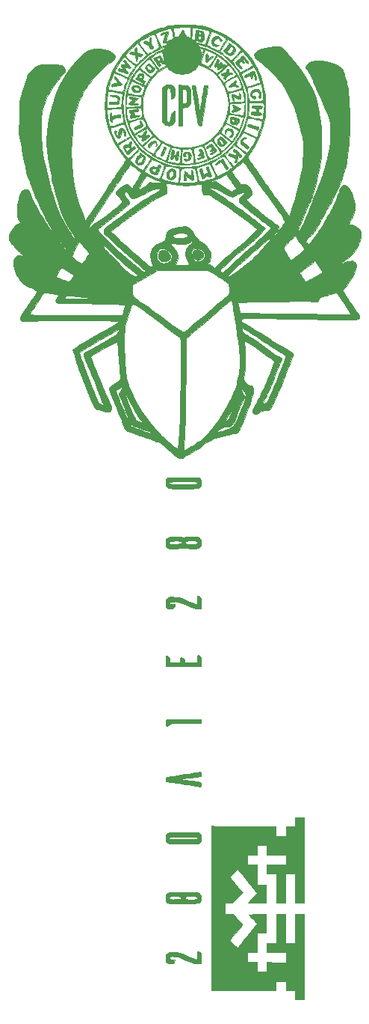
<source format=gts>
G04 #@! TF.FileFunction,Soldermask,Top*
%FSLAX46Y46*%
G04 Gerber Fmt 4.6, Leading zero omitted, Abs format (unit mm)*
G04 Created by KiCad (PCBNEW 4.0.5) date Saturday, July 08, 2017 'AMt' 10:27:21 AM*
%MOMM*%
%LPD*%
G01*
G04 APERTURE LIST*
%ADD10C,0.100000*%
%ADD11C,0.010000*%
%ADD12C,4.400000*%
G04 APERTURE END LIST*
D10*
D11*
G36*
X164820375Y-139953742D02*
X164955250Y-140004936D01*
X165042712Y-140076374D01*
X165092894Y-140193796D01*
X165115925Y-140382941D01*
X165121939Y-140669547D01*
X165122000Y-140720025D01*
X165122000Y-141315500D01*
X164736672Y-141315500D01*
X164568545Y-141308936D01*
X164403795Y-141284032D01*
X164216545Y-141232966D01*
X163980919Y-141147917D01*
X163671043Y-141021066D01*
X163450797Y-140926853D01*
X163068521Y-140765842D01*
X162772344Y-140652145D01*
X162534382Y-140577062D01*
X162326754Y-140531897D01*
X162121576Y-140507950D01*
X162103837Y-140506648D01*
X161853537Y-140495101D01*
X161697686Y-140506765D01*
X161605169Y-140545805D01*
X161572186Y-140577795D01*
X161526023Y-140699266D01*
X161594974Y-140798009D01*
X161767791Y-140863997D01*
X161915277Y-140883602D01*
X162190936Y-140902750D01*
X162103783Y-141109125D01*
X162042008Y-141231910D01*
X161964288Y-141292914D01*
X161828287Y-141313564D01*
X161696065Y-141315500D01*
X161456124Y-141296197D01*
X161298208Y-141230703D01*
X161248500Y-141188500D01*
X161170339Y-141075692D01*
X161131335Y-140913130D01*
X161121500Y-140685108D01*
X161128575Y-140463551D01*
X161159153Y-140326058D01*
X161227258Y-140230045D01*
X161288813Y-140177108D01*
X161391778Y-140111683D01*
X161518623Y-140071843D01*
X161702007Y-140051755D01*
X161974591Y-140045585D01*
X162025590Y-140045500D01*
X162241028Y-140047101D01*
X162414746Y-140056788D01*
X162573689Y-140081886D01*
X162744802Y-140129719D01*
X162955033Y-140207611D01*
X163231325Y-140322887D01*
X163544022Y-140458250D01*
X163869872Y-140597609D01*
X164159116Y-140716870D01*
X164389975Y-140807401D01*
X164540670Y-140860567D01*
X164585245Y-140871000D01*
X164634069Y-140843706D01*
X164662796Y-140747162D01*
X164675649Y-140559368D01*
X164677500Y-140390470D01*
X164679290Y-140147652D01*
X164689923Y-140007713D01*
X164717288Y-139946534D01*
X164769276Y-139939999D01*
X164820375Y-139953742D01*
X164820375Y-139953742D01*
G37*
X164820375Y-139953742D02*
X164955250Y-140004936D01*
X165042712Y-140076374D01*
X165092894Y-140193796D01*
X165115925Y-140382941D01*
X165121939Y-140669547D01*
X165122000Y-140720025D01*
X165122000Y-141315500D01*
X164736672Y-141315500D01*
X164568545Y-141308936D01*
X164403795Y-141284032D01*
X164216545Y-141232966D01*
X163980919Y-141147917D01*
X163671043Y-141021066D01*
X163450797Y-140926853D01*
X163068521Y-140765842D01*
X162772344Y-140652145D01*
X162534382Y-140577062D01*
X162326754Y-140531897D01*
X162121576Y-140507950D01*
X162103837Y-140506648D01*
X161853537Y-140495101D01*
X161697686Y-140506765D01*
X161605169Y-140545805D01*
X161572186Y-140577795D01*
X161526023Y-140699266D01*
X161594974Y-140798009D01*
X161767791Y-140863997D01*
X161915277Y-140883602D01*
X162190936Y-140902750D01*
X162103783Y-141109125D01*
X162042008Y-141231910D01*
X161964288Y-141292914D01*
X161828287Y-141313564D01*
X161696065Y-141315500D01*
X161456124Y-141296197D01*
X161298208Y-141230703D01*
X161248500Y-141188500D01*
X161170339Y-141075692D01*
X161131335Y-140913130D01*
X161121500Y-140685108D01*
X161128575Y-140463551D01*
X161159153Y-140326058D01*
X161227258Y-140230045D01*
X161288813Y-140177108D01*
X161391778Y-140111683D01*
X161518623Y-140071843D01*
X161702007Y-140051755D01*
X161974591Y-140045585D01*
X162025590Y-140045500D01*
X162241028Y-140047101D01*
X162414746Y-140056788D01*
X162573689Y-140081886D01*
X162744802Y-140129719D01*
X162955033Y-140207611D01*
X163231325Y-140322887D01*
X163544022Y-140458250D01*
X163869872Y-140597609D01*
X164159116Y-140716870D01*
X164389975Y-140807401D01*
X164540670Y-140860567D01*
X164585245Y-140871000D01*
X164634069Y-140843706D01*
X164662796Y-140747162D01*
X164675649Y-140559368D01*
X164677500Y-140390470D01*
X164679290Y-140147652D01*
X164689923Y-140007713D01*
X164717288Y-139946534D01*
X164769276Y-139939999D01*
X164820375Y-139953742D01*
G36*
X163632769Y-133255881D02*
X164032146Y-133257667D01*
X164335237Y-133262017D01*
X164557399Y-133270055D01*
X164713990Y-133282904D01*
X164820365Y-133301690D01*
X164891883Y-133327535D01*
X164943900Y-133361563D01*
X164977446Y-133391336D01*
X165064005Y-133497992D01*
X165107974Y-133636485D01*
X165121764Y-133850229D01*
X165121999Y-133897068D01*
X165121488Y-134069691D01*
X165111256Y-134206949D01*
X165078252Y-134312890D01*
X165009427Y-134391564D01*
X164891733Y-134447019D01*
X164712119Y-134483304D01*
X164457536Y-134504467D01*
X164114934Y-134514557D01*
X163671265Y-134517624D01*
X163121576Y-134517715D01*
X162603129Y-134517226D01*
X162196692Y-134515204D01*
X161887278Y-134510647D01*
X161659897Y-134502552D01*
X161499561Y-134489916D01*
X161391283Y-134471736D01*
X161320072Y-134447009D01*
X161270942Y-134414732D01*
X161246771Y-134392271D01*
X161153420Y-134222810D01*
X161112756Y-133986871D01*
X161116994Y-133889810D01*
X161518793Y-133889810D01*
X161567812Y-133983433D01*
X161633315Y-134030157D01*
X161750662Y-134057183D01*
X161944294Y-134067319D01*
X162238655Y-134063377D01*
X162258212Y-134062808D01*
X162539395Y-134053271D01*
X162717272Y-134040273D01*
X162815493Y-134016956D01*
X162857708Y-133976459D01*
X162867374Y-133913178D01*
X163338448Y-133913178D01*
X163374436Y-133995863D01*
X163490682Y-134045907D01*
X163702940Y-134070410D01*
X164000981Y-134076500D01*
X164307972Y-134070989D01*
X164510396Y-134052388D01*
X164630293Y-134017594D01*
X164677500Y-133981250D01*
X164724539Y-133879615D01*
X164677500Y-133790750D01*
X164602921Y-133742537D01*
X164461505Y-133712727D01*
X164231212Y-133698217D01*
X164000981Y-133695500D01*
X163707278Y-133699765D01*
X163518390Y-133714762D01*
X163412352Y-133743789D01*
X163367196Y-133790148D01*
X163366963Y-133790750D01*
X163338448Y-133913178D01*
X162867374Y-133913178D01*
X162867566Y-133911923D01*
X162867750Y-133886000D01*
X162863115Y-133812630D01*
X162833445Y-133765424D01*
X162755090Y-133737522D01*
X162604400Y-133722062D01*
X162357727Y-133712187D01*
X162258212Y-133709191D01*
X161957615Y-133704557D01*
X161759088Y-133713848D01*
X161638188Y-133739873D01*
X161570474Y-133785443D01*
X161567812Y-133788566D01*
X161518793Y-133889810D01*
X161116994Y-133889810D01*
X161123839Y-133733096D01*
X161185735Y-133510132D01*
X161266053Y-133391336D01*
X161313546Y-133350810D01*
X161369626Y-133319265D01*
X161449651Y-133295578D01*
X161568978Y-133278626D01*
X161742963Y-133267284D01*
X161986963Y-133260428D01*
X162316336Y-133256936D01*
X162746438Y-133255682D01*
X163121750Y-133255535D01*
X163632769Y-133255881D01*
X163632769Y-133255881D01*
G37*
X163632769Y-133255881D02*
X164032146Y-133257667D01*
X164335237Y-133262017D01*
X164557399Y-133270055D01*
X164713990Y-133282904D01*
X164820365Y-133301690D01*
X164891883Y-133327535D01*
X164943900Y-133361563D01*
X164977446Y-133391336D01*
X165064005Y-133497992D01*
X165107974Y-133636485D01*
X165121764Y-133850229D01*
X165121999Y-133897068D01*
X165121488Y-134069691D01*
X165111256Y-134206949D01*
X165078252Y-134312890D01*
X165009427Y-134391564D01*
X164891733Y-134447019D01*
X164712119Y-134483304D01*
X164457536Y-134504467D01*
X164114934Y-134514557D01*
X163671265Y-134517624D01*
X163121576Y-134517715D01*
X162603129Y-134517226D01*
X162196692Y-134515204D01*
X161887278Y-134510647D01*
X161659897Y-134502552D01*
X161499561Y-134489916D01*
X161391283Y-134471736D01*
X161320072Y-134447009D01*
X161270942Y-134414732D01*
X161246771Y-134392271D01*
X161153420Y-134222810D01*
X161112756Y-133986871D01*
X161116994Y-133889810D01*
X161518793Y-133889810D01*
X161567812Y-133983433D01*
X161633315Y-134030157D01*
X161750662Y-134057183D01*
X161944294Y-134067319D01*
X162238655Y-134063377D01*
X162258212Y-134062808D01*
X162539395Y-134053271D01*
X162717272Y-134040273D01*
X162815493Y-134016956D01*
X162857708Y-133976459D01*
X162867374Y-133913178D01*
X163338448Y-133913178D01*
X163374436Y-133995863D01*
X163490682Y-134045907D01*
X163702940Y-134070410D01*
X164000981Y-134076500D01*
X164307972Y-134070989D01*
X164510396Y-134052388D01*
X164630293Y-134017594D01*
X164677500Y-133981250D01*
X164724539Y-133879615D01*
X164677500Y-133790750D01*
X164602921Y-133742537D01*
X164461505Y-133712727D01*
X164231212Y-133698217D01*
X164000981Y-133695500D01*
X163707278Y-133699765D01*
X163518390Y-133714762D01*
X163412352Y-133743789D01*
X163367196Y-133790148D01*
X163366963Y-133790750D01*
X163338448Y-133913178D01*
X162867374Y-133913178D01*
X162867566Y-133911923D01*
X162867750Y-133886000D01*
X162863115Y-133812630D01*
X162833445Y-133765424D01*
X162755090Y-133737522D01*
X162604400Y-133722062D01*
X162357727Y-133712187D01*
X162258212Y-133709191D01*
X161957615Y-133704557D01*
X161759088Y-133713848D01*
X161638188Y-133739873D01*
X161570474Y-133785443D01*
X161567812Y-133788566D01*
X161518793Y-133889810D01*
X161116994Y-133889810D01*
X161123839Y-133733096D01*
X161185735Y-133510132D01*
X161266053Y-133391336D01*
X161313546Y-133350810D01*
X161369626Y-133319265D01*
X161449651Y-133295578D01*
X161568978Y-133278626D01*
X161742963Y-133267284D01*
X161986963Y-133260428D01*
X162316336Y-133256936D01*
X162746438Y-133255682D01*
X163121750Y-133255535D01*
X163632769Y-133255881D01*
G36*
X163134027Y-126488250D02*
X164879220Y-126488250D01*
X165000610Y-126638159D01*
X165081555Y-126790680D01*
X165117873Y-127010741D01*
X165121999Y-127157425D01*
X165114541Y-127377162D01*
X165082528Y-127513585D01*
X165011504Y-127609977D01*
X164954686Y-127658391D01*
X164898429Y-127698211D01*
X164832704Y-127729081D01*
X164741692Y-127752136D01*
X164609579Y-127768512D01*
X164420547Y-127779345D01*
X164158780Y-127785769D01*
X163808462Y-127788921D01*
X163353775Y-127789937D01*
X163121749Y-127790000D01*
X162617220Y-127789554D01*
X162223874Y-127787462D01*
X161925893Y-127782587D01*
X161707462Y-127773793D01*
X161552764Y-127759945D01*
X161445983Y-127739906D01*
X161371302Y-127712543D01*
X161312905Y-127676718D01*
X161288813Y-127658391D01*
X161195312Y-127570434D01*
X161144836Y-127467171D01*
X161124574Y-127308027D01*
X161121500Y-127128482D01*
X161121503Y-127127153D01*
X161513151Y-127127153D01*
X161524252Y-127183594D01*
X161548579Y-127214938D01*
X161604178Y-127238678D01*
X161705724Y-127255575D01*
X161867897Y-127266391D01*
X162105373Y-127271888D01*
X162432830Y-127272828D01*
X162864945Y-127269972D01*
X163136059Y-127267237D01*
X163622716Y-127261618D01*
X163997086Y-127255690D01*
X164273875Y-127248109D01*
X164467791Y-127237527D01*
X164593542Y-127222599D01*
X164665836Y-127201979D01*
X164699380Y-127174320D01*
X164708882Y-127138277D01*
X164709250Y-127123250D01*
X164704687Y-127083671D01*
X164681125Y-127053067D01*
X164623754Y-127030063D01*
X164517764Y-127013285D01*
X164348347Y-127001357D01*
X164100691Y-126992904D01*
X163759987Y-126986552D01*
X163311425Y-126980925D01*
X163157830Y-126979219D01*
X162676689Y-126976397D01*
X162263409Y-126978898D01*
X161931387Y-126986362D01*
X161694019Y-126998430D01*
X161564704Y-127014741D01*
X161546023Y-127022576D01*
X161513151Y-127127153D01*
X161121503Y-127127153D01*
X161121905Y-126950940D01*
X161131794Y-126809659D01*
X161164175Y-126700502D01*
X161232057Y-126619330D01*
X161348447Y-126562005D01*
X161526353Y-126524389D01*
X161778786Y-126502344D01*
X162118751Y-126491731D01*
X162559259Y-126488412D01*
X163113317Y-126488249D01*
X163134027Y-126488250D01*
X163134027Y-126488250D01*
G37*
X163134027Y-126488250D02*
X164879220Y-126488250D01*
X165000610Y-126638159D01*
X165081555Y-126790680D01*
X165117873Y-127010741D01*
X165121999Y-127157425D01*
X165114541Y-127377162D01*
X165082528Y-127513585D01*
X165011504Y-127609977D01*
X164954686Y-127658391D01*
X164898429Y-127698211D01*
X164832704Y-127729081D01*
X164741692Y-127752136D01*
X164609579Y-127768512D01*
X164420547Y-127779345D01*
X164158780Y-127785769D01*
X163808462Y-127788921D01*
X163353775Y-127789937D01*
X163121749Y-127790000D01*
X162617220Y-127789554D01*
X162223874Y-127787462D01*
X161925893Y-127782587D01*
X161707462Y-127773793D01*
X161552764Y-127759945D01*
X161445983Y-127739906D01*
X161371302Y-127712543D01*
X161312905Y-127676718D01*
X161288813Y-127658391D01*
X161195312Y-127570434D01*
X161144836Y-127467171D01*
X161124574Y-127308027D01*
X161121500Y-127128482D01*
X161121503Y-127127153D01*
X161513151Y-127127153D01*
X161524252Y-127183594D01*
X161548579Y-127214938D01*
X161604178Y-127238678D01*
X161705724Y-127255575D01*
X161867897Y-127266391D01*
X162105373Y-127271888D01*
X162432830Y-127272828D01*
X162864945Y-127269972D01*
X163136059Y-127267237D01*
X163622716Y-127261618D01*
X163997086Y-127255690D01*
X164273875Y-127248109D01*
X164467791Y-127237527D01*
X164593542Y-127222599D01*
X164665836Y-127201979D01*
X164699380Y-127174320D01*
X164708882Y-127138277D01*
X164709250Y-127123250D01*
X164704687Y-127083671D01*
X164681125Y-127053067D01*
X164623754Y-127030063D01*
X164517764Y-127013285D01*
X164348347Y-127001357D01*
X164100691Y-126992904D01*
X163759987Y-126986552D01*
X163311425Y-126980925D01*
X163157830Y-126979219D01*
X162676689Y-126976397D01*
X162263409Y-126978898D01*
X161931387Y-126986362D01*
X161694019Y-126998430D01*
X161564704Y-127014741D01*
X161546023Y-127022576D01*
X161513151Y-127127153D01*
X161121503Y-127127153D01*
X161121905Y-126950940D01*
X161131794Y-126809659D01*
X161164175Y-126700502D01*
X161232057Y-126619330D01*
X161348447Y-126562005D01*
X161526353Y-126524389D01*
X161778786Y-126502344D01*
X162118751Y-126491731D01*
X162559259Y-126488412D01*
X163113317Y-126488249D01*
X163134027Y-126488250D01*
G36*
X165085352Y-119690518D02*
X165117832Y-119796250D01*
X165122000Y-119905393D01*
X165122000Y-120148786D01*
X163916997Y-120298474D01*
X163544089Y-120345654D01*
X163219702Y-120388338D01*
X162962814Y-120423890D01*
X162792399Y-120449678D01*
X162727436Y-120463069D01*
X162727395Y-120463561D01*
X162792259Y-120476332D01*
X162962035Y-120501915D01*
X163215618Y-120537339D01*
X163531904Y-120579636D01*
X163789522Y-120613050D01*
X164231981Y-120669359D01*
X164564357Y-120712989D01*
X164802295Y-120749190D01*
X164961442Y-120783212D01*
X165057442Y-120820305D01*
X165105940Y-120865720D01*
X165122582Y-120924707D01*
X165123013Y-121002516D01*
X165122000Y-121060209D01*
X165103645Y-121239589D01*
X165050367Y-121305220D01*
X165042625Y-121305153D01*
X164962012Y-121293765D01*
X164772014Y-121265305D01*
X164488734Y-121222234D01*
X164128277Y-121167016D01*
X163706745Y-121102112D01*
X163240242Y-121029984D01*
X163058250Y-121001770D01*
X161153250Y-120706233D01*
X161132410Y-120525630D01*
X161136577Y-120373820D01*
X161172044Y-120284555D01*
X161244325Y-120263070D01*
X161423284Y-120225923D01*
X161689988Y-120176186D01*
X162025505Y-120116933D01*
X162410902Y-120051235D01*
X162827246Y-119982163D01*
X163255604Y-119912791D01*
X163677044Y-119846190D01*
X164072632Y-119785433D01*
X164423437Y-119733591D01*
X164710525Y-119693736D01*
X164914964Y-119668942D01*
X165008740Y-119662000D01*
X165085352Y-119690518D01*
X165085352Y-119690518D01*
G37*
X165085352Y-119690518D02*
X165117832Y-119796250D01*
X165122000Y-119905393D01*
X165122000Y-120148786D01*
X163916997Y-120298474D01*
X163544089Y-120345654D01*
X163219702Y-120388338D01*
X162962814Y-120423890D01*
X162792399Y-120449678D01*
X162727436Y-120463069D01*
X162727395Y-120463561D01*
X162792259Y-120476332D01*
X162962035Y-120501915D01*
X163215618Y-120537339D01*
X163531904Y-120579636D01*
X163789522Y-120613050D01*
X164231981Y-120669359D01*
X164564357Y-120712989D01*
X164802295Y-120749190D01*
X164961442Y-120783212D01*
X165057442Y-120820305D01*
X165105940Y-120865720D01*
X165122582Y-120924707D01*
X165123013Y-121002516D01*
X165122000Y-121060209D01*
X165103645Y-121239589D01*
X165050367Y-121305220D01*
X165042625Y-121305153D01*
X164962012Y-121293765D01*
X164772014Y-121265305D01*
X164488734Y-121222234D01*
X164128277Y-121167016D01*
X163706745Y-121102112D01*
X163240242Y-121029984D01*
X163058250Y-121001770D01*
X161153250Y-120706233D01*
X161132410Y-120525630D01*
X161136577Y-120373820D01*
X161172044Y-120284555D01*
X161244325Y-120263070D01*
X161423284Y-120225923D01*
X161689988Y-120176186D01*
X162025505Y-120116933D01*
X162410902Y-120051235D01*
X162827246Y-119982163D01*
X163255604Y-119912791D01*
X163677044Y-119846190D01*
X164072632Y-119785433D01*
X164423437Y-119733591D01*
X164710525Y-119693736D01*
X164914964Y-119668942D01*
X165008740Y-119662000D01*
X165085352Y-119690518D01*
G36*
X165090250Y-114105750D02*
X163375750Y-114122504D01*
X162862812Y-114128009D01*
X162462001Y-114134069D01*
X162158443Y-114141826D01*
X161937266Y-114152423D01*
X161783597Y-114167001D01*
X161682563Y-114186705D01*
X161619292Y-114212675D01*
X161578912Y-114246055D01*
X161566000Y-114261529D01*
X161431928Y-114369539D01*
X161296125Y-114426284D01*
X161192144Y-114445309D01*
X161140706Y-114417005D01*
X161123319Y-114312864D01*
X161121500Y-114157083D01*
X161136193Y-113958951D01*
X161173488Y-113809634D01*
X161197700Y-113769200D01*
X161259580Y-113745717D01*
X161399248Y-113727025D01*
X161625721Y-113712781D01*
X161948014Y-113702641D01*
X162375145Y-113696264D01*
X162916129Y-113693306D01*
X163201973Y-113693000D01*
X165130046Y-113693000D01*
X165090250Y-114105750D01*
X165090250Y-114105750D01*
G37*
X165090250Y-114105750D02*
X163375750Y-114122504D01*
X162862812Y-114128009D01*
X162462001Y-114134069D01*
X162158443Y-114141826D01*
X161937266Y-114152423D01*
X161783597Y-114167001D01*
X161682563Y-114186705D01*
X161619292Y-114212675D01*
X161578912Y-114246055D01*
X161566000Y-114261529D01*
X161431928Y-114369539D01*
X161296125Y-114426284D01*
X161192144Y-114445309D01*
X161140706Y-114417005D01*
X161123319Y-114312864D01*
X161121500Y-114157083D01*
X161136193Y-113958951D01*
X161173488Y-113809634D01*
X161197700Y-113769200D01*
X161259580Y-113745717D01*
X161399248Y-113727025D01*
X161625721Y-113712781D01*
X161948014Y-113702641D01*
X162375145Y-113696264D01*
X162916129Y-113693306D01*
X163201973Y-113693000D01*
X165130046Y-113693000D01*
X165090250Y-114105750D01*
G36*
X164924009Y-106514682D02*
X164980870Y-106552850D01*
X165050525Y-106614108D01*
X165092695Y-106698080D01*
X165114103Y-106835016D01*
X165121472Y-107055166D01*
X165122000Y-107187850D01*
X165122000Y-107724000D01*
X163164083Y-107724000D01*
X162677577Y-107722675D01*
X162232424Y-107718926D01*
X161844379Y-107713084D01*
X161529196Y-107705483D01*
X161302630Y-107696456D01*
X161180435Y-107686338D01*
X161163833Y-107681666D01*
X161140801Y-107599992D01*
X161126932Y-107433316D01*
X161121693Y-107215786D01*
X161124550Y-106981551D01*
X161134971Y-106764760D01*
X161152421Y-106599560D01*
X161176368Y-106520099D01*
X161182012Y-106517500D01*
X161280649Y-106541848D01*
X161401141Y-106589770D01*
X161504394Y-106660255D01*
X161557254Y-106776702D01*
X161578753Y-106954895D01*
X161597750Y-107247750D01*
X162185125Y-107266007D01*
X162772500Y-107284265D01*
X162772500Y-106964382D01*
X162781008Y-106782509D01*
X162802778Y-106666742D01*
X162820125Y-106644737D01*
X162900801Y-106675224D01*
X163039857Y-106750295D01*
X163074125Y-106770804D01*
X163222320Y-106889998D01*
X163277455Y-107029255D01*
X163280500Y-107088066D01*
X163280500Y-107279500D01*
X164677500Y-107279500D01*
X164677500Y-106866750D01*
X164686951Y-106620366D01*
X164723245Y-106487776D01*
X164798294Y-106456657D01*
X164924009Y-106514682D01*
X164924009Y-106514682D01*
G37*
X164924009Y-106514682D02*
X164980870Y-106552850D01*
X165050525Y-106614108D01*
X165092695Y-106698080D01*
X165114103Y-106835016D01*
X165121472Y-107055166D01*
X165122000Y-107187850D01*
X165122000Y-107724000D01*
X163164083Y-107724000D01*
X162677577Y-107722675D01*
X162232424Y-107718926D01*
X161844379Y-107713084D01*
X161529196Y-107705483D01*
X161302630Y-107696456D01*
X161180435Y-107686338D01*
X161163833Y-107681666D01*
X161140801Y-107599992D01*
X161126932Y-107433316D01*
X161121693Y-107215786D01*
X161124550Y-106981551D01*
X161134971Y-106764760D01*
X161152421Y-106599560D01*
X161176368Y-106520099D01*
X161182012Y-106517500D01*
X161280649Y-106541848D01*
X161401141Y-106589770D01*
X161504394Y-106660255D01*
X161557254Y-106776702D01*
X161578753Y-106954895D01*
X161597750Y-107247750D01*
X162185125Y-107266007D01*
X162772500Y-107284265D01*
X162772500Y-106964382D01*
X162781008Y-106782509D01*
X162802778Y-106666742D01*
X162820125Y-106644737D01*
X162900801Y-106675224D01*
X163039857Y-106750295D01*
X163074125Y-106770804D01*
X163222320Y-106889998D01*
X163277455Y-107029255D01*
X163280500Y-107088066D01*
X163280500Y-107279500D01*
X164677500Y-107279500D01*
X164677500Y-106866750D01*
X164686951Y-106620366D01*
X164723245Y-106487776D01*
X164798294Y-106456657D01*
X164924009Y-106514682D01*
G36*
X164814767Y-99757423D02*
X164950362Y-99835438D01*
X165057039Y-99919161D01*
X165073402Y-99938881D01*
X165094041Y-100030008D01*
X165110236Y-100215564D01*
X165119626Y-100462997D01*
X165121027Y-100596125D01*
X165122000Y-101183500D01*
X164883875Y-101183145D01*
X164706152Y-101173214D01*
X164514574Y-101139486D01*
X164287758Y-101075264D01*
X164004318Y-100973852D01*
X163642870Y-100828554D01*
X163332353Y-100697302D01*
X163005724Y-100559044D01*
X162765167Y-100464355D01*
X162580501Y-100405673D01*
X162421547Y-100375435D01*
X162258122Y-100366079D01*
X162060048Y-100370044D01*
X162030603Y-100371127D01*
X161780503Y-100383581D01*
X161631714Y-100402756D01*
X161558553Y-100436189D01*
X161535332Y-100491414D01*
X161534250Y-100516750D01*
X161552392Y-100592955D01*
X161626936Y-100635533D01*
X161788054Y-100657714D01*
X161867625Y-100662943D01*
X162053895Y-100679094D01*
X162174897Y-100700000D01*
X162201000Y-100713721D01*
X162163083Y-100827774D01*
X162074237Y-100975087D01*
X161971816Y-101099960D01*
X161912405Y-101144054D01*
X161711270Y-101177042D01*
X161489802Y-101153991D01*
X161439000Y-101138450D01*
X161271138Y-101048132D01*
X161172363Y-100910350D01*
X161128045Y-100696218D01*
X161121500Y-100511517D01*
X161127323Y-100285034D01*
X161153696Y-100144330D01*
X161213967Y-100048387D01*
X161295762Y-99976143D01*
X161390797Y-99911731D01*
X161496354Y-99873194D01*
X161644011Y-99855891D01*
X161865348Y-99855177D01*
X162073637Y-99861784D01*
X162320547Y-99873549D01*
X162517530Y-99893461D01*
X162696835Y-99930360D01*
X162890706Y-99993081D01*
X163131390Y-100090462D01*
X163451134Y-100231342D01*
X163496919Y-100251846D01*
X163808896Y-100388551D01*
X164093681Y-100507650D01*
X164324335Y-100598277D01*
X164473917Y-100649564D01*
X164497044Y-100655283D01*
X164677500Y-100691375D01*
X164677500Y-100207187D01*
X164681830Y-99977437D01*
X164693298Y-99806686D01*
X164709619Y-99725716D01*
X164713424Y-99723000D01*
X164814767Y-99757423D01*
X164814767Y-99757423D01*
G37*
X164814767Y-99757423D02*
X164950362Y-99835438D01*
X165057039Y-99919161D01*
X165073402Y-99938881D01*
X165094041Y-100030008D01*
X165110236Y-100215564D01*
X165119626Y-100462997D01*
X165121027Y-100596125D01*
X165122000Y-101183500D01*
X164883875Y-101183145D01*
X164706152Y-101173214D01*
X164514574Y-101139486D01*
X164287758Y-101075264D01*
X164004318Y-100973852D01*
X163642870Y-100828554D01*
X163332353Y-100697302D01*
X163005724Y-100559044D01*
X162765167Y-100464355D01*
X162580501Y-100405673D01*
X162421547Y-100375435D01*
X162258122Y-100366079D01*
X162060048Y-100370044D01*
X162030603Y-100371127D01*
X161780503Y-100383581D01*
X161631714Y-100402756D01*
X161558553Y-100436189D01*
X161535332Y-100491414D01*
X161534250Y-100516750D01*
X161552392Y-100592955D01*
X161626936Y-100635533D01*
X161788054Y-100657714D01*
X161867625Y-100662943D01*
X162053895Y-100679094D01*
X162174897Y-100700000D01*
X162201000Y-100713721D01*
X162163083Y-100827774D01*
X162074237Y-100975087D01*
X161971816Y-101099960D01*
X161912405Y-101144054D01*
X161711270Y-101177042D01*
X161489802Y-101153991D01*
X161439000Y-101138450D01*
X161271138Y-101048132D01*
X161172363Y-100910350D01*
X161128045Y-100696218D01*
X161121500Y-100511517D01*
X161127323Y-100285034D01*
X161153696Y-100144330D01*
X161213967Y-100048387D01*
X161295762Y-99976143D01*
X161390797Y-99911731D01*
X161496354Y-99873194D01*
X161644011Y-99855891D01*
X161865348Y-99855177D01*
X162073637Y-99861784D01*
X162320547Y-99873549D01*
X162517530Y-99893461D01*
X162696835Y-99930360D01*
X162890706Y-99993081D01*
X163131390Y-100090462D01*
X163451134Y-100231342D01*
X163496919Y-100251846D01*
X163808896Y-100388551D01*
X164093681Y-100507650D01*
X164324335Y-100598277D01*
X164473917Y-100649564D01*
X164497044Y-100655283D01*
X164677500Y-100691375D01*
X164677500Y-100207187D01*
X164681830Y-99977437D01*
X164693298Y-99806686D01*
X164709619Y-99725716D01*
X164713424Y-99723000D01*
X164814767Y-99757423D01*
G36*
X164341699Y-93057677D02*
X164576331Y-93066598D01*
X164735658Y-93085846D01*
X164845509Y-93119002D01*
X164931711Y-93169651D01*
X164954686Y-93187108D01*
X165050698Y-93278550D01*
X165101125Y-93387004D01*
X165119991Y-93555053D01*
X165121999Y-93695108D01*
X165107141Y-93947466D01*
X165052324Y-94133329D01*
X164942187Y-94260950D01*
X164761369Y-94338584D01*
X164494507Y-94374483D01*
X164126240Y-94376901D01*
X163871820Y-94366798D01*
X163589900Y-94352633D01*
X163386366Y-94342949D01*
X163228512Y-94337656D01*
X163083632Y-94336667D01*
X162919020Y-94339890D01*
X162701972Y-94347237D01*
X162399781Y-94358617D01*
X162296250Y-94362485D01*
X161887330Y-94370178D01*
X161597023Y-94358690D01*
X161428458Y-94328173D01*
X161407250Y-94318486D01*
X161248653Y-94197607D01*
X161159533Y-94037648D01*
X161124140Y-93803585D01*
X161123597Y-93778760D01*
X161522781Y-93778760D01*
X161522796Y-93778801D01*
X161557381Y-93827192D01*
X161631736Y-93856903D01*
X161769380Y-93870940D01*
X161993831Y-93872315D01*
X162214994Y-93867358D01*
X162511258Y-93856780D01*
X162703733Y-93841682D01*
X162815629Y-93817329D01*
X162870156Y-93778987D01*
X162889128Y-93729859D01*
X162887119Y-93687322D01*
X163344000Y-93687322D01*
X163353698Y-93772057D01*
X163397294Y-93827778D01*
X163496538Y-93860484D01*
X163673184Y-93876175D01*
X163948982Y-93880848D01*
X164046289Y-93881000D01*
X164337585Y-93877927D01*
X164526091Y-93866043D01*
X164635925Y-93841345D01*
X164691205Y-93799830D01*
X164705912Y-93771550D01*
X164701802Y-93645177D01*
X164577256Y-93558251D01*
X164332152Y-93510720D01*
X164077988Y-93500867D01*
X163744993Y-93509678D01*
X163522425Y-93537250D01*
X163394570Y-93587575D01*
X163345715Y-93664645D01*
X163344000Y-93687322D01*
X162887119Y-93687322D01*
X162884316Y-93627976D01*
X162812317Y-93560131D01*
X162656227Y-93520462D01*
X162399146Y-93503109D01*
X162229011Y-93500972D01*
X161875230Y-93517238D01*
X161641309Y-93568285D01*
X161524682Y-93655122D01*
X161522781Y-93778760D01*
X161123597Y-93778760D01*
X161121500Y-93682972D01*
X161129255Y-93464540D01*
X161162376Y-93328855D01*
X161235646Y-93232107D01*
X161288813Y-93187108D01*
X161373610Y-93130723D01*
X161475148Y-93093026D01*
X161619467Y-93070370D01*
X161832608Y-93059109D01*
X162140612Y-93055595D01*
X162228613Y-93055500D01*
X162578696Y-93061235D01*
X162847793Y-93077503D01*
X163018778Y-93102900D01*
X163070132Y-93124532D01*
X163146782Y-93159224D01*
X163181830Y-93124532D01*
X163265795Y-93092644D01*
X163465732Y-93070055D01*
X163770889Y-93057664D01*
X164005934Y-93055500D01*
X164341699Y-93057677D01*
X164341699Y-93057677D01*
G37*
X164341699Y-93057677D02*
X164576331Y-93066598D01*
X164735658Y-93085846D01*
X164845509Y-93119002D01*
X164931711Y-93169651D01*
X164954686Y-93187108D01*
X165050698Y-93278550D01*
X165101125Y-93387004D01*
X165119991Y-93555053D01*
X165121999Y-93695108D01*
X165107141Y-93947466D01*
X165052324Y-94133329D01*
X164942187Y-94260950D01*
X164761369Y-94338584D01*
X164494507Y-94374483D01*
X164126240Y-94376901D01*
X163871820Y-94366798D01*
X163589900Y-94352633D01*
X163386366Y-94342949D01*
X163228512Y-94337656D01*
X163083632Y-94336667D01*
X162919020Y-94339890D01*
X162701972Y-94347237D01*
X162399781Y-94358617D01*
X162296250Y-94362485D01*
X161887330Y-94370178D01*
X161597023Y-94358690D01*
X161428458Y-94328173D01*
X161407250Y-94318486D01*
X161248653Y-94197607D01*
X161159533Y-94037648D01*
X161124140Y-93803585D01*
X161123597Y-93778760D01*
X161522781Y-93778760D01*
X161522796Y-93778801D01*
X161557381Y-93827192D01*
X161631736Y-93856903D01*
X161769380Y-93870940D01*
X161993831Y-93872315D01*
X162214994Y-93867358D01*
X162511258Y-93856780D01*
X162703733Y-93841682D01*
X162815629Y-93817329D01*
X162870156Y-93778987D01*
X162889128Y-93729859D01*
X162887119Y-93687322D01*
X163344000Y-93687322D01*
X163353698Y-93772057D01*
X163397294Y-93827778D01*
X163496538Y-93860484D01*
X163673184Y-93876175D01*
X163948982Y-93880848D01*
X164046289Y-93881000D01*
X164337585Y-93877927D01*
X164526091Y-93866043D01*
X164635925Y-93841345D01*
X164691205Y-93799830D01*
X164705912Y-93771550D01*
X164701802Y-93645177D01*
X164577256Y-93558251D01*
X164332152Y-93510720D01*
X164077988Y-93500867D01*
X163744993Y-93509678D01*
X163522425Y-93537250D01*
X163394570Y-93587575D01*
X163345715Y-93664645D01*
X163344000Y-93687322D01*
X162887119Y-93687322D01*
X162884316Y-93627976D01*
X162812317Y-93560131D01*
X162656227Y-93520462D01*
X162399146Y-93503109D01*
X162229011Y-93500972D01*
X161875230Y-93517238D01*
X161641309Y-93568285D01*
X161524682Y-93655122D01*
X161522781Y-93778760D01*
X161123597Y-93778760D01*
X161121500Y-93682972D01*
X161129255Y-93464540D01*
X161162376Y-93328855D01*
X161235646Y-93232107D01*
X161288813Y-93187108D01*
X161373610Y-93130723D01*
X161475148Y-93093026D01*
X161619467Y-93070370D01*
X161832608Y-93059109D01*
X162140612Y-93055595D01*
X162228613Y-93055500D01*
X162578696Y-93061235D01*
X162847793Y-93077503D01*
X163018778Y-93102900D01*
X163070132Y-93124532D01*
X163146782Y-93159224D01*
X163181830Y-93124532D01*
X163265795Y-93092644D01*
X163465732Y-93070055D01*
X163770889Y-93057664D01*
X164005934Y-93055500D01*
X164341699Y-93057677D01*
G36*
X163677934Y-86324656D02*
X164120174Y-86327866D01*
X164461516Y-86338243D01*
X164715013Y-86359899D01*
X164893713Y-86396947D01*
X165010665Y-86453500D01*
X165078921Y-86533671D01*
X165111528Y-86641572D01*
X165121538Y-86781315D01*
X165121999Y-86954891D01*
X165114924Y-87176448D01*
X165084346Y-87313941D01*
X165016241Y-87409954D01*
X164954686Y-87462891D01*
X164898429Y-87502711D01*
X164832704Y-87533581D01*
X164741692Y-87556636D01*
X164609579Y-87573012D01*
X164420547Y-87583845D01*
X164158780Y-87590269D01*
X163808462Y-87593421D01*
X163353775Y-87594437D01*
X163121749Y-87594500D01*
X162617220Y-87594054D01*
X162223874Y-87591962D01*
X161925893Y-87587087D01*
X161707462Y-87578293D01*
X161552764Y-87564445D01*
X161445983Y-87544406D01*
X161371302Y-87517043D01*
X161312905Y-87481218D01*
X161288813Y-87462891D01*
X161192801Y-87371449D01*
X161142374Y-87262995D01*
X161123508Y-87094946D01*
X161121593Y-86961330D01*
X161511911Y-86961330D01*
X161565123Y-87037656D01*
X161596408Y-87061621D01*
X161703646Y-87094279D01*
X161912053Y-87120286D01*
X162199365Y-87139694D01*
X162543315Y-87152550D01*
X162921640Y-87158906D01*
X163312074Y-87158810D01*
X163692353Y-87152313D01*
X164040212Y-87139463D01*
X164333385Y-87120311D01*
X164549608Y-87094906D01*
X164666617Y-87063298D01*
X164677500Y-87054750D01*
X164724539Y-86953115D01*
X164677500Y-86864250D01*
X164585595Y-86828980D01*
X164389121Y-86800758D01*
X164110310Y-86779536D01*
X163771396Y-86765264D01*
X163394610Y-86757893D01*
X163002185Y-86757374D01*
X162616354Y-86763659D01*
X162259349Y-86776697D01*
X161953403Y-86796441D01*
X161720747Y-86822841D01*
X161583616Y-86855849D01*
X161560297Y-86871121D01*
X161511911Y-86961330D01*
X161121593Y-86961330D01*
X161121500Y-86954891D01*
X161121995Y-86779606D01*
X161132181Y-86640231D01*
X161165107Y-86532655D01*
X161233822Y-86452764D01*
X161351378Y-86396446D01*
X161530822Y-86359587D01*
X161785206Y-86338076D01*
X162127579Y-86327800D01*
X162570989Y-86324645D01*
X163121749Y-86324500D01*
X163677934Y-86324656D01*
X163677934Y-86324656D01*
G37*
X163677934Y-86324656D02*
X164120174Y-86327866D01*
X164461516Y-86338243D01*
X164715013Y-86359899D01*
X164893713Y-86396947D01*
X165010665Y-86453500D01*
X165078921Y-86533671D01*
X165111528Y-86641572D01*
X165121538Y-86781315D01*
X165121999Y-86954891D01*
X165114924Y-87176448D01*
X165084346Y-87313941D01*
X165016241Y-87409954D01*
X164954686Y-87462891D01*
X164898429Y-87502711D01*
X164832704Y-87533581D01*
X164741692Y-87556636D01*
X164609579Y-87573012D01*
X164420547Y-87583845D01*
X164158780Y-87590269D01*
X163808462Y-87593421D01*
X163353775Y-87594437D01*
X163121749Y-87594500D01*
X162617220Y-87594054D01*
X162223874Y-87591962D01*
X161925893Y-87587087D01*
X161707462Y-87578293D01*
X161552764Y-87564445D01*
X161445983Y-87544406D01*
X161371302Y-87517043D01*
X161312905Y-87481218D01*
X161288813Y-87462891D01*
X161192801Y-87371449D01*
X161142374Y-87262995D01*
X161123508Y-87094946D01*
X161121593Y-86961330D01*
X161511911Y-86961330D01*
X161565123Y-87037656D01*
X161596408Y-87061621D01*
X161703646Y-87094279D01*
X161912053Y-87120286D01*
X162199365Y-87139694D01*
X162543315Y-87152550D01*
X162921640Y-87158906D01*
X163312074Y-87158810D01*
X163692353Y-87152313D01*
X164040212Y-87139463D01*
X164333385Y-87120311D01*
X164549608Y-87094906D01*
X164666617Y-87063298D01*
X164677500Y-87054750D01*
X164724539Y-86953115D01*
X164677500Y-86864250D01*
X164585595Y-86828980D01*
X164389121Y-86800758D01*
X164110310Y-86779536D01*
X163771396Y-86765264D01*
X163394610Y-86757893D01*
X163002185Y-86757374D01*
X162616354Y-86763659D01*
X162259349Y-86776697D01*
X161953403Y-86796441D01*
X161720747Y-86822841D01*
X161583616Y-86855849D01*
X161560297Y-86871121D01*
X161511911Y-86961330D01*
X161121593Y-86961330D01*
X161121500Y-86954891D01*
X161121995Y-86779606D01*
X161132181Y-86640231D01*
X161165107Y-86532655D01*
X161233822Y-86452764D01*
X161351378Y-86396446D01*
X161530822Y-86359587D01*
X161785206Y-86338076D01*
X162127579Y-86327800D01*
X162570989Y-86324645D01*
X163121749Y-86324500D01*
X163677934Y-86324656D01*
G36*
X163822346Y-35128804D02*
X164319967Y-35148985D01*
X164759558Y-35183429D01*
X165110555Y-35232113D01*
X165175632Y-35245343D01*
X166012805Y-35472048D01*
X166844819Y-35777350D01*
X167638190Y-36146424D01*
X168359440Y-36564447D01*
X168719250Y-36814314D01*
X169560803Y-37517112D01*
X170299604Y-38292035D01*
X170933285Y-39133415D01*
X171459480Y-40035585D01*
X171875824Y-40992880D01*
X172179949Y-41999633D01*
X172369490Y-43050176D01*
X172442081Y-44138843D01*
X172395355Y-45259967D01*
X172364742Y-45544750D01*
X172250194Y-46171306D01*
X172057161Y-46853385D01*
X171798886Y-47558673D01*
X171488610Y-48254857D01*
X171139576Y-48909622D01*
X170765025Y-49490657D01*
X170725361Y-49545250D01*
X170597132Y-49715066D01*
X170500823Y-49847990D01*
X170440944Y-49961269D01*
X170422003Y-50072154D01*
X170448508Y-50197895D01*
X170524967Y-50355741D01*
X170655890Y-50562942D01*
X170845785Y-50836747D01*
X171099159Y-51194406D01*
X171190065Y-51323250D01*
X171440257Y-51679543D01*
X171698636Y-52048920D01*
X171942792Y-52399251D01*
X172150318Y-52698404D01*
X172252934Y-52847250D01*
X172409014Y-53069773D01*
X172623953Y-53369456D01*
X172880121Y-53722077D01*
X173159887Y-54103413D01*
X173445621Y-54489243D01*
X173547053Y-54625250D01*
X173823546Y-54997594D01*
X174093763Y-55365801D01*
X174341813Y-55707897D01*
X174551807Y-56001905D01*
X174707857Y-56225852D01*
X174753770Y-56294157D01*
X174894675Y-56494870D01*
X175012872Y-56639624D01*
X175090201Y-56707179D01*
X175106664Y-56706907D01*
X175167626Y-56600542D01*
X175255016Y-56388440D01*
X175363566Y-56087843D01*
X175488006Y-55715993D01*
X175623065Y-55290134D01*
X175763473Y-54827508D01*
X175903961Y-54345359D01*
X176039259Y-53860927D01*
X176164098Y-53391458D01*
X176273206Y-52954192D01*
X176334545Y-52689351D01*
X176491108Y-51921815D01*
X176601865Y-51213943D01*
X176672448Y-50515089D01*
X176708490Y-49774605D01*
X176716015Y-49259500D01*
X176715970Y-48855364D01*
X176709512Y-48542508D01*
X176692754Y-48285233D01*
X176661809Y-48047844D01*
X176612791Y-47794644D01*
X176541813Y-47489937D01*
X176508591Y-47354500D01*
X176418489Y-47002764D01*
X176302598Y-46569915D01*
X176172022Y-46096361D01*
X176037866Y-45622510D01*
X175941438Y-45290750D01*
X175806833Y-44842596D01*
X175690844Y-44483521D01*
X175579758Y-44179787D01*
X175459860Y-43897658D01*
X175317437Y-43603396D01*
X175138773Y-43263265D01*
X175052395Y-43103699D01*
X174862850Y-42759377D01*
X174678656Y-42431998D01*
X174514558Y-42147247D01*
X174385299Y-41930810D01*
X174323436Y-41833699D01*
X174170121Y-41634630D01*
X173940613Y-41372277D01*
X173654815Y-41066390D01*
X173332628Y-40736722D01*
X172993953Y-40403023D01*
X172658690Y-40085047D01*
X172346742Y-39802544D01*
X172078010Y-39575265D01*
X171944666Y-39472805D01*
X171622637Y-39229183D01*
X171397473Y-39031774D01*
X171255288Y-38864636D01*
X171182196Y-38711830D01*
X171163999Y-38576663D01*
X171224816Y-38378437D01*
X171396555Y-38188386D01*
X171663151Y-38012926D01*
X172008539Y-37858471D01*
X172416653Y-37731439D01*
X172871429Y-37638243D01*
X173356800Y-37585299D01*
X173671120Y-37575500D01*
X173828205Y-37573677D01*
X173949557Y-37575605D01*
X174051370Y-37592380D01*
X174149841Y-37635098D01*
X174261163Y-37714854D01*
X174401532Y-37842745D01*
X174587143Y-38029865D01*
X174834191Y-38287311D01*
X175070598Y-38534326D01*
X175707299Y-39254491D01*
X176328858Y-40065302D01*
X176910776Y-40930751D01*
X177428553Y-41814829D01*
X177788123Y-42528500D01*
X177945878Y-42879216D01*
X178077844Y-43201938D01*
X178189186Y-43517341D01*
X178285065Y-43846100D01*
X178370645Y-44208889D01*
X178451090Y-44626383D01*
X178531563Y-45119258D01*
X178617227Y-45708188D01*
X178660336Y-46021000D01*
X178702353Y-46346163D01*
X178733944Y-46639628D01*
X178756084Y-46926297D01*
X178769754Y-47231073D01*
X178775930Y-47578856D01*
X178775591Y-47994551D01*
X178769714Y-48503059D01*
X178766332Y-48719750D01*
X178757423Y-49235916D01*
X178748039Y-49648836D01*
X178735984Y-49982249D01*
X178719065Y-50259898D01*
X178695084Y-50505522D01*
X178661848Y-50742863D01*
X178617160Y-50995662D01*
X178558826Y-51287660D01*
X178505044Y-51545500D01*
X178366876Y-52184255D01*
X178230011Y-52780275D01*
X178098130Y-53319489D01*
X177974910Y-53787827D01*
X177864029Y-54171218D01*
X177769168Y-54455592D01*
X177704411Y-54607925D01*
X177625867Y-54772768D01*
X177581310Y-54893721D01*
X177577500Y-54916952D01*
X177549190Y-55014768D01*
X177469073Y-55208935D01*
X177344366Y-55483354D01*
X177182289Y-55821927D01*
X177067696Y-56054000D01*
X176965663Y-56269866D01*
X176883868Y-56463232D01*
X176849273Y-56562000D01*
X176805983Y-56678744D01*
X176719856Y-56882196D01*
X176603022Y-57144576D01*
X176467609Y-57438103D01*
X176455702Y-57463447D01*
X176297637Y-57811907D01*
X176197465Y-58065004D01*
X176150064Y-58237638D01*
X176150311Y-58344709D01*
X176151429Y-58348443D01*
X176190676Y-58447575D01*
X176236410Y-58434934D01*
X176290578Y-58367745D01*
X176393693Y-58205242D01*
X176532197Y-57947631D01*
X176695542Y-57618204D01*
X176873179Y-57240253D01*
X177054561Y-56837072D01*
X177229138Y-56431953D01*
X177386363Y-56048188D01*
X177515687Y-55709070D01*
X177582828Y-55514250D01*
X177704111Y-55162439D01*
X177862225Y-54738183D01*
X178040566Y-54284248D01*
X178222529Y-53843399D01*
X178313097Y-53633459D01*
X178502968Y-53195483D01*
X178661207Y-52813545D01*
X178796293Y-52461814D01*
X178916702Y-52114458D01*
X179030912Y-51745644D01*
X179147400Y-51329539D01*
X179274644Y-50840312D01*
X179416279Y-50271809D01*
X179524544Y-49827687D01*
X179606058Y-49475680D01*
X179665335Y-49184815D01*
X179706893Y-48924116D01*
X179735245Y-48662609D01*
X179754909Y-48369318D01*
X179770399Y-48013270D01*
X179778510Y-47787115D01*
X179792364Y-47251327D01*
X179792176Y-46826116D01*
X179777570Y-46495795D01*
X179748172Y-46244677D01*
X179740626Y-46203306D01*
X179651834Y-45846696D01*
X179512500Y-45410211D01*
X179333924Y-44924903D01*
X179127403Y-44421824D01*
X178946509Y-44020750D01*
X178763098Y-43626824D01*
X178563599Y-43190087D01*
X178360760Y-42739196D01*
X178167335Y-42302809D01*
X177996072Y-41909585D01*
X177859724Y-41588181D01*
X177808315Y-41462593D01*
X177698521Y-41220225D01*
X177546523Y-40924387D01*
X177379813Y-40627778D01*
X177327021Y-40539958D01*
X177188590Y-40306184D01*
X177080139Y-40107741D01*
X177016516Y-39972619D01*
X177006000Y-39934753D01*
X177051300Y-39810061D01*
X177166432Y-39645080D01*
X177320242Y-39476529D01*
X177481576Y-39341133D01*
X177540266Y-39304999D01*
X177748080Y-39240598D01*
X178052246Y-39207838D01*
X178426278Y-39206113D01*
X178843690Y-39234814D01*
X179277996Y-39293336D01*
X179577750Y-39351691D01*
X179938921Y-39442268D01*
X180226535Y-39543206D01*
X180493594Y-39675472D01*
X180681453Y-39788295D01*
X180944140Y-39965489D01*
X181120318Y-40124637D01*
X181237737Y-40303139D01*
X181324144Y-40538397D01*
X181371761Y-40718750D01*
X181417925Y-40896326D01*
X181487231Y-41150834D01*
X181567350Y-41437257D01*
X181597822Y-41544250D01*
X181662119Y-41798700D01*
X181719449Y-42095268D01*
X181772606Y-42453550D01*
X181824379Y-42893143D01*
X181877562Y-43433644D01*
X181895685Y-43635096D01*
X181996786Y-45327448D01*
X181994790Y-46967591D01*
X181889104Y-48578301D01*
X181733988Y-49831000D01*
X181594008Y-50670631D01*
X181435997Y-51413919D01*
X181251146Y-52091185D01*
X181030651Y-52732749D01*
X180765704Y-53368932D01*
X180608979Y-53704500D01*
X180448399Y-54039348D01*
X180283380Y-54386954D01*
X180135036Y-54702653D01*
X180038539Y-54911000D01*
X179900248Y-55188239D01*
X179721245Y-55513113D01*
X179533211Y-55828909D01*
X179470997Y-55927000D01*
X179304435Y-56195624D01*
X179104680Y-56535182D01*
X178896094Y-56903394D01*
X178703039Y-57257983D01*
X178691542Y-57279678D01*
X178408733Y-57793356D01*
X178148901Y-58215088D01*
X177892298Y-58572526D01*
X177619173Y-58893321D01*
X177330147Y-59185762D01*
X177129429Y-59385918D01*
X177020445Y-59530292D01*
X176998047Y-59645217D01*
X177057087Y-59757027D01*
X177192118Y-59891785D01*
X177310081Y-59965367D01*
X177379434Y-59954574D01*
X177509561Y-59796925D01*
X177690461Y-59560492D01*
X177902778Y-59272370D01*
X177936862Y-59224865D01*
X180704568Y-59224865D01*
X180713254Y-59229000D01*
X180771203Y-59184297D01*
X180784250Y-59165500D01*
X180800431Y-59106134D01*
X180791745Y-59102000D01*
X180733796Y-59146702D01*
X180720750Y-59165500D01*
X180704568Y-59224865D01*
X177936862Y-59224865D01*
X178127151Y-58959654D01*
X178163739Y-58907365D01*
X180958568Y-58907365D01*
X180967254Y-58911500D01*
X181025203Y-58866797D01*
X181038250Y-58848000D01*
X181054431Y-58788634D01*
X181045745Y-58784500D01*
X180987796Y-58829202D01*
X180974750Y-58848000D01*
X180958568Y-58907365D01*
X178163739Y-58907365D01*
X178344222Y-58649438D01*
X178384644Y-58589865D01*
X181212568Y-58589865D01*
X181221254Y-58594000D01*
X181279203Y-58549297D01*
X181292250Y-58530500D01*
X181308431Y-58471134D01*
X181299745Y-58467000D01*
X181241796Y-58511702D01*
X181228750Y-58530500D01*
X181212568Y-58589865D01*
X178384644Y-58589865D01*
X178534633Y-58368818D01*
X178679025Y-58144889D01*
X178714477Y-58086000D01*
X178886475Y-57796412D01*
X179087996Y-57463755D01*
X179280223Y-57152007D01*
X179311657Y-57101750D01*
X179474432Y-56839426D01*
X179631520Y-56581475D01*
X179756405Y-56371588D01*
X179787873Y-56317087D01*
X179880405Y-56140142D01*
X179999813Y-55890881D01*
X180136142Y-55592519D01*
X180279442Y-55268271D01*
X180419758Y-54941352D01*
X180547137Y-54634977D01*
X180651628Y-54372362D01*
X180723276Y-54176722D01*
X180752129Y-54071271D01*
X180752291Y-54067585D01*
X180793242Y-53867263D01*
X180896334Y-53638005D01*
X181032838Y-53439599D01*
X181074975Y-53395993D01*
X181279099Y-53273375D01*
X181490426Y-53273606D01*
X181703846Y-53393132D01*
X181914243Y-53628400D01*
X182116504Y-53975857D01*
X182210761Y-54185192D01*
X182427948Y-54786944D01*
X182546693Y-55331643D01*
X182565333Y-55844277D01*
X182482202Y-56349834D01*
X182295637Y-56873301D01*
X182003974Y-57439666D01*
X181992729Y-57459049D01*
X181891534Y-57640194D01*
X181834448Y-57757543D01*
X181830992Y-57790944D01*
X181839051Y-57784375D01*
X182000492Y-57711183D01*
X182221378Y-57728001D01*
X182480728Y-57826549D01*
X182757561Y-57998547D01*
X183030896Y-58235717D01*
X183060901Y-58266528D01*
X183147403Y-58363397D01*
X183199419Y-58454537D01*
X183224017Y-58573359D01*
X183228263Y-58753272D01*
X183219651Y-59017037D01*
X183203506Y-59297900D01*
X183172810Y-59512712D01*
X183114647Y-59710045D01*
X183016100Y-59938471D01*
X182924935Y-60125294D01*
X182754396Y-60448563D01*
X182585636Y-60716436D01*
X182397029Y-60952580D01*
X182166953Y-61180663D01*
X181873782Y-61424353D01*
X181495895Y-61707318D01*
X181447520Y-61742369D01*
X181181064Y-61936127D01*
X180955551Y-62102301D01*
X180788993Y-62227444D01*
X180699405Y-62298111D01*
X180689000Y-62308591D01*
X180742798Y-62293226D01*
X180886895Y-62237046D01*
X181095341Y-62150381D01*
X181211711Y-62100520D01*
X181489516Y-61992063D01*
X181764482Y-61904134D01*
X181987676Y-61851891D01*
X182034297Y-61845716D01*
X182231276Y-61837477D01*
X182363839Y-61874041D01*
X182492136Y-61975479D01*
X182527585Y-62010316D01*
X182640138Y-62144247D01*
X182700171Y-62284650D01*
X182706369Y-62454570D01*
X182657420Y-62677050D01*
X182552009Y-62975134D01*
X182459558Y-63203607D01*
X182197104Y-63766824D01*
X181909315Y-64261683D01*
X181609630Y-64666935D01*
X181389392Y-64895488D01*
X181284734Y-64988032D01*
X181214212Y-65062676D01*
X181183171Y-65137963D01*
X181196959Y-65232434D01*
X181260922Y-65364632D01*
X181380406Y-65553100D01*
X181560758Y-65816379D01*
X181722102Y-66049352D01*
X181925345Y-66345268D01*
X182128341Y-66643775D01*
X182306020Y-66907847D01*
X182422027Y-67083108D01*
X182586577Y-67325573D01*
X182764141Y-67572406D01*
X182882402Y-67727061D01*
X183044660Y-67968950D01*
X183097186Y-68158336D01*
X183040220Y-68306242D01*
X182897248Y-68412119D01*
X182831325Y-68440716D01*
X182747529Y-68463104D01*
X182632169Y-68479670D01*
X182471552Y-68490799D01*
X182251984Y-68496877D01*
X181959774Y-68498291D01*
X181581229Y-68495427D01*
X181102655Y-68488669D01*
X180531873Y-68478796D01*
X178987733Y-68451120D01*
X177569381Y-68426416D01*
X176275641Y-68404668D01*
X175105334Y-68385862D01*
X174057285Y-68369984D01*
X173130317Y-68357019D01*
X172323252Y-68346951D01*
X171634915Y-68339766D01*
X171064127Y-68335450D01*
X170609712Y-68333987D01*
X170270494Y-68335363D01*
X170045295Y-68339564D01*
X169936416Y-68346088D01*
X169754281Y-68374745D01*
X169670230Y-68412353D01*
X169656034Y-68481076D01*
X169671236Y-68554300D01*
X169718209Y-68684355D01*
X169762184Y-68740246D01*
X169891571Y-68802587D01*
X170111781Y-68925806D01*
X170407750Y-69100665D01*
X170764410Y-69317929D01*
X171166693Y-69568361D01*
X171599533Y-69842724D01*
X172047864Y-70131783D01*
X172286660Y-70287818D01*
X172714963Y-70563923D01*
X173165716Y-70845545D01*
X173610237Y-71115391D01*
X174019845Y-71356163D01*
X174365860Y-71550567D01*
X174491982Y-71617693D01*
X174914935Y-71846860D01*
X175227466Y-72037495D01*
X175426186Y-72187430D01*
X175486572Y-72252922D01*
X175571291Y-72384816D01*
X175582863Y-72476041D01*
X175525414Y-72586713D01*
X175510994Y-72608867D01*
X175446905Y-72735763D01*
X175357044Y-72951774D01*
X175254084Y-73224974D01*
X175165233Y-73479813D01*
X175046131Y-73816794D01*
X174894374Y-74220021D01*
X174729122Y-74639792D01*
X174569538Y-75026407D01*
X174563535Y-75040500D01*
X174402113Y-75421047D01*
X174229285Y-75832041D01*
X174065249Y-76225250D01*
X173930203Y-76552445D01*
X173924572Y-76566213D01*
X173765033Y-76947379D01*
X173597483Y-77331907D01*
X173430802Y-77701010D01*
X173273867Y-78035903D01*
X173135557Y-78317800D01*
X173024750Y-78527916D01*
X172950324Y-78647464D01*
X172932156Y-78666083D01*
X172826144Y-78695665D01*
X172657448Y-78711941D01*
X172632692Y-78712587D01*
X172341629Y-78754606D01*
X172009642Y-78859850D01*
X171692931Y-79009714D01*
X171639722Y-79041325D01*
X171385214Y-79158293D01*
X171187200Y-79170876D01*
X171052559Y-79091597D01*
X170988171Y-78932981D01*
X171000918Y-78707550D01*
X171097679Y-78427827D01*
X171198971Y-78239068D01*
X171362093Y-77955074D01*
X171558353Y-77591091D01*
X171774021Y-77174822D01*
X171995370Y-76733972D01*
X172208675Y-76296245D01*
X172400206Y-75889348D01*
X172556237Y-75540984D01*
X172654724Y-75301037D01*
X172767317Y-75009298D01*
X172908070Y-74651682D01*
X173056611Y-74279674D01*
X173158288Y-74028527D01*
X173269773Y-73743937D01*
X173357212Y-73498871D01*
X173412150Y-73318676D01*
X173426133Y-73228697D01*
X173425611Y-73227036D01*
X173356153Y-73141469D01*
X173199957Y-73001563D01*
X172972080Y-72817786D01*
X172687582Y-72600607D01*
X172361518Y-72360497D01*
X172008949Y-72107924D01*
X171644931Y-71853358D01*
X171284522Y-71607268D01*
X170942782Y-71380124D01*
X170634766Y-71182394D01*
X170375534Y-71024550D01*
X170180143Y-70917058D01*
X170063652Y-70870390D01*
X170039834Y-70872998D01*
X170033829Y-70945108D01*
X170042944Y-71112812D01*
X170065177Y-71345862D01*
X170078869Y-71463493D01*
X170121471Y-71955329D01*
X170142441Y-72527615D01*
X170142207Y-73135736D01*
X170121200Y-73735073D01*
X170079849Y-74281010D01*
X170049234Y-74537754D01*
X169950468Y-75245876D01*
X170112463Y-75490667D01*
X170344349Y-75747158D01*
X170647493Y-75909801D01*
X170790836Y-75951530D01*
X170963723Y-76051488D01*
X171057507Y-76244547D01*
X171069388Y-76522282D01*
X171040976Y-76703490D01*
X170957230Y-77037654D01*
X170832024Y-77459556D01*
X170675270Y-77940785D01*
X170496879Y-78452932D01*
X170306762Y-78967589D01*
X170114831Y-79456344D01*
X169930997Y-79890790D01*
X169921825Y-79911407D01*
X169770746Y-80250053D01*
X169629741Y-80566092D01*
X169510567Y-80833170D01*
X169424987Y-81024930D01*
X169396764Y-81088146D01*
X169307896Y-81247224D01*
X169207301Y-81315251D01*
X169108340Y-81326271D01*
X168992761Y-81342462D01*
X168778306Y-81386619D01*
X168488495Y-81452822D01*
X168146847Y-81535146D01*
X167776882Y-81627670D01*
X167402119Y-81724470D01*
X167046078Y-81819625D01*
X166732278Y-81907211D01*
X166484237Y-81981306D01*
X166405794Y-82006821D01*
X166244332Y-82082886D01*
X166014848Y-82218950D01*
X165748351Y-82395505D01*
X165485044Y-82586069D01*
X165007864Y-82931108D01*
X164507387Y-83264086D01*
X164019277Y-83562492D01*
X163579196Y-83803819D01*
X163470299Y-83857683D01*
X163293835Y-83956198D01*
X163170290Y-84050657D01*
X163138917Y-84092167D01*
X163045220Y-84160443D01*
X162834293Y-84181369D01*
X162831617Y-84181340D01*
X162711572Y-84173217D01*
X162600813Y-84142891D01*
X162476883Y-84076820D01*
X162317327Y-83961463D01*
X162099688Y-83783278D01*
X161924750Y-83634469D01*
X161640772Y-83388156D01*
X161349393Y-83130086D01*
X161086616Y-82892432D01*
X160903429Y-82721735D01*
X160658622Y-82505353D01*
X160460668Y-82374185D01*
X160282200Y-82310389D01*
X160268429Y-82307749D01*
X160072873Y-82261825D01*
X159913680Y-82207060D01*
X159894969Y-82198099D01*
X159802617Y-82160564D01*
X159607527Y-82088534D01*
X159327255Y-81988239D01*
X158979357Y-81865909D01*
X158581387Y-81727772D01*
X158212219Y-81600995D01*
X157785915Y-81452603D01*
X157395724Y-81311637D01*
X157059015Y-81184786D01*
X156793159Y-81078738D01*
X156615526Y-81000180D01*
X156546523Y-80959663D01*
X156477397Y-80852043D01*
X156385450Y-80658375D01*
X156286657Y-80413539D01*
X156249469Y-80311000D01*
X156202983Y-80183351D01*
X156991431Y-80183351D01*
X157108590Y-80381767D01*
X157178490Y-80476354D01*
X157279892Y-80558538D01*
X157436639Y-80641443D01*
X157672573Y-80738193D01*
X157924250Y-80830757D01*
X158253310Y-80948966D01*
X158587107Y-81069153D01*
X158879629Y-81174738D01*
X159035500Y-81231189D01*
X159300353Y-81324534D01*
X159457083Y-81370676D01*
X159515441Y-81369688D01*
X159485178Y-81321639D01*
X159384750Y-81233718D01*
X159241483Y-81131708D01*
X159129098Y-81077714D01*
X159113507Y-81075283D01*
X159022173Y-81052261D01*
X158843438Y-80992325D01*
X158607711Y-80905988D01*
X158464000Y-80850750D01*
X158205140Y-80754060D01*
X157981483Y-80678636D01*
X157825538Y-80635062D01*
X157781294Y-80628500D01*
X157670533Y-80595015D01*
X157497032Y-80507931D01*
X157329392Y-80405925D01*
X156991431Y-80183351D01*
X156202983Y-80183351D01*
X156168531Y-80088750D01*
X156940000Y-80088750D01*
X156971750Y-80120500D01*
X157003500Y-80088750D01*
X156971750Y-80057000D01*
X156940000Y-80088750D01*
X156168531Y-80088750D01*
X156118997Y-79952734D01*
X155948085Y-79504249D01*
X155747127Y-78991710D01*
X155526520Y-78441279D01*
X155296658Y-77879120D01*
X155067938Y-77331396D01*
X155029633Y-77240930D01*
X154873905Y-76862550D01*
X154774583Y-76578296D01*
X154767664Y-76543118D01*
X155479500Y-76543118D01*
X155502451Y-76618918D01*
X155566288Y-76793350D01*
X155663481Y-77047634D01*
X155786502Y-77362992D01*
X155927824Y-77720644D01*
X156079919Y-78101811D01*
X156235258Y-78487715D01*
X156386313Y-78859576D01*
X156525556Y-79198616D01*
X156645460Y-79486055D01*
X156738496Y-79703114D01*
X156797136Y-79831015D01*
X156799038Y-79834750D01*
X156873270Y-79948769D01*
X156915945Y-79957551D01*
X156923603Y-79879712D01*
X156892783Y-79733868D01*
X156843710Y-79594439D01*
X156785158Y-79441859D01*
X156694968Y-79197217D01*
X156583259Y-78888389D01*
X156460152Y-78543251D01*
X156392314Y-78351073D01*
X156267297Y-78006535D01*
X156146103Y-77692252D01*
X156038969Y-77433374D01*
X155956132Y-77255055D01*
X155923124Y-77198270D01*
X155821976Y-76996382D01*
X156559000Y-76996382D01*
X156582017Y-77094816D01*
X156644986Y-77286939D01*
X156738779Y-77549307D01*
X156854267Y-77858476D01*
X156982324Y-78191000D01*
X157113822Y-78523437D01*
X157239633Y-78832341D01*
X157350631Y-79094268D01*
X157437687Y-79285774D01*
X157484280Y-79373013D01*
X157578213Y-79529111D01*
X157632858Y-79642926D01*
X157638500Y-79666863D01*
X157697163Y-79768497D01*
X157860396Y-79885173D01*
X158108035Y-80002790D01*
X158328513Y-80083582D01*
X158441701Y-80100630D01*
X158453384Y-80048013D01*
X158369346Y-79919812D01*
X158287705Y-79818875D01*
X158042920Y-79496602D01*
X157782079Y-79095048D01*
X157497632Y-78601630D01*
X157182029Y-78003770D01*
X157093527Y-77828848D01*
X156894811Y-77441885D01*
X156744010Y-77168572D01*
X156639115Y-77005785D01*
X156578120Y-76950396D01*
X156559000Y-76996382D01*
X155821976Y-76996382D01*
X155815444Y-76983345D01*
X155814411Y-76801662D01*
X155888093Y-76694949D01*
X155972362Y-76593124D01*
X156074725Y-76429424D01*
X156169523Y-76250517D01*
X156231094Y-76103075D01*
X156241500Y-76052178D01*
X156194118Y-76053582D01*
X156068933Y-76115938D01*
X155891383Y-76226236D01*
X155860500Y-76247000D01*
X155674790Y-76377886D01*
X155539178Y-76482564D01*
X155480175Y-76540428D01*
X155479500Y-76543118D01*
X154767664Y-76543118D01*
X154733173Y-76367771D01*
X154751186Y-76210576D01*
X154830129Y-76086315D01*
X154971512Y-75974590D01*
X155130250Y-75880719D01*
X155381021Y-75722210D01*
X155632151Y-75533518D01*
X155781032Y-75401463D01*
X155930224Y-75247223D01*
X156003143Y-75140292D01*
X156016367Y-75041333D01*
X155986977Y-74912757D01*
X155959532Y-74769515D01*
X155928318Y-74529477D01*
X155896667Y-74222649D01*
X155867911Y-73879037D01*
X155860157Y-73770500D01*
X155829427Y-73332122D01*
X155793116Y-72830824D01*
X155755893Y-72330269D01*
X155724277Y-71917721D01*
X155651380Y-70985692D01*
X155343303Y-71107124D01*
X154986677Y-71260313D01*
X154587969Y-71456968D01*
X154128570Y-71706883D01*
X153589871Y-72019855D01*
X153447500Y-72104968D01*
X153162333Y-72277149D01*
X152915654Y-72427809D01*
X152728207Y-72544148D01*
X152620733Y-72613366D01*
X152604739Y-72625030D01*
X152609503Y-72696723D01*
X152659410Y-72858763D01*
X152745882Y-73086418D01*
X152849472Y-73330560D01*
X153053528Y-73800933D01*
X153266309Y-74309617D01*
X153475185Y-74825020D01*
X153667529Y-75315551D01*
X153830713Y-75749615D01*
X153939057Y-76056500D01*
X154033438Y-76306681D01*
X154171064Y-76633724D01*
X154335647Y-77002312D01*
X154510897Y-77377125D01*
X154680525Y-77722845D01*
X154828242Y-78004153D01*
X154876231Y-78088500D01*
X154953289Y-78300520D01*
X154965709Y-78530004D01*
X154914930Y-78727268D01*
X154855374Y-78808908D01*
X154703209Y-78883454D01*
X154493087Y-78911555D01*
X154490249Y-78911532D01*
X154309051Y-78891114D01*
X154057112Y-78839866D01*
X153775806Y-78768872D01*
X153506507Y-78689213D01*
X153290587Y-78611975D01*
X153190017Y-78563219D01*
X153049079Y-78418054D01*
X152890902Y-78149781D01*
X152716828Y-77760925D01*
X152596680Y-77447142D01*
X152450376Y-77053667D01*
X152281339Y-76612859D01*
X152101796Y-76155400D01*
X151923975Y-75711971D01*
X151760102Y-75313251D01*
X151622405Y-74989924D01*
X151574305Y-74881750D01*
X151487649Y-74673709D01*
X151380414Y-74390394D01*
X151259442Y-74052745D01*
X151131575Y-73681698D01*
X151003653Y-73298193D01*
X150882519Y-72923168D01*
X150775013Y-72577562D01*
X150687979Y-72282313D01*
X150667939Y-72207164D01*
X151308611Y-72207164D01*
X151573710Y-73036457D01*
X151712345Y-73443212D01*
X151882250Y-73901813D01*
X152059778Y-74350128D01*
X152191349Y-74659500D01*
X152350607Y-75031098D01*
X152529856Y-75470232D01*
X152708060Y-75924245D01*
X152864182Y-76340485D01*
X152876325Y-76374000D01*
X152994950Y-76696680D01*
X153102383Y-76978044D01*
X153189810Y-77195821D01*
X153248417Y-77327741D01*
X153264631Y-77355075D01*
X153317155Y-77469280D01*
X153322783Y-77513825D01*
X153362410Y-77626273D01*
X153456460Y-77772296D01*
X153472360Y-77792288D01*
X153608265Y-77934402D01*
X153764501Y-78063791D01*
X153913704Y-78162664D01*
X154028511Y-78213229D01*
X154081558Y-78197692D01*
X154082500Y-78189014D01*
X154059301Y-78120738D01*
X153999786Y-77974155D01*
X153949159Y-77855639D01*
X153891317Y-77716048D01*
X153795230Y-77476653D01*
X153668277Y-77156172D01*
X153517838Y-76773323D01*
X153351294Y-76346823D01*
X153176024Y-75895389D01*
X153163992Y-75864300D01*
X152975293Y-75379389D01*
X152782499Y-74888842D01*
X152595777Y-74418178D01*
X152425294Y-73992914D01*
X152281218Y-73638570D01*
X152185384Y-73408120D01*
X152022322Y-73022183D01*
X151907452Y-72735013D01*
X151841236Y-72527687D01*
X151824137Y-72381280D01*
X151856618Y-72276869D01*
X151939143Y-72195530D01*
X152072174Y-72118340D01*
X152218735Y-72045134D01*
X152754357Y-71768544D01*
X153346694Y-71446281D01*
X153961598Y-71098057D01*
X154564919Y-70743580D01*
X155054069Y-70444417D01*
X156390714Y-70444417D01*
X156393093Y-70823714D01*
X156406827Y-71313056D01*
X156431556Y-71904255D01*
X156466922Y-72589119D01*
X156512565Y-73359460D01*
X156568127Y-74207088D01*
X156590693Y-74532500D01*
X156616793Y-74815933D01*
X156657460Y-75074801D01*
X156720400Y-75334392D01*
X156813318Y-75619991D01*
X156943919Y-75956884D01*
X157119909Y-76370358D01*
X157219567Y-76596250D01*
X157621439Y-77456018D01*
X158024393Y-78220156D01*
X158447806Y-78918708D01*
X158911057Y-79581717D01*
X159433522Y-80239230D01*
X159947723Y-80826224D01*
X160301965Y-81206389D01*
X160667476Y-81581416D01*
X161031619Y-81939854D01*
X161381760Y-82270254D01*
X161705263Y-82561164D01*
X161989493Y-82801134D01*
X162221814Y-82978712D01*
X162389593Y-83082450D01*
X162462256Y-83105000D01*
X162478983Y-83057902D01*
X163164422Y-83057902D01*
X163189987Y-83192554D01*
X163251207Y-83243027D01*
X163356091Y-83223418D01*
X163512646Y-83147823D01*
X163554871Y-83125050D01*
X163784983Y-82991375D01*
X164054038Y-82822643D01*
X164269636Y-82678696D01*
X164527889Y-82499679D01*
X164806582Y-82306750D01*
X165003381Y-82170696D01*
X165483550Y-81787240D01*
X165982157Y-81291186D01*
X166079548Y-81176829D01*
X166991822Y-81176829D01*
X167036854Y-81194896D01*
X167140788Y-81174211D01*
X167278331Y-81137443D01*
X167501127Y-81073404D01*
X167773169Y-80992566D01*
X167948243Y-80939379D01*
X168270040Y-80829803D01*
X168528241Y-80720164D01*
X168696123Y-80622199D01*
X168722308Y-80599463D01*
X168847791Y-80435928D01*
X169003534Y-80174624D01*
X169179700Y-79838287D01*
X169366450Y-79449650D01*
X169553947Y-79031450D01*
X169732351Y-78606420D01*
X169891825Y-78197295D01*
X170022530Y-77826810D01*
X170114629Y-77517700D01*
X170158283Y-77292700D01*
X170159423Y-77278493D01*
X170168645Y-76972041D01*
X170151373Y-76748282D01*
X170109861Y-76622297D01*
X170058486Y-76602835D01*
X169968750Y-76580895D01*
X169929069Y-76511458D01*
X169854566Y-76391120D01*
X169796332Y-76350109D01*
X169719423Y-76358823D01*
X169706811Y-76457835D01*
X169755492Y-76629744D01*
X169862456Y-76857149D01*
X169893622Y-76913089D01*
X170083744Y-77245388D01*
X169644712Y-78164947D01*
X169476048Y-78531482D01*
X169312831Y-78909783D01*
X169170460Y-79262561D01*
X169064333Y-79552528D01*
X169038143Y-79633774D01*
X168901783Y-80023227D01*
X168761358Y-80298141D01*
X168607311Y-80470860D01*
X168430086Y-80553726D01*
X168316730Y-80565485D01*
X168122196Y-80586011D01*
X167872241Y-80638864D01*
X167609259Y-80711913D01*
X167375644Y-80793027D01*
X167213789Y-80870074D01*
X167188076Y-80888453D01*
X167078179Y-81011214D01*
X167026196Y-81092252D01*
X166991822Y-81176829D01*
X166079548Y-81176829D01*
X166490707Y-80694046D01*
X167000704Y-80007332D01*
X167052700Y-79928267D01*
X167830329Y-79928267D01*
X167832874Y-79964242D01*
X167929139Y-79921677D01*
X167989873Y-79884802D01*
X168164595Y-79737130D01*
X168304786Y-79557839D01*
X168316169Y-79537284D01*
X168430907Y-79310167D01*
X168566428Y-79030320D01*
X168713292Y-78718641D01*
X168862059Y-78396028D01*
X169003290Y-78083379D01*
X169127546Y-77801593D01*
X169225385Y-77571568D01*
X169287369Y-77414203D01*
X169304059Y-77350395D01*
X169304006Y-77350340D01*
X169265825Y-77392289D01*
X169182111Y-77529355D01*
X169063493Y-77742745D01*
X168920600Y-78013669D01*
X168843987Y-78163619D01*
X168667322Y-78505097D01*
X168484289Y-78845536D01*
X168314173Y-79149876D01*
X168176262Y-79383057D01*
X168151727Y-79422000D01*
X168016898Y-79632939D01*
X167904258Y-79810270D01*
X167835455Y-79919896D01*
X167830329Y-79928267D01*
X167052700Y-79928267D01*
X167503653Y-79242556D01*
X167991059Y-78411232D01*
X168454427Y-77524871D01*
X168499521Y-77432816D01*
X168706030Y-77002806D01*
X168863542Y-76657783D01*
X168982472Y-76370484D01*
X169068712Y-76126438D01*
X169911988Y-76126438D01*
X169925312Y-76190066D01*
X169929832Y-76202113D01*
X169980136Y-76279872D01*
X170008736Y-76280430D01*
X170001613Y-76213256D01*
X169965379Y-76166566D01*
X169911988Y-76126438D01*
X169068712Y-76126438D01*
X169073231Y-76113650D01*
X169146233Y-75860018D01*
X169211890Y-75582327D01*
X169219249Y-75548500D01*
X169301462Y-75166765D01*
X169361844Y-74877688D01*
X169405377Y-74649790D01*
X169437043Y-74451593D01*
X169461827Y-74251617D01*
X169484709Y-74018384D01*
X169510673Y-73720414D01*
X169513107Y-73691967D01*
X169535610Y-73381251D01*
X169544714Y-73100238D01*
X169539273Y-72815066D01*
X169518136Y-72491871D01*
X169480157Y-72096790D01*
X169449569Y-71817896D01*
X169404374Y-71436173D01*
X169358650Y-71083468D01*
X169316015Y-70785357D01*
X169280089Y-70567417D01*
X169258524Y-70467678D01*
X169226878Y-70314508D01*
X169190439Y-70070827D01*
X169154150Y-69772750D01*
X169128239Y-69516000D01*
X169125875Y-69494378D01*
X169763580Y-69494378D01*
X169765167Y-69549309D01*
X169767000Y-69604480D01*
X169800583Y-69791248D01*
X169884547Y-69944324D01*
X169993711Y-70021419D01*
X170016804Y-70024000D01*
X170093190Y-70060318D01*
X170226301Y-70151735D01*
X170287294Y-70198625D01*
X170435139Y-70302931D01*
X170660181Y-70446495D01*
X170928054Y-70607881D01*
X171127124Y-70722500D01*
X171382493Y-70878032D01*
X171706636Y-71092875D01*
X172069729Y-71346290D01*
X172441952Y-71617536D01*
X172741223Y-71845050D01*
X173110002Y-72125589D01*
X173428834Y-72355719D01*
X173684878Y-72526717D01*
X173865293Y-72629863D01*
X173935744Y-72656356D01*
X174102082Y-72711988D01*
X174214397Y-72789138D01*
X174236162Y-72818618D01*
X174248306Y-72854973D01*
X174246509Y-72910934D01*
X174226453Y-72999230D01*
X174183816Y-73132591D01*
X174114278Y-73323748D01*
X174013520Y-73585431D01*
X173877222Y-73930370D01*
X173701063Y-74371294D01*
X173547359Y-74754750D01*
X173428280Y-75053047D01*
X173309189Y-75353589D01*
X173210174Y-75605615D01*
X173182999Y-75675500D01*
X173110364Y-75849480D01*
X172994632Y-76110642D01*
X172848121Y-76431896D01*
X172683148Y-76786151D01*
X172554990Y-77056625D01*
X172399920Y-77385671D01*
X172269257Y-77671347D01*
X172170902Y-77895667D01*
X172112755Y-78040642D01*
X172101802Y-78088500D01*
X172173232Y-78055308D01*
X172308729Y-77971245D01*
X172384757Y-77919869D01*
X172466251Y-77858165D01*
X172542575Y-77784433D01*
X172619924Y-77686652D01*
X172704489Y-77552803D01*
X172802461Y-77370866D01*
X172920034Y-77128821D01*
X173063399Y-76814649D01*
X173238748Y-76416329D01*
X173452274Y-75921842D01*
X173640450Y-75482384D01*
X173879930Y-74912194D01*
X174097469Y-74375018D01*
X174288643Y-73883126D01*
X174449030Y-73448786D01*
X174574206Y-73084267D01*
X174659750Y-72801838D01*
X174701238Y-72613768D01*
X174700603Y-72541544D01*
X174631994Y-72472453D01*
X174478972Y-72365625D01*
X174270448Y-72240653D01*
X174196620Y-72199976D01*
X174029831Y-72103751D01*
X173773635Y-71947798D01*
X173444502Y-71742521D01*
X173058903Y-71498328D01*
X172633307Y-71225625D01*
X172184185Y-70934818D01*
X171885316Y-70739621D01*
X171352992Y-70390432D01*
X170917636Y-70105006D01*
X170569564Y-69878154D01*
X170299092Y-69704687D01*
X170096537Y-69579416D01*
X169952215Y-69497152D01*
X169856442Y-69452706D01*
X169799534Y-69440887D01*
X169771808Y-69456508D01*
X169763580Y-69494378D01*
X169125875Y-69494378D01*
X169089077Y-69157897D01*
X169032321Y-68733990D01*
X168962677Y-68271780D01*
X168884848Y-67798770D01*
X168803541Y-67342463D01*
X168723461Y-66930360D01*
X168649313Y-66589965D01*
X168638886Y-66550245D01*
X169281199Y-66550245D01*
X169360738Y-66874247D01*
X169419619Y-67122563D01*
X169474935Y-67369234D01*
X169492514Y-67452250D01*
X169544750Y-67706250D01*
X174085000Y-67781836D01*
X174848000Y-67794778D01*
X175585025Y-67807739D01*
X176284469Y-67820489D01*
X176934723Y-67832792D01*
X177524181Y-67844418D01*
X178041236Y-67855133D01*
X178474281Y-67864704D01*
X178811709Y-67872900D01*
X179041913Y-67879487D01*
X179133250Y-67883026D01*
X179408131Y-67893191D01*
X179743400Y-67899870D01*
X180117849Y-67903268D01*
X180510269Y-67903589D01*
X180899455Y-67901039D01*
X181264197Y-67895823D01*
X181583289Y-67888145D01*
X181835522Y-67878212D01*
X181999690Y-67866227D01*
X182053953Y-67854792D01*
X182034514Y-67790782D01*
X181954169Y-67640177D01*
X181823685Y-67421228D01*
X181653827Y-67152183D01*
X181510761Y-66934042D01*
X181202997Y-66475168D01*
X180955474Y-66114476D01*
X180761003Y-65842530D01*
X180612394Y-65649889D01*
X180502459Y-65527118D01*
X180424009Y-65464776D01*
X180381863Y-65452000D01*
X180285080Y-65471726D01*
X180100185Y-65524669D01*
X179858717Y-65601471D01*
X179716175Y-65649478D01*
X179426405Y-65742773D01*
X179145382Y-65822713D01*
X178919049Y-65876590D01*
X178853632Y-65888067D01*
X178671303Y-65924230D01*
X178573397Y-65984962D01*
X178517489Y-66101059D01*
X178505574Y-66140697D01*
X178429042Y-66330007D01*
X178316533Y-66442827D01*
X178145628Y-66487037D01*
X177893910Y-66470515D01*
X177678504Y-66431390D01*
X177515797Y-66400974D01*
X177350593Y-66378881D01*
X177164365Y-66364842D01*
X176938587Y-66358588D01*
X176654733Y-66359850D01*
X176294277Y-66368357D01*
X175838692Y-66383842D01*
X175446541Y-66398955D01*
X174894535Y-66418671D01*
X174298497Y-66436213D01*
X173695966Y-66450731D01*
X173124485Y-66461375D01*
X172621593Y-66467296D01*
X172387013Y-66468232D01*
X171913786Y-66470502D01*
X171412406Y-66476662D01*
X170922873Y-66485966D01*
X170485182Y-66497672D01*
X170174974Y-66509354D01*
X169281199Y-66550245D01*
X168638886Y-66550245D01*
X168587102Y-66352988D01*
X168544187Y-66310488D01*
X168444237Y-66340731D01*
X168363420Y-66384738D01*
X168222328Y-66482556D01*
X168138180Y-66570314D01*
X168133875Y-66579125D01*
X168066402Y-66652727D01*
X168041292Y-66658500D01*
X167961220Y-66701707D01*
X167797393Y-66827163D01*
X167557146Y-67028616D01*
X167247813Y-67299818D01*
X166876728Y-67634519D01*
X166625555Y-67865000D01*
X166361855Y-68101994D01*
X166041624Y-68380258D01*
X165708175Y-68662577D01*
X165445879Y-68878604D01*
X165124994Y-69142808D01*
X164758031Y-69451826D01*
X164392860Y-69765016D01*
X164109728Y-70012936D01*
X163437207Y-70609913D01*
X163391892Y-75285831D01*
X163381942Y-76266994D01*
X163372057Y-77134044D01*
X163361870Y-77899865D01*
X163351017Y-78577343D01*
X163339134Y-79179365D01*
X163325855Y-79718814D01*
X163310816Y-80208578D01*
X163293652Y-80661542D01*
X163273998Y-81090590D01*
X163251489Y-81508610D01*
X163225761Y-81928485D01*
X163196449Y-82363103D01*
X163188226Y-82479681D01*
X163166505Y-82824977D01*
X163164422Y-83057902D01*
X162478983Y-83057902D01*
X162483356Y-83045589D01*
X162511598Y-82882848D01*
X162543634Y-82640013D01*
X162576114Y-82340318D01*
X162583499Y-82263625D01*
X162612408Y-81917609D01*
X162643068Y-81484762D01*
X162672949Y-81005183D01*
X162699521Y-80518967D01*
X162716693Y-80152250D01*
X162730290Y-79780654D01*
X162743413Y-79322318D01*
X162755942Y-78790380D01*
X162767759Y-78197980D01*
X162778745Y-77558257D01*
X162788782Y-76884350D01*
X162797750Y-76189399D01*
X162805531Y-75486542D01*
X162812006Y-74788920D01*
X162817056Y-74109670D01*
X162820562Y-73461934D01*
X162822406Y-72858849D01*
X162822469Y-72313554D01*
X162820632Y-71839190D01*
X162816775Y-71448896D01*
X162810782Y-71155810D01*
X162802531Y-70973072D01*
X162799945Y-70944750D01*
X162750250Y-70500250D01*
X161940064Y-69897000D01*
X161607764Y-69650930D01*
X161258808Y-69394818D01*
X160929180Y-69154936D01*
X160654868Y-68957554D01*
X160591842Y-68912750D01*
X160347902Y-68737596D01*
X160035943Y-68510047D01*
X159689121Y-68254473D01*
X159340588Y-67995243D01*
X159187593Y-67880560D01*
X158647534Y-67479506D01*
X158203518Y-67160579D01*
X157855015Y-66923429D01*
X157601496Y-66767705D01*
X157442430Y-66693057D01*
X157384928Y-66689985D01*
X157299800Y-66795185D01*
X157197066Y-67005643D01*
X157082258Y-67301741D01*
X156960905Y-67663863D01*
X156838538Y-68072392D01*
X156720688Y-68507711D01*
X156612885Y-68950202D01*
X156520660Y-69380249D01*
X156449544Y-69778234D01*
X156405067Y-70124541D01*
X156400048Y-70183355D01*
X156390714Y-70444417D01*
X155054069Y-70444417D01*
X155122507Y-70402561D01*
X155600215Y-70094711D01*
X155614329Y-70085274D01*
X155670974Y-70011082D01*
X155735822Y-69880148D01*
X155791881Y-69735773D01*
X155822161Y-69621259D01*
X155812792Y-69579500D01*
X155742024Y-69610244D01*
X155577008Y-69696661D01*
X155332954Y-69830023D01*
X155025075Y-70001605D01*
X154668583Y-70202680D01*
X154278690Y-70424521D01*
X153870609Y-70658403D01*
X153459552Y-70895598D01*
X153060731Y-71127381D01*
X152689358Y-71345025D01*
X152360645Y-71539804D01*
X152089805Y-71702991D01*
X151892050Y-71825861D01*
X151854180Y-71850323D01*
X151308611Y-72207164D01*
X150667939Y-72207164D01*
X150628256Y-72058358D01*
X150602687Y-71926638D01*
X150602706Y-71908185D01*
X150615232Y-71870091D01*
X150647610Y-71825446D01*
X150708250Y-71769089D01*
X150805564Y-71695859D01*
X150947963Y-71600594D01*
X151143857Y-71478132D01*
X151401658Y-71323313D01*
X151729778Y-71130973D01*
X152136626Y-70895953D01*
X152630615Y-70613089D01*
X153220155Y-70277221D01*
X153765000Y-69967598D01*
X154300652Y-69663046D01*
X154735531Y-69414644D01*
X155079529Y-69216235D01*
X155342539Y-69061663D01*
X155534453Y-68944771D01*
X155665165Y-68859404D01*
X155744566Y-68799405D01*
X155782551Y-68758619D01*
X155789011Y-68730890D01*
X155778682Y-68714516D01*
X155679701Y-68681147D01*
X155454830Y-68652446D01*
X155105094Y-68628431D01*
X154631519Y-68609125D01*
X154035131Y-68594547D01*
X153316954Y-68584717D01*
X152478014Y-68579657D01*
X151519336Y-68579387D01*
X150441945Y-68583927D01*
X149574000Y-68590351D01*
X148835256Y-68596894D01*
X148128743Y-68603523D01*
X147465538Y-68610109D01*
X146856720Y-68616526D01*
X146313366Y-68622647D01*
X145846553Y-68628343D01*
X145467360Y-68633488D01*
X145186864Y-68637953D01*
X145016143Y-68641613D01*
X144972851Y-68643249D01*
X144797575Y-68639932D01*
X144698174Y-68588373D01*
X144644702Y-68506261D01*
X144602831Y-68296989D01*
X144626064Y-68200928D01*
X144678812Y-68104723D01*
X144793256Y-67922603D01*
X144796294Y-67917978D01*
X145670425Y-67917978D01*
X145672476Y-67921682D01*
X145744206Y-67931700D01*
X145931353Y-67941317D01*
X146222426Y-67950481D01*
X146605935Y-67959141D01*
X147070390Y-67967246D01*
X147604299Y-67974742D01*
X148196171Y-67981580D01*
X148834518Y-67987707D01*
X149507847Y-67993072D01*
X150204667Y-67997623D01*
X150913490Y-68001309D01*
X151622823Y-68004078D01*
X152321177Y-68005879D01*
X152997060Y-68006659D01*
X153638981Y-68006368D01*
X154235452Y-68004953D01*
X154774979Y-68002364D01*
X155246074Y-67998548D01*
X155637246Y-67993454D01*
X155937003Y-67987030D01*
X156133855Y-67979226D01*
X156216312Y-67969988D01*
X156217789Y-67969022D01*
X156241569Y-67903578D01*
X156287488Y-67750343D01*
X156346580Y-67542136D01*
X156409879Y-67311773D01*
X156468420Y-67092074D01*
X156513235Y-66915856D01*
X156535359Y-66815936D01*
X156535882Y-66804716D01*
X156462123Y-66791313D01*
X156276014Y-66776782D01*
X155992197Y-66761529D01*
X155625314Y-66745958D01*
X155190005Y-66730473D01*
X154700912Y-66715480D01*
X154172677Y-66701382D01*
X153619941Y-66688584D01*
X153057345Y-66677492D01*
X152499531Y-66668509D01*
X151961139Y-66662041D01*
X151456812Y-66658491D01*
X151225000Y-66657939D01*
X150587916Y-66656832D01*
X150066119Y-66653418D01*
X149647899Y-66646334D01*
X149321545Y-66634222D01*
X149075347Y-66615721D01*
X148897596Y-66589470D01*
X148776582Y-66554108D01*
X148700595Y-66508276D01*
X148657924Y-66450612D01*
X148636859Y-66379757D01*
X148633158Y-66356809D01*
X148663225Y-66210803D01*
X148735061Y-66087000D01*
X149634572Y-66087000D01*
X151265869Y-66087000D01*
X151703927Y-66085818D01*
X152095075Y-66082492D01*
X152422976Y-66077347D01*
X152671290Y-66070708D01*
X152823680Y-66062900D01*
X152865294Y-66055127D01*
X152797245Y-66041468D01*
X152624602Y-66018834D01*
X152369284Y-65989395D01*
X152053208Y-65955324D01*
X151698290Y-65918791D01*
X151326448Y-65881968D01*
X150959599Y-65847027D01*
X150619660Y-65816138D01*
X150328548Y-65791474D01*
X150108180Y-65775205D01*
X149982286Y-65769500D01*
X149843952Y-65821235D01*
X149738589Y-65928250D01*
X149634572Y-66087000D01*
X148735061Y-66087000D01*
X148774317Y-66019347D01*
X148818391Y-65961548D01*
X148929347Y-65813982D01*
X148991959Y-65711720D01*
X148997232Y-65684642D01*
X148927440Y-65666259D01*
X148759332Y-65633238D01*
X148520048Y-65590673D01*
X148304000Y-65554537D01*
X148009985Y-65505937D01*
X147748079Y-65461437D01*
X147553016Y-65427004D01*
X147475867Y-65412298D01*
X147410942Y-65407513D01*
X147346594Y-65431702D01*
X147270307Y-65499413D01*
X147169565Y-65625200D01*
X147031852Y-65823611D01*
X146844650Y-66109198D01*
X146749471Y-66256753D01*
X146534232Y-66587818D01*
X146318509Y-66913665D01*
X146122019Y-67204911D01*
X145964482Y-67432172D01*
X145909203Y-67508932D01*
X145780781Y-67694956D01*
X145695820Y-67840665D01*
X145670425Y-67917978D01*
X144796294Y-67917978D01*
X144957696Y-67672292D01*
X145160427Y-67371517D01*
X145389749Y-67038003D01*
X145468647Y-66924666D01*
X145713060Y-66572235D01*
X145943390Y-66235647D01*
X146145699Y-65935613D01*
X146306050Y-65692848D01*
X146410505Y-65528062D01*
X146425951Y-65501999D01*
X146598784Y-65202749D01*
X146419517Y-65160096D01*
X146252544Y-65102012D01*
X146145000Y-65040911D01*
X146036431Y-64977052D01*
X145853388Y-64890496D01*
X145686854Y-64820720D01*
X145606100Y-64783004D01*
X157311424Y-64783004D01*
X157316914Y-65282953D01*
X157356284Y-65624300D01*
X157381177Y-65711016D01*
X157436778Y-65799640D01*
X157538495Y-65904324D01*
X157701736Y-66039220D01*
X157941909Y-66218479D01*
X158220519Y-66418050D01*
X158735418Y-66783728D01*
X159171580Y-67094485D01*
X159554123Y-67368495D01*
X159908166Y-67623936D01*
X160258826Y-67878983D01*
X160631222Y-68151811D01*
X161050471Y-68460597D01*
X161401433Y-68719819D01*
X161860084Y-69057339D01*
X162229259Y-69324783D01*
X162520388Y-69529195D01*
X162744899Y-69677619D01*
X162914221Y-69777096D01*
X163039783Y-69834672D01*
X163133014Y-69857390D01*
X163205341Y-69852292D01*
X163227645Y-69845310D01*
X163322199Y-69787404D01*
X163486647Y-69664697D01*
X163695825Y-69496610D01*
X163873065Y-69347167D01*
X164134643Y-69124664D01*
X164454386Y-68856619D01*
X164791478Y-68577062D01*
X165099750Y-68324380D01*
X165436231Y-68046173D01*
X165815689Y-67725313D01*
X166188328Y-67404247D01*
X166466068Y-67159713D01*
X166761547Y-66898527D01*
X167074674Y-66626270D01*
X167368416Y-66374891D01*
X167605742Y-66176339D01*
X167609068Y-66173610D01*
X167901768Y-65932642D01*
X168110063Y-65751248D01*
X168246797Y-65607319D01*
X168324814Y-65478749D01*
X168356958Y-65343429D01*
X168356071Y-65179252D01*
X168334998Y-64964110D01*
X168331350Y-64930353D01*
X168274750Y-64404250D01*
X167608000Y-63949314D01*
X167291423Y-63736772D01*
X167014399Y-63555416D01*
X168152951Y-63555416D01*
X168196622Y-63595094D01*
X168267150Y-63596641D01*
X168378151Y-63552659D01*
X168543241Y-63455750D01*
X168776036Y-63298514D01*
X169006906Y-63133170D01*
X176307500Y-63133170D01*
X176341300Y-63247146D01*
X176429730Y-63421506D01*
X176553329Y-63627101D01*
X176692637Y-63834778D01*
X176828194Y-64015387D01*
X176940541Y-64139775D01*
X177006000Y-64179550D01*
X177069961Y-64150744D01*
X177226775Y-64072182D01*
X177457166Y-63953747D01*
X177741860Y-63805322D01*
X177967947Y-63686330D01*
X178898145Y-63194922D01*
X178571197Y-62654884D01*
X178418588Y-62405548D01*
X178397766Y-62372250D01*
X180562000Y-62372250D01*
X180593750Y-62404000D01*
X180625500Y-62372250D01*
X180593750Y-62340500D01*
X180562000Y-62372250D01*
X178397766Y-62372250D01*
X178278987Y-62182308D01*
X178172917Y-62017765D01*
X178136668Y-61964603D01*
X178029086Y-61814359D01*
X177698875Y-62111248D01*
X177492017Y-62283761D01*
X177224094Y-62488703D01*
X176941596Y-62690972D01*
X176838081Y-62761173D01*
X176615342Y-62911141D01*
X176438649Y-63033460D01*
X176330468Y-63112380D01*
X176307500Y-63133170D01*
X169006906Y-63133170D01*
X169090152Y-63073552D01*
X169237022Y-62966314D01*
X169722134Y-62607740D01*
X170124881Y-62300997D01*
X170467759Y-62026266D01*
X170773261Y-61763729D01*
X171032057Y-61523153D01*
X173311854Y-61523153D01*
X173317307Y-61539570D01*
X173395966Y-61498251D01*
X173450000Y-61466074D01*
X173629563Y-61335578D01*
X173779282Y-61190363D01*
X173794997Y-61170736D01*
X173885213Y-61036064D01*
X173893559Y-60984014D01*
X173830740Y-61010266D01*
X173707461Y-61110499D01*
X173541421Y-61273090D01*
X173384821Y-61437994D01*
X173311854Y-61523153D01*
X171032057Y-61523153D01*
X171063882Y-61493569D01*
X171362119Y-61195967D01*
X171690464Y-60851105D01*
X171926000Y-60597302D01*
X172112296Y-60394785D01*
X174507588Y-60394785D01*
X174542138Y-60498486D01*
X174626669Y-60679307D01*
X174744338Y-60906369D01*
X174878299Y-61148795D01*
X175011711Y-61375707D01*
X175127727Y-61556227D01*
X175179289Y-61626125D01*
X175250750Y-61687132D01*
X175341773Y-61692438D01*
X175477525Y-61635111D01*
X175683175Y-61508221D01*
X175736847Y-61472589D01*
X175943671Y-61324500D01*
X178706277Y-61324500D01*
X178766337Y-61281418D01*
X178895904Y-61163643D01*
X179076833Y-60988381D01*
X179290976Y-60772838D01*
X179325784Y-60737125D01*
X179570589Y-60482908D01*
X179809164Y-60230967D01*
X180013415Y-60011213D01*
X180150030Y-59859554D01*
X180215349Y-59781184D01*
X180199825Y-59789447D01*
X180109780Y-59878607D01*
X179974995Y-60018304D01*
X179717956Y-60283256D01*
X179424775Y-60578669D01*
X179151083Y-60848604D01*
X179102268Y-60895875D01*
X178918936Y-61077081D01*
X178782669Y-61220370D01*
X178710626Y-61307169D01*
X178706277Y-61324500D01*
X175943671Y-61324500D01*
X175965476Y-61308888D01*
X176230172Y-61103461D01*
X176473693Y-60900735D01*
X176474049Y-60900424D01*
X176862849Y-60561170D01*
X176429556Y-59910960D01*
X176250545Y-59644699D01*
X176086437Y-59404875D01*
X175955778Y-59218326D01*
X175878753Y-59113923D01*
X175761242Y-58967097D01*
X175129496Y-59612541D01*
X174840538Y-59916873D01*
X174643995Y-60145775D01*
X174534963Y-60305417D01*
X174507588Y-60394785D01*
X172112296Y-60394785D01*
X172255678Y-60238919D01*
X172507783Y-59961740D01*
X172691349Y-59754075D01*
X172815408Y-59604237D01*
X172888992Y-59500539D01*
X172921135Y-59431292D01*
X172920867Y-59384810D01*
X172897223Y-59349403D01*
X172893414Y-59345514D01*
X172812921Y-59352728D01*
X172658013Y-59454329D01*
X172458209Y-59624871D01*
X172308367Y-59758761D01*
X172079124Y-59959781D01*
X171787880Y-60212853D01*
X171452039Y-60502902D01*
X171089004Y-60814850D01*
X170751250Y-61103705D01*
X170253441Y-61532523D01*
X169788591Y-61940901D01*
X169365110Y-62320900D01*
X168991409Y-62664587D01*
X168675898Y-62964024D01*
X168426987Y-63211276D01*
X168253086Y-63398407D01*
X168162606Y-63517481D01*
X168152951Y-63555416D01*
X167014399Y-63555416D01*
X166952525Y-63514910D01*
X166636636Y-63313131D01*
X166433250Y-63187314D01*
X165925250Y-62880250D01*
X163030892Y-62886446D01*
X160136535Y-62892643D01*
X159760642Y-63146342D01*
X159415291Y-63369585D01*
X159003229Y-63620756D01*
X158566178Y-63875587D01*
X158145858Y-64109810D01*
X157783988Y-64299154D01*
X157749625Y-64316160D01*
X157531228Y-64426606D01*
X157402695Y-64508645D01*
X157339295Y-64588622D01*
X157316300Y-64692883D01*
X157311424Y-64783004D01*
X145606100Y-64783004D01*
X145251384Y-64617335D01*
X144898495Y-64375898D01*
X144610334Y-64076213D01*
X144369049Y-63698079D01*
X144328518Y-63607039D01*
X148684614Y-63607039D01*
X148891182Y-63714646D01*
X149047742Y-63789500D01*
X149278664Y-63892010D01*
X149540293Y-64002917D01*
X149605750Y-64029850D01*
X150113750Y-64237446D01*
X150314868Y-64003348D01*
X150459956Y-63823490D01*
X150584557Y-63650898D01*
X150616512Y-63600670D01*
X150669327Y-63501481D01*
X150667020Y-63432748D01*
X150591508Y-63363667D01*
X150424712Y-63263439D01*
X150415394Y-63258062D01*
X150203625Y-63129399D01*
X149946691Y-62964222D01*
X149727400Y-62816750D01*
X152749000Y-62816750D01*
X152780750Y-62848500D01*
X152812500Y-62816750D01*
X152780750Y-62785000D01*
X152749000Y-62816750D01*
X149727400Y-62816750D01*
X149717924Y-62810378D01*
X149438699Y-62617333D01*
X152398097Y-62617333D01*
X152473478Y-62677166D01*
X152495000Y-62689750D01*
X152634035Y-62764745D01*
X152678032Y-62771775D01*
X152639236Y-62710840D01*
X152622000Y-62689750D01*
X152505608Y-62609810D01*
X152439599Y-62596750D01*
X152398097Y-62617333D01*
X149438699Y-62617333D01*
X149322099Y-62536721D01*
X149169402Y-62740235D01*
X149051935Y-62916785D01*
X148919821Y-63143939D01*
X148850660Y-63275394D01*
X148684614Y-63607039D01*
X144328518Y-63607039D01*
X144156785Y-63221300D01*
X144075884Y-62998085D01*
X143955821Y-62622127D01*
X143888950Y-62328388D01*
X143872888Y-62084891D01*
X143905253Y-61859659D01*
X143974945Y-61643193D01*
X144068427Y-61483250D01*
X145256000Y-61483250D01*
X145287750Y-61515000D01*
X145319500Y-61483250D01*
X145287750Y-61451500D01*
X145256000Y-61483250D01*
X144068427Y-61483250D01*
X144122611Y-61390544D01*
X144327779Y-61250711D01*
X144588829Y-61224112D01*
X144904138Y-61311165D01*
X145031555Y-61370887D01*
X145063352Y-61369804D01*
X145009069Y-61293099D01*
X145004022Y-61287638D01*
X150518418Y-61287638D01*
X150532496Y-61363182D01*
X150539496Y-61373165D01*
X150647405Y-61482619D01*
X150813156Y-61626230D01*
X151011042Y-61784648D01*
X151215358Y-61938522D01*
X151400399Y-62068500D01*
X151540456Y-62155233D01*
X151609826Y-62179369D01*
X151610196Y-62179156D01*
X151669075Y-62115188D01*
X151782557Y-61970571D01*
X151932606Y-61768829D01*
X152053935Y-61600320D01*
X152210920Y-61366975D01*
X152330123Y-61165582D01*
X152397381Y-61021625D01*
X152405587Y-60967563D01*
X152352183Y-60887398D01*
X152231652Y-60734188D01*
X152061557Y-60529528D01*
X151859459Y-60295013D01*
X151847565Y-60281451D01*
X151659570Y-60067290D01*
X153957248Y-60067290D01*
X154002962Y-60203400D01*
X154004352Y-60206460D01*
X154078415Y-60313374D01*
X154231254Y-60493045D01*
X154448884Y-60731488D01*
X154717319Y-61014714D01*
X155022576Y-61328740D01*
X155350668Y-61659577D01*
X155687611Y-61993240D01*
X156019420Y-62315742D01*
X156332111Y-62613097D01*
X156611697Y-62871318D01*
X156844195Y-63076420D01*
X157001624Y-63204035D01*
X157273324Y-63402717D01*
X157469163Y-63528535D01*
X157611018Y-63589716D01*
X157720769Y-63594486D01*
X157820295Y-63551073D01*
X157857171Y-63525718D01*
X157922161Y-63466011D01*
X157908140Y-63412567D01*
X157801132Y-63334895D01*
X157757100Y-63307431D01*
X157566651Y-63170035D01*
X157394591Y-63015795D01*
X157383416Y-63003977D01*
X157263679Y-62888229D01*
X157076473Y-62722073D01*
X156854030Y-62533771D01*
X156749500Y-62448106D01*
X156353971Y-62118050D01*
X155899511Y-61722801D01*
X155415382Y-61288549D01*
X154930849Y-60841483D01*
X154543219Y-60473552D01*
X154278303Y-60227845D01*
X154093369Y-60078744D01*
X153986867Y-60025481D01*
X153957248Y-60067290D01*
X151659570Y-60067290D01*
X151323922Y-59684926D01*
X151173081Y-59949088D01*
X150927911Y-60384384D01*
X150745129Y-60724045D01*
X150619465Y-60979912D01*
X150545651Y-61163829D01*
X150518418Y-61287638D01*
X145004022Y-61287638D01*
X144876964Y-61150175D01*
X144675295Y-60950434D01*
X144594533Y-60873318D01*
X144327446Y-60614233D01*
X144062703Y-60346921D01*
X143830486Y-60102479D01*
X143660977Y-59912004D01*
X143657908Y-59908328D01*
X143495402Y-59703313D01*
X143402408Y-59550256D01*
X143360442Y-59409540D01*
X143351000Y-59250656D01*
X143395858Y-58947763D01*
X143517826Y-58621535D01*
X143697991Y-58299271D01*
X143917443Y-58008271D01*
X144157268Y-57775834D01*
X144398557Y-57629260D01*
X144494387Y-57600147D01*
X144627355Y-57566994D01*
X144684459Y-57539745D01*
X144684500Y-57539266D01*
X144653982Y-57477297D01*
X144575068Y-57340744D01*
X144494000Y-57206805D01*
X144412851Y-57068822D01*
X144358791Y-56948163D01*
X144326349Y-56814191D01*
X144310058Y-56636269D01*
X144304445Y-56383758D01*
X144303944Y-56142226D01*
X144318863Y-55626444D01*
X144366015Y-55188491D01*
X144432641Y-54852250D01*
X144565074Y-54399035D01*
X144718227Y-54066452D01*
X144896468Y-53849192D01*
X145104165Y-53741944D01*
X145345686Y-53739398D01*
X145347719Y-53739777D01*
X145487207Y-53777318D01*
X145587446Y-53845287D01*
X145669253Y-53970155D01*
X145753450Y-54178395D01*
X145800933Y-54316057D01*
X145920224Y-54619605D01*
X146098464Y-55005752D01*
X146323402Y-55451932D01*
X146582790Y-55935577D01*
X146864376Y-56434122D01*
X147155912Y-56924999D01*
X147445147Y-57385643D01*
X147570347Y-57575652D01*
X147794083Y-57904652D01*
X148046694Y-58268075D01*
X148317359Y-58651144D01*
X148595257Y-59039083D01*
X148869568Y-59417117D01*
X149129470Y-59770468D01*
X149364142Y-60084361D01*
X149562764Y-60344020D01*
X149714515Y-60534668D01*
X149808574Y-60641529D01*
X149826951Y-60657102D01*
X149889579Y-60679202D01*
X149880059Y-60622079D01*
X149796062Y-60482163D01*
X149635260Y-60255883D01*
X149395324Y-59939669D01*
X149176552Y-59659743D01*
X148892231Y-59292982D01*
X153261159Y-59292982D01*
X153276927Y-59325865D01*
X153312400Y-59371875D01*
X153405085Y-59470597D01*
X153446457Y-59470167D01*
X153447500Y-59459025D01*
X153404105Y-59406019D01*
X153336375Y-59347900D01*
X153261159Y-59292982D01*
X148892231Y-59292982D01*
X148871468Y-59266200D01*
X148610806Y-58912332D01*
X148379814Y-58573930D01*
X148163738Y-58226784D01*
X147947826Y-57846682D01*
X147717325Y-57409414D01*
X147457481Y-56890770D01*
X147327593Y-56625500D01*
X146948342Y-55839160D01*
X146627779Y-55157016D01*
X146362909Y-54572250D01*
X146150740Y-54078043D01*
X145988276Y-53667576D01*
X145872524Y-53334030D01*
X145849985Y-53260000D01*
X145750711Y-52954328D01*
X145633692Y-52640443D01*
X145521751Y-52378938D01*
X145505330Y-52344982D01*
X145407659Y-52121395D01*
X145340353Y-51916941D01*
X145319500Y-51794371D01*
X145305027Y-51651599D01*
X145266580Y-51427735D01*
X145211615Y-51164739D01*
X145194359Y-51090138D01*
X145146663Y-50875394D01*
X145081010Y-50561004D01*
X145002465Y-50172222D01*
X144916091Y-49734299D01*
X144826951Y-49272487D01*
X144776329Y-49005500D01*
X144483438Y-47449750D01*
X144510317Y-45640000D01*
X144520003Y-45063980D01*
X144532730Y-44591003D01*
X144552320Y-44197114D01*
X144582596Y-43858360D01*
X144627377Y-43550784D01*
X144690487Y-43250434D01*
X144775747Y-42933354D01*
X144886978Y-42575589D01*
X145028002Y-42153185D01*
X145100522Y-41940544D01*
X145201409Y-41637943D01*
X145293779Y-41347407D01*
X145364859Y-41109785D01*
X145393182Y-41004725D01*
X145450770Y-40839215D01*
X145550829Y-40672678D01*
X145712928Y-40477530D01*
X145918621Y-40264039D01*
X146146167Y-40046750D01*
X146352604Y-39881754D01*
X146560487Y-39762503D01*
X146792368Y-39682448D01*
X147070803Y-39635041D01*
X147418346Y-39613732D01*
X147857551Y-39611973D01*
X148147129Y-39616983D01*
X148569412Y-39628542D01*
X148886491Y-39646814D01*
X149120165Y-39678258D01*
X149292228Y-39729333D01*
X149424478Y-39806498D01*
X149538711Y-39916212D01*
X149656152Y-40064167D01*
X149727783Y-40192458D01*
X149736612Y-40322421D01*
X149674329Y-40474554D01*
X149532621Y-40669357D01*
X149308474Y-40921639D01*
X149103821Y-41160463D01*
X148872197Y-41459907D01*
X148650751Y-41770962D01*
X148557481Y-41912351D01*
X148381463Y-42184044D01*
X148208079Y-42444701D01*
X148061888Y-42657720D01*
X147994062Y-42751984D01*
X147723952Y-43187916D01*
X147483065Y-43721747D01*
X147279890Y-44326082D01*
X147122912Y-44973526D01*
X147020618Y-45636682D01*
X146991242Y-45989250D01*
X146983660Y-46255079D01*
X146984124Y-46615337D01*
X146992021Y-47037749D01*
X147006738Y-47490040D01*
X147027662Y-47939934D01*
X147028637Y-47957750D01*
X147069257Y-48567177D01*
X147123985Y-49143480D01*
X147196842Y-49709253D01*
X147291847Y-50287088D01*
X147413019Y-50899578D01*
X147564380Y-51569315D01*
X147749949Y-52318893D01*
X147921219Y-52974250D01*
X148134777Y-53760815D01*
X148328983Y-54438968D01*
X148509284Y-55024852D01*
X148681125Y-55534611D01*
X148849951Y-55984387D01*
X149021209Y-56390325D01*
X149200343Y-56768567D01*
X149202840Y-56773557D01*
X149366424Y-57088739D01*
X149558068Y-57439506D01*
X149765779Y-57805805D01*
X149977565Y-58167585D01*
X150181434Y-58504795D01*
X150365394Y-58797384D01*
X150517452Y-59025300D01*
X150625616Y-59168492D01*
X150651105Y-59195083D01*
X150744347Y-59272287D01*
X150776758Y-59256068D01*
X150780500Y-59167233D01*
X150744164Y-59049625D01*
X150738539Y-59038982D01*
X153070659Y-59038982D01*
X153086427Y-59071865D01*
X153121900Y-59117875D01*
X153214585Y-59216597D01*
X153255957Y-59216167D01*
X153257000Y-59205025D01*
X153213605Y-59152019D01*
X153145875Y-59093900D01*
X153070659Y-59038982D01*
X150738539Y-59038982D01*
X150647769Y-58867257D01*
X150510234Y-58654822D01*
X150472142Y-58601766D01*
X150253479Y-58279266D01*
X153370968Y-58279266D01*
X153596906Y-58547758D01*
X153888322Y-58874856D01*
X154262980Y-59265406D01*
X154704392Y-59704224D01*
X155196074Y-60176127D01*
X155721538Y-60665931D01*
X156264298Y-61158455D01*
X156807869Y-61638513D01*
X157335765Y-62090924D01*
X157831498Y-62500503D01*
X158231677Y-62816231D01*
X158436641Y-62965437D01*
X158573888Y-63041111D01*
X158669724Y-63055095D01*
X158721900Y-63036912D01*
X158767786Y-62999246D01*
X158764159Y-62945811D01*
X158698573Y-62859187D01*
X158558579Y-62721960D01*
X158382723Y-62562315D01*
X158179821Y-62383057D01*
X157906466Y-62145143D01*
X157589399Y-61871663D01*
X157255363Y-61585704D01*
X157005035Y-61372907D01*
X156648275Y-61066392D01*
X156262802Y-60727973D01*
X155883913Y-60389097D01*
X155546902Y-60081210D01*
X155382713Y-59927500D01*
X155108701Y-59669142D01*
X154840128Y-59418530D01*
X154602947Y-59199711D01*
X154423112Y-59036727D01*
X154381052Y-58999536D01*
X154212713Y-58842282D01*
X154122635Y-58719928D01*
X154087285Y-58591436D01*
X154083780Y-58508997D01*
X154911714Y-58508997D01*
X155687732Y-59269141D01*
X156006159Y-59574269D01*
X156385982Y-59927569D01*
X156790982Y-60295971D01*
X157184940Y-60646403D01*
X157416250Y-60847436D01*
X157740026Y-61126646D01*
X158058416Y-61403188D01*
X158348216Y-61656766D01*
X158586222Y-61867080D01*
X158740848Y-62006148D01*
X159006141Y-62242245D01*
X159201996Y-62397808D01*
X159346648Y-62484189D01*
X159458330Y-62512739D01*
X159536499Y-62501471D01*
X159614220Y-62464411D01*
X159630403Y-62396608D01*
X159591509Y-62257777D01*
X159580623Y-62226330D01*
X159523959Y-62035756D01*
X159461041Y-61782189D01*
X159416565Y-61574955D01*
X159404147Y-61501652D01*
X160119352Y-61501652D01*
X160140557Y-61684210D01*
X160164290Y-61748183D01*
X160255737Y-61831962D01*
X160419006Y-61939080D01*
X160609081Y-62044369D01*
X160780950Y-62122659D01*
X160881563Y-62149235D01*
X160998182Y-62130027D01*
X161180360Y-62080439D01*
X161278556Y-62048740D01*
X161566875Y-61901032D01*
X161747888Y-61701753D01*
X161821719Y-61467057D01*
X161788497Y-61213102D01*
X161648346Y-60956043D01*
X161401394Y-60712037D01*
X161267379Y-60618298D01*
X160964946Y-60473805D01*
X160686677Y-60429762D01*
X160450249Y-60483152D01*
X160273340Y-60630964D01*
X160190374Y-60801905D01*
X160145473Y-61016499D01*
X160121395Y-61264414D01*
X160119352Y-61501652D01*
X159404147Y-61501652D01*
X159374810Y-61328490D01*
X159368338Y-61147588D01*
X159399175Y-60975240D01*
X159442963Y-60832414D01*
X159558858Y-60531156D01*
X159694312Y-60299155D01*
X159873189Y-60113774D01*
X160119353Y-59952379D01*
X160358842Y-59838749D01*
X161628483Y-59838749D01*
X161643657Y-59895201D01*
X161733540Y-60013086D01*
X161879247Y-60167992D01*
X161895698Y-60184128D01*
X162197593Y-60536429D01*
X162403815Y-60904606D01*
X162505118Y-61268509D01*
X162507739Y-61517928D01*
X162454966Y-61769855D01*
X162368013Y-62021510D01*
X162339715Y-62082157D01*
X162207918Y-62340500D01*
X162796584Y-62339801D01*
X163089903Y-62335138D01*
X163363831Y-62323306D01*
X163573039Y-62306513D01*
X163625400Y-62299414D01*
X163775449Y-62267703D01*
X163820548Y-62228565D01*
X163782127Y-62162041D01*
X163778057Y-62157237D01*
X163657023Y-61971458D01*
X163534899Y-61714303D01*
X163434326Y-61439159D01*
X163381128Y-61221386D01*
X163375786Y-60945610D01*
X164052000Y-60945610D01*
X164082697Y-61155291D01*
X164162124Y-61397465D01*
X164271281Y-61629895D01*
X164391167Y-61810343D01*
X164474545Y-61884975D01*
X164628300Y-61919297D01*
X164844819Y-61909831D01*
X165070339Y-61863290D01*
X165247928Y-61788395D01*
X165420174Y-61612339D01*
X165517990Y-61371774D01*
X165523254Y-61116026D01*
X165512141Y-61069250D01*
X165368379Y-60777088D01*
X165135241Y-60570008D01*
X164824257Y-60455978D01*
X164594903Y-60435500D01*
X164323733Y-60474291D01*
X164148458Y-60594486D01*
X164062982Y-60801812D01*
X164052000Y-60945610D01*
X163375786Y-60945610D01*
X163375688Y-60940581D01*
X163431447Y-60641151D01*
X163534977Y-60366864D01*
X163672850Y-60161493D01*
X163719112Y-60119700D01*
X163895064Y-59984943D01*
X164052000Y-59865781D01*
X164154945Y-59767694D01*
X164155055Y-59693081D01*
X164136023Y-59669955D01*
X164060201Y-59636464D01*
X163941664Y-59673584D01*
X163823427Y-59740907D01*
X163583263Y-59837897D01*
X163250702Y-59900049D01*
X162856128Y-59924995D01*
X162429924Y-59910365D01*
X162119364Y-59873813D01*
X161893853Y-59844261D01*
X161718211Y-59831509D01*
X161629451Y-59838199D01*
X161628483Y-59838749D01*
X160358842Y-59838749D01*
X160456666Y-59792335D01*
X160604090Y-59731064D01*
X160878188Y-59587050D01*
X161047425Y-59405926D01*
X161133748Y-59157524D01*
X161150269Y-59010166D01*
X161924750Y-59010166D01*
X161982623Y-59147110D01*
X162149554Y-59238090D01*
X162415508Y-59281255D01*
X162770451Y-59274755D01*
X163122039Y-59230876D01*
X163419203Y-59162729D01*
X163592434Y-59076762D01*
X163641121Y-58974341D01*
X163564654Y-58856832D01*
X163362421Y-58725601D01*
X163350700Y-58719571D01*
X163215579Y-58656519D01*
X163101016Y-58629505D01*
X162963654Y-58637092D01*
X162760139Y-58677840D01*
X162675906Y-58697198D01*
X162359547Y-58772180D01*
X162146897Y-58828722D01*
X162017555Y-58875324D01*
X161951120Y-58920487D01*
X161927191Y-58972709D01*
X161924750Y-59010166D01*
X161150269Y-59010166D01*
X161154229Y-58974855D01*
X161208629Y-58697941D01*
X161341967Y-58473357D01*
X161564233Y-58294520D01*
X161885414Y-58154847D01*
X162315502Y-58047758D01*
X162641580Y-57994790D01*
X162953839Y-57952839D01*
X163169713Y-57930122D01*
X163318461Y-57927390D01*
X163429346Y-57945394D01*
X163531629Y-57984885D01*
X163601476Y-58019426D01*
X163959229Y-58243763D01*
X164197812Y-58493119D01*
X164315217Y-58741554D01*
X164443785Y-59011583D01*
X164675062Y-59303621D01*
X164991702Y-59598242D01*
X165258584Y-59798172D01*
X165591833Y-60055143D01*
X165868224Y-60324377D01*
X166069220Y-60584882D01*
X166176281Y-60815667D01*
X166182778Y-60844723D01*
X166202257Y-61039733D01*
X166205707Y-61292067D01*
X166198543Y-61453738D01*
X166168980Y-61696511D01*
X166110880Y-61863410D01*
X166005536Y-62005180D01*
X165988688Y-62023064D01*
X165806239Y-62213500D01*
X165960994Y-62214444D01*
X166097877Y-62254915D01*
X166273968Y-62356963D01*
X166369066Y-62429672D01*
X166622383Y-62643955D01*
X167243130Y-62063602D01*
X167513010Y-61815046D01*
X167787628Y-61568538D01*
X168034666Y-61352725D01*
X168220249Y-61197500D01*
X169028883Y-60527724D01*
X169842806Y-59813810D01*
X170607253Y-59103989D01*
X170711726Y-59003312D01*
X171501896Y-58237874D01*
X170438575Y-57416300D01*
X169871498Y-56984689D01*
X169287417Y-56552160D01*
X168702011Y-56129538D01*
X168130958Y-55727647D01*
X167589935Y-55357311D01*
X167094621Y-55029353D01*
X166660693Y-54754599D01*
X166303829Y-54543871D01*
X166183001Y-54478267D01*
X165950665Y-54367903D01*
X165802665Y-54327365D01*
X165726122Y-54346660D01*
X165603194Y-54391352D01*
X165501904Y-54391999D01*
X165377029Y-54312054D01*
X165282195Y-54120379D01*
X165221631Y-53829596D01*
X165206558Y-53594758D01*
X166020500Y-53594758D01*
X166087902Y-53642503D01*
X166239476Y-53739634D01*
X166452576Y-53872428D01*
X166704555Y-54027159D01*
X166972768Y-54190103D01*
X167234569Y-54347534D01*
X167467312Y-54485729D01*
X167648351Y-54590963D01*
X167755040Y-54649510D01*
X167773202Y-54657000D01*
X167836312Y-54701462D01*
X167924662Y-54799875D01*
X168030671Y-54900318D01*
X168211447Y-55039392D01*
X168432492Y-55190993D01*
X168491126Y-55228500D01*
X168765124Y-55406411D01*
X169054802Y-55602938D01*
X169299372Y-55776801D01*
X169308325Y-55783417D01*
X169546482Y-55957323D01*
X169830265Y-56160974D01*
X170100707Y-56352074D01*
X170116250Y-56362934D01*
X170388159Y-56560666D01*
X170694551Y-56795390D01*
X170974486Y-57020288D01*
X171005644Y-57046267D01*
X171277712Y-57266753D01*
X171584048Y-57503504D01*
X171863701Y-57709547D01*
X171894644Y-57731435D01*
X172098512Y-57874932D01*
X172259063Y-57988291D01*
X172350788Y-58053487D01*
X172362251Y-58061853D01*
X172384042Y-58134545D01*
X172325231Y-58261687D01*
X172181682Y-58448190D01*
X171949265Y-58698965D01*
X171623845Y-59018923D01*
X171307036Y-59315766D01*
X170917458Y-59673275D01*
X170591436Y-59966828D01*
X170300950Y-60220463D01*
X170017980Y-60458217D01*
X169714507Y-60704128D01*
X169385858Y-60963928D01*
X169137201Y-61165833D01*
X168857639Y-61404199D01*
X168561565Y-61665463D01*
X168263373Y-61936064D01*
X167977457Y-62202442D01*
X167718209Y-62451035D01*
X167500025Y-62668282D01*
X167337296Y-62840623D01*
X167244416Y-62954495D01*
X167230434Y-62994698D01*
X167372546Y-63105291D01*
X167479921Y-63159104D01*
X167580297Y-63148805D01*
X167701413Y-63067057D01*
X167871008Y-62906527D01*
X167980802Y-62796291D01*
X168173706Y-62607979D01*
X168435376Y-62360873D01*
X168739028Y-62079841D01*
X169057878Y-61789751D01*
X169259092Y-61609452D01*
X169599157Y-61308164D01*
X169967445Y-60984116D01*
X170328878Y-60668031D01*
X170648382Y-60390631D01*
X170781550Y-60275952D01*
X171016354Y-60070242D01*
X171288399Y-59824934D01*
X171583206Y-59553845D01*
X171886292Y-59270796D01*
X172183178Y-58989608D01*
X172459381Y-58724099D01*
X172700421Y-58488089D01*
X172891817Y-58295399D01*
X173019087Y-58159848D01*
X173067750Y-58095256D01*
X173067859Y-58094045D01*
X173018410Y-58040573D01*
X172891748Y-57943610D01*
X172762503Y-57855423D01*
X172574490Y-57723816D01*
X172311234Y-57527605D01*
X171994557Y-57284084D01*
X171646280Y-57010550D01*
X171288224Y-56724299D01*
X170942209Y-56442626D01*
X170630057Y-56182827D01*
X170373588Y-55962199D01*
X170370250Y-55959253D01*
X170151493Y-55770579D01*
X169947469Y-55602421D01*
X169791131Y-55481655D01*
X169748546Y-55452133D01*
X169552826Y-55279561D01*
X169471143Y-55075247D01*
X169481111Y-54858621D01*
X169540045Y-54682573D01*
X169666176Y-54528500D01*
X169803390Y-54416862D01*
X169988309Y-54259868D01*
X170067029Y-54148093D01*
X170052095Y-54081713D01*
X169956052Y-54060907D01*
X169791447Y-54085853D01*
X169570824Y-54156727D01*
X169306729Y-54273708D01*
X169062772Y-54406377D01*
X168867792Y-54509385D01*
X168700276Y-54577350D01*
X168623467Y-54593500D01*
X168521628Y-54563879D01*
X168336796Y-54483409D01*
X168096002Y-54364679D01*
X167848386Y-54232534D01*
X167465886Y-54022213D01*
X167173951Y-53865767D01*
X166952550Y-53754638D01*
X166781654Y-53680270D01*
X166641232Y-53634106D01*
X166511253Y-53607589D01*
X166371689Y-53592162D01*
X166344126Y-53589913D01*
X166157953Y-53579978D01*
X166041942Y-53583268D01*
X166020500Y-53594758D01*
X165206558Y-53594758D01*
X165199880Y-53490722D01*
X165194760Y-53283300D01*
X165176659Y-53175592D01*
X165130993Y-53140322D01*
X165043178Y-53150215D01*
X165020375Y-53154981D01*
X164888498Y-53175835D01*
X164663114Y-53204515D01*
X164377168Y-53237052D01*
X164099625Y-53265918D01*
X163397931Y-53299756D01*
X162643897Y-53273041D01*
X161894929Y-53189125D01*
X161470519Y-53112429D01*
X161258694Y-53069362D01*
X161146384Y-53056676D01*
X161108848Y-53078482D01*
X161121347Y-53138893D01*
X161132472Y-53168623D01*
X161162080Y-53302879D01*
X161187017Y-53515457D01*
X161200602Y-53733246D01*
X161216047Y-54159300D01*
X160713148Y-54429389D01*
X160072147Y-54792380D01*
X159374967Y-55220283D01*
X158656996Y-55690006D01*
X157953620Y-56178456D01*
X157352750Y-56622284D01*
X157028311Y-56868319D01*
X156654374Y-57149104D01*
X156284198Y-57424763D01*
X156051000Y-57596871D01*
X155774285Y-57802999D01*
X155512159Y-58003533D01*
X155293989Y-58175682D01*
X155149144Y-58296654D01*
X155147982Y-58297691D01*
X154911714Y-58508997D01*
X154083780Y-58508997D01*
X154082500Y-58478893D01*
X154100734Y-58290064D01*
X154176959Y-58161199D01*
X154288875Y-58067171D01*
X154400022Y-57986038D01*
X154596205Y-57843748D01*
X154859386Y-57653346D01*
X155171531Y-57427874D01*
X155514605Y-57180375D01*
X155670000Y-57068369D01*
X156054124Y-56790677D01*
X156445899Y-56505866D01*
X156819030Y-56233165D01*
X157147224Y-55991802D01*
X157404187Y-55801006D01*
X157448000Y-55768140D01*
X157740269Y-55551883D01*
X158035833Y-55339401D01*
X158315372Y-55143902D01*
X158559568Y-54978595D01*
X158749103Y-54856689D01*
X158864658Y-54791394D01*
X158887312Y-54784000D01*
X158956399Y-54750736D01*
X159081487Y-54669344D01*
X159100062Y-54656243D01*
X159258302Y-54554291D01*
X159472572Y-54429269D01*
X159617864Y-54350044D01*
X159984454Y-54147641D01*
X160254732Y-53978613D01*
X160422023Y-53847629D01*
X160479650Y-53759356D01*
X160477983Y-53748707D01*
X160401719Y-53704101D01*
X160238382Y-53688055D01*
X160023964Y-53697769D01*
X159794460Y-53730443D01*
X159585862Y-53783276D01*
X159480000Y-53826352D01*
X159342423Y-53897177D01*
X159120204Y-54012435D01*
X158841203Y-54157641D01*
X158533283Y-54318310D01*
X158450133Y-54361767D01*
X158055966Y-54562093D01*
X157752280Y-54696807D01*
X157520513Y-54765402D01*
X157342104Y-54767374D01*
X157198493Y-54702214D01*
X157071116Y-54569417D01*
X156941413Y-54368477D01*
X156913436Y-54319849D01*
X156795265Y-54135284D01*
X156698146Y-54047531D01*
X156601735Y-54034099D01*
X156478182Y-54099866D01*
X156443332Y-54235082D01*
X156497129Y-54418366D01*
X156603198Y-54584270D01*
X156826633Y-54887081D01*
X156960835Y-55112183D01*
X157003500Y-55251176D01*
X156953338Y-55350098D01*
X156811130Y-55510183D01*
X156589290Y-55720365D01*
X156300234Y-55969580D01*
X155956377Y-56246763D01*
X155570133Y-56540848D01*
X155491060Y-56599130D01*
X154361037Y-57463829D01*
X153552109Y-58126868D01*
X153370968Y-58279266D01*
X150253479Y-58279266D01*
X150107129Y-58063419D01*
X150088264Y-58031099D01*
X152410755Y-58031099D01*
X152412129Y-58039410D01*
X152480629Y-58056969D01*
X152587893Y-57983318D01*
X152674045Y-57882341D01*
X152777417Y-57787827D01*
X152949549Y-57673918D01*
X153065021Y-57610499D01*
X153272567Y-57491405D01*
X153524897Y-57326987D01*
X153768406Y-57152222D01*
X153774976Y-57147214D01*
X154266301Y-56771761D01*
X154668222Y-56464097D01*
X154992429Y-56215143D01*
X155250612Y-56015819D01*
X155454461Y-55857044D01*
X155615666Y-55729740D01*
X155745917Y-55624826D01*
X155856905Y-55533223D01*
X155905170Y-55492666D01*
X156231462Y-55217083D01*
X156058870Y-54944933D01*
X155899223Y-54725850D01*
X155710417Y-54509699D01*
X155654150Y-54453858D01*
X155497426Y-54270910D01*
X155457755Y-54110568D01*
X155535369Y-53946785D01*
X155659861Y-53815911D01*
X155697001Y-53784590D01*
X158019500Y-53784590D01*
X158067004Y-53795605D01*
X158192198Y-53748309D01*
X158369102Y-53657752D01*
X158571737Y-53538983D01*
X158774123Y-53407053D01*
X158950280Y-53277010D01*
X159054006Y-53185315D01*
X159214091Y-53023621D01*
X162698087Y-53023621D01*
X163692799Y-52993388D01*
X164034899Y-52981201D01*
X164330148Y-52967289D01*
X164556190Y-52952976D01*
X164690671Y-52939583D01*
X164717947Y-52932719D01*
X164718224Y-52912056D01*
X166124809Y-52912056D01*
X166127593Y-52939084D01*
X166249998Y-52927307D01*
X166491602Y-52873670D01*
X166496073Y-52872546D01*
X166671677Y-52836215D01*
X166793899Y-52848053D01*
X166920927Y-52921834D01*
X167016317Y-52995715D01*
X167168238Y-53106454D01*
X167396966Y-53260750D01*
X167670154Y-53437235D01*
X167925500Y-53596281D01*
X168592250Y-54003726D01*
X168863758Y-53872416D01*
X169017462Y-53783054D01*
X169102899Y-53703524D01*
X169109607Y-53674238D01*
X169065871Y-53600521D01*
X168963001Y-53443138D01*
X168814635Y-53222501D01*
X168634411Y-52959027D01*
X168556522Y-52846310D01*
X168369163Y-52575925D01*
X168209243Y-52345078D01*
X168089878Y-52172706D01*
X168024181Y-52077745D01*
X168015726Y-52065469D01*
X167957417Y-52083530D01*
X167812260Y-52148435D01*
X167606036Y-52248345D01*
X167486580Y-52308490D01*
X167175269Y-52458604D01*
X166829173Y-52612492D01*
X166516659Y-52739913D01*
X166479777Y-52753808D01*
X166242063Y-52849278D01*
X166124809Y-52912056D01*
X164718224Y-52912056D01*
X164718894Y-52862162D01*
X164699254Y-52691990D01*
X164662464Y-52447297D01*
X164611959Y-52153174D01*
X164608863Y-52136123D01*
X164469343Y-51369964D01*
X164294551Y-51351924D01*
X164653538Y-51351924D01*
X164654181Y-51517937D01*
X164682824Y-51784594D01*
X164718730Y-52030894D01*
X164764714Y-52319328D01*
X164806073Y-52565472D01*
X164837674Y-52739539D01*
X164852432Y-52806725D01*
X164933354Y-52857713D01*
X165126463Y-52855069D01*
X165429003Y-52799167D01*
X165838214Y-52690382D01*
X165944750Y-52658642D01*
X166300383Y-52547915D01*
X166547153Y-52463279D01*
X166699171Y-52399102D01*
X166770546Y-52349750D01*
X166780535Y-52324946D01*
X166755957Y-52250544D01*
X166690504Y-52084413D01*
X166594159Y-51851196D01*
X166477641Y-51577250D01*
X166347172Y-51279929D01*
X166251516Y-51081363D01*
X166178006Y-50962519D01*
X166113973Y-50904360D01*
X166046750Y-50887853D01*
X166019231Y-50888447D01*
X165865714Y-50911747D01*
X165643696Y-50961935D01*
X165386593Y-51029416D01*
X165127819Y-51104598D01*
X164900788Y-51177885D01*
X164738917Y-51239686D01*
X164680201Y-51272898D01*
X164653538Y-51351924D01*
X164294551Y-51351924D01*
X164135397Y-51335498D01*
X163894903Y-51322879D01*
X163596218Y-51323902D01*
X163328586Y-51336795D01*
X163125022Y-51352378D01*
X162980555Y-51376268D01*
X162883666Y-51427934D01*
X162822836Y-51526847D01*
X162786544Y-51692479D01*
X162763271Y-51944300D01*
X162741498Y-52301780D01*
X162739677Y-52332185D01*
X162698087Y-53023621D01*
X159214091Y-53023621D01*
X159302985Y-52933835D01*
X159708263Y-52977237D01*
X159982917Y-52993592D01*
X160260640Y-52989715D01*
X160415895Y-52975149D01*
X160718250Y-52929659D01*
X160233884Y-52752904D01*
X159931757Y-52635862D01*
X159609929Y-52500646D01*
X159344884Y-52379732D01*
X159114829Y-52276192D01*
X158972784Y-52234614D01*
X158898941Y-52249848D01*
X158889233Y-52261283D01*
X158800512Y-52403557D01*
X158678016Y-52608729D01*
X158535776Y-52852224D01*
X158387824Y-53109469D01*
X158248189Y-53355887D01*
X158130904Y-53566905D01*
X158049998Y-53717948D01*
X158019502Y-53784442D01*
X158019500Y-53784590D01*
X155697001Y-53784590D01*
X155844916Y-53659852D01*
X156064509Y-53495388D01*
X156289478Y-53341884D01*
X156490657Y-53218708D01*
X156638884Y-53145226D01*
X156688249Y-53133000D01*
X156787962Y-53177180D01*
X156932619Y-53291336D01*
X157048915Y-53406485D01*
X157301006Y-53679971D01*
X157414013Y-53485860D01*
X157522532Y-53293777D01*
X157637272Y-53082812D01*
X157648686Y-53061271D01*
X157759518Y-52881862D01*
X157876053Y-52736346D01*
X157894925Y-52718054D01*
X157988870Y-52608868D01*
X158019500Y-52535278D01*
X158047545Y-52443789D01*
X158119711Y-52282790D01*
X158185774Y-52152894D01*
X158277989Y-51973101D01*
X158313027Y-51869477D01*
X158295071Y-51807003D01*
X158233399Y-51754347D01*
X158193712Y-51724454D01*
X158718000Y-51724454D01*
X158771501Y-51774067D01*
X158915390Y-51864161D01*
X159124744Y-51981994D01*
X159374640Y-52114826D01*
X159640154Y-52249916D01*
X159896365Y-52374524D01*
X160118348Y-52475909D01*
X160281182Y-52541331D01*
X160350890Y-52559192D01*
X160419173Y-52523186D01*
X160623000Y-52523186D01*
X160683860Y-52600281D01*
X160856509Y-52682221D01*
X161126047Y-52764957D01*
X161477574Y-52844443D01*
X161896189Y-52916627D01*
X162242250Y-52963185D01*
X162428746Y-52976263D01*
X162528109Y-52940027D01*
X162578078Y-52828313D01*
X162599866Y-52715260D01*
X162622268Y-52533087D01*
X162644073Y-52273301D01*
X162661295Y-51985242D01*
X162664272Y-51918154D01*
X162686750Y-51370059D01*
X162045498Y-51235529D01*
X161685262Y-51161104D01*
X161428532Y-51116623D01*
X161254387Y-51106598D01*
X161141904Y-51135538D01*
X161070163Y-51207953D01*
X161018243Y-51328353D01*
X160975761Y-51466125D01*
X160890426Y-51731385D01*
X160793783Y-52003054D01*
X160744819Y-52128771D01*
X160673774Y-52320593D01*
X160629874Y-52474379D01*
X160623000Y-52523186D01*
X160419173Y-52523186D01*
X160441263Y-52511538D01*
X160486840Y-52450375D01*
X160538182Y-52330544D01*
X160611752Y-52131264D01*
X160696896Y-51884942D01*
X160782958Y-51623988D01*
X160859283Y-51380811D01*
X160915215Y-51187819D01*
X160940100Y-51077423D01*
X160940500Y-51070535D01*
X160885616Y-51003573D01*
X160739641Y-50905603D01*
X160530585Y-50789697D01*
X160286461Y-50668929D01*
X160035280Y-50556374D01*
X159805054Y-50465104D01*
X159623795Y-50408195D01*
X159519514Y-50398718D01*
X159510821Y-50403270D01*
X159441670Y-50487375D01*
X159330858Y-50650219D01*
X159194999Y-50864115D01*
X159050709Y-51101376D01*
X158914601Y-51334313D01*
X158803292Y-51535239D01*
X158733396Y-51676466D01*
X158718000Y-51724454D01*
X158193712Y-51724454D01*
X158131559Y-51677641D01*
X157959903Y-51545665D01*
X157748493Y-51381590D01*
X157650625Y-51305197D01*
X157441371Y-51146275D01*
X157267185Y-51022705D01*
X157153533Y-50952140D01*
X157127137Y-50942250D01*
X157102288Y-50954286D01*
X157060621Y-50995302D01*
X156997059Y-51072658D01*
X156906528Y-51193715D01*
X156783953Y-51365831D01*
X156624258Y-51596369D01*
X156422370Y-51892687D01*
X156173214Y-52262146D01*
X155871713Y-52712107D01*
X155512793Y-53249929D01*
X155091380Y-53882972D01*
X154872273Y-54212500D01*
X154377302Y-54957720D01*
X153949011Y-55603973D01*
X153583253Y-56157712D01*
X153275880Y-56625384D01*
X153022747Y-57013442D01*
X152819706Y-57328335D01*
X152662611Y-57576514D01*
X152547315Y-57764430D01*
X152469671Y-57898532D01*
X152425533Y-57985272D01*
X152410755Y-58031099D01*
X150088264Y-58031099D01*
X149778780Y-57500896D01*
X149515181Y-56962939D01*
X149479686Y-56879500D01*
X149358919Y-56569718D01*
X149218549Y-56179184D01*
X149066390Y-55732740D01*
X148910254Y-55255231D01*
X148757956Y-54771499D01*
X148617309Y-54306389D01*
X148496126Y-53884744D01*
X148402221Y-53531408D01*
X148343407Y-53271224D01*
X148341326Y-53260000D01*
X148291762Y-52990563D01*
X148225294Y-52632293D01*
X148148620Y-52221141D01*
X148068440Y-51793061D01*
X148015919Y-51513750D01*
X147914823Y-50972534D01*
X147835294Y-50532934D01*
X147774072Y-50172015D01*
X147727898Y-49866843D01*
X147693512Y-49594483D01*
X147667658Y-49332001D01*
X147647074Y-49056462D01*
X147632426Y-48815000D01*
X147626081Y-48075826D01*
X147682011Y-47254870D01*
X147795224Y-46378068D01*
X147960728Y-45471360D01*
X148173529Y-44560684D01*
X148428636Y-43671979D01*
X148721055Y-42831182D01*
X148843377Y-42523687D01*
X149123961Y-41915355D01*
X149464331Y-41292772D01*
X149850906Y-40673716D01*
X150270102Y-40075965D01*
X150708338Y-39517298D01*
X151152032Y-39015492D01*
X151587601Y-38588326D01*
X152001463Y-38253578D01*
X152208423Y-38119091D01*
X152688526Y-37904971D01*
X153195088Y-37802509D01*
X153695510Y-37816926D01*
X154130661Y-37908209D01*
X154537604Y-38041056D01*
X154890938Y-38203975D01*
X155165261Y-38385473D01*
X155322095Y-38552891D01*
X155383828Y-38665435D01*
X155387374Y-38764948D01*
X155331654Y-38908467D01*
X155314689Y-38944552D01*
X155183265Y-39134651D01*
X155020409Y-39255364D01*
X154902797Y-39326510D01*
X154716723Y-39463871D01*
X154487404Y-39647909D01*
X154240055Y-39859085D01*
X154231232Y-39866859D01*
X153899318Y-40174085D01*
X153556097Y-40517576D01*
X153212391Y-40883917D01*
X152879021Y-41259692D01*
X152566808Y-41631485D01*
X152286573Y-41985880D01*
X152049138Y-42309463D01*
X151865324Y-42588817D01*
X151745951Y-42810526D01*
X151701842Y-42961176D01*
X151706858Y-42996467D01*
X151690888Y-43126020D01*
X151592380Y-43247508D01*
X151494567Y-43371106D01*
X151386559Y-43574359D01*
X151264115Y-43867663D01*
X151122992Y-44261416D01*
X150958947Y-44766015D01*
X150914153Y-44909750D01*
X150817262Y-45266511D01*
X150732206Y-45677647D01*
X150657167Y-46156979D01*
X150590323Y-46718329D01*
X150529853Y-47375517D01*
X150473937Y-48142366D01*
X150460291Y-48355483D01*
X150425929Y-49560771D01*
X150468383Y-50793595D01*
X150584021Y-52031213D01*
X150769212Y-53250887D01*
X151020324Y-54429876D01*
X151333727Y-55545441D01*
X151705790Y-56574841D01*
X151813500Y-56829720D01*
X152027526Y-57319691D01*
X153670762Y-54829470D01*
X154013199Y-54311535D01*
X154342763Y-53814984D01*
X154651134Y-53352218D01*
X154929992Y-52935640D01*
X155171015Y-52577652D01*
X155365883Y-52290658D01*
X155506276Y-52087060D01*
X155575691Y-51990000D01*
X155800925Y-51681459D01*
X156019487Y-51367790D01*
X156219535Y-51067585D01*
X156389228Y-50799438D01*
X156516725Y-50581942D01*
X156585808Y-50442518D01*
X157067000Y-50442518D01*
X157114819Y-50520577D01*
X157243261Y-50654310D01*
X157429799Y-50825297D01*
X157651908Y-51015120D01*
X157887063Y-51205360D01*
X158112738Y-51377598D01*
X158306407Y-51513417D01*
X158445545Y-51594396D01*
X158493579Y-51609000D01*
X158554020Y-51558169D01*
X158665274Y-51419331D01*
X158812129Y-51212968D01*
X158979374Y-50959563D01*
X159000041Y-50927045D01*
X159431688Y-50245090D01*
X159254435Y-50117420D01*
X159124340Y-50018440D01*
X158931519Y-49865496D01*
X158710600Y-49686183D01*
X158632098Y-49621513D01*
X158187013Y-49253277D01*
X157627006Y-49810689D01*
X157412949Y-50029438D01*
X157236655Y-50220416D01*
X157115588Y-50363920D01*
X157067212Y-50440247D01*
X157067000Y-50442518D01*
X156585808Y-50442518D01*
X156590183Y-50433690D01*
X156602321Y-50378005D01*
X156549904Y-50297194D01*
X156435719Y-50148139D01*
X156281236Y-49958516D01*
X156225358Y-49892091D01*
X155785772Y-49307176D01*
X155459012Y-48770976D01*
X155746171Y-48770976D01*
X155768171Y-48875790D01*
X155845854Y-49033575D01*
X155893432Y-49109083D01*
X156030751Y-49300775D01*
X156200282Y-49521361D01*
X156383260Y-49748437D01*
X156560918Y-49959599D01*
X156714490Y-50132445D01*
X156825209Y-50244571D01*
X156870491Y-50275500D01*
X156935242Y-50234073D01*
X157071892Y-50120922D01*
X157261176Y-49952743D01*
X157483826Y-49746233D01*
X157511654Y-49719875D01*
X158096949Y-49164250D01*
X157748575Y-48739947D01*
X157568120Y-48513653D01*
X157402443Y-48294608D01*
X157281699Y-48122946D01*
X157263237Y-48094033D01*
X157126273Y-47872420D01*
X156445761Y-48275478D01*
X156183934Y-48436763D01*
X155965591Y-48583018D01*
X155812617Y-48698743D01*
X155746895Y-48768438D01*
X155746171Y-48770976D01*
X155459012Y-48770976D01*
X155374079Y-48631605D01*
X155008710Y-47901367D01*
X154708097Y-47152455D01*
X154624397Y-46882625D01*
X154864710Y-46882625D01*
X154901761Y-47058494D01*
X154977930Y-47294850D01*
X155082195Y-47566289D01*
X155203533Y-47847402D01*
X155330922Y-48112783D01*
X155453341Y-48337024D01*
X155559768Y-48494719D01*
X155639180Y-48560460D01*
X155644934Y-48561000D01*
X155765635Y-48526248D01*
X155914197Y-48442790D01*
X156047893Y-48357729D01*
X156255396Y-48235352D01*
X156498429Y-48098066D01*
X156574875Y-48056051D01*
X156839683Y-47905174D01*
X156998661Y-47796957D01*
X157061983Y-47722369D01*
X157039823Y-47672375D01*
X157019375Y-47661416D01*
X156969259Y-47592630D01*
X156887892Y-47431329D01*
X156787224Y-47204423D01*
X156679205Y-46938823D01*
X156577738Y-46666947D01*
X156501371Y-46494515D01*
X156422340Y-46379662D01*
X156393960Y-46359049D01*
X156302629Y-46363975D01*
X156121671Y-46400746D01*
X155881786Y-46460582D01*
X155613672Y-46534703D01*
X155348031Y-46614330D01*
X155115560Y-46690683D01*
X154946962Y-46754982D01*
X154877798Y-46792653D01*
X154864710Y-46882625D01*
X154624397Y-46882625D01*
X154532693Y-46586992D01*
X154314964Y-45530941D01*
X154265979Y-44970998D01*
X154463500Y-44970998D01*
X154475875Y-45156531D01*
X154509138Y-45423441D01*
X154557496Y-45728941D01*
X154590307Y-45907623D01*
X154642559Y-46178075D01*
X154684387Y-46397106D01*
X154710739Y-46538098D01*
X154717307Y-46576625D01*
X154774980Y-46597763D01*
X154934968Y-46581728D01*
X155179206Y-46531815D01*
X155489628Y-46451320D01*
X155635782Y-46409070D01*
X155901431Y-46326341D01*
X156121840Y-46250709D01*
X156268007Y-46192513D01*
X156309568Y-46168831D01*
X156326895Y-46079907D01*
X156317320Y-45892826D01*
X156282439Y-45633190D01*
X156272492Y-45574385D01*
X156224658Y-45295786D01*
X156181715Y-45037482D01*
X156151382Y-44846088D01*
X156146721Y-44814500D01*
X156114836Y-44592250D01*
X155463793Y-44633146D01*
X155169384Y-44651232D01*
X154905585Y-44666707D01*
X154709205Y-44677447D01*
X154638125Y-44680771D01*
X154530193Y-44695353D01*
X154479312Y-44751562D01*
X154464251Y-44884687D01*
X154463500Y-44970998D01*
X154265979Y-44970998D01*
X154222220Y-44470804D01*
X154228177Y-44270583D01*
X154432559Y-44270583D01*
X154432980Y-44442457D01*
X154442425Y-44511804D01*
X154517766Y-44530060D01*
X154702213Y-44533547D01*
X154978814Y-44522942D01*
X155330615Y-44498919D01*
X155740666Y-44462154D01*
X155775749Y-44458655D01*
X156103748Y-44425704D01*
X156145961Y-43889300D01*
X156272629Y-43889300D01*
X156280243Y-44450906D01*
X156298542Y-44751000D01*
X156426837Y-45688705D01*
X156670967Y-46574853D01*
X157029969Y-47407389D01*
X157502884Y-48184258D01*
X158088750Y-48903406D01*
X158379070Y-49198140D01*
X158981519Y-49725763D01*
X159599960Y-50158519D01*
X160270609Y-50518754D01*
X161010773Y-50822013D01*
X161509434Y-50987142D01*
X161965599Y-51101713D01*
X162420077Y-51171844D01*
X162913679Y-51203654D01*
X163487215Y-51203264D01*
X163544000Y-51201862D01*
X163935731Y-51189598D01*
X164236652Y-51172841D01*
X164482951Y-51146233D01*
X164710815Y-51104413D01*
X164956430Y-51042023D01*
X165255985Y-50953703D01*
X165290250Y-50943254D01*
X165654537Y-50817234D01*
X166317615Y-50817234D01*
X166329302Y-50922637D01*
X166342752Y-50963043D01*
X166444364Y-51223997D01*
X166563381Y-51499127D01*
X166687415Y-51763368D01*
X166804079Y-51991654D01*
X166900985Y-52158916D01*
X166965745Y-52240089D01*
X166975795Y-52244000D01*
X167068039Y-52223275D01*
X167206991Y-52176155D01*
X167372443Y-52099141D01*
X167607697Y-51972237D01*
X167877211Y-51816490D01*
X168072819Y-51697229D01*
X168567927Y-51697229D01*
X168669157Y-51868597D01*
X168748670Y-51989936D01*
X168883921Y-52183055D01*
X169053995Y-52418477D01*
X169189796Y-52602357D01*
X169609205Y-53164750D01*
X169917412Y-53142931D01*
X170082914Y-53136366D01*
X170201459Y-53157952D01*
X170311395Y-53226769D01*
X170451068Y-53361891D01*
X170534155Y-53449746D01*
X170773438Y-53748484D01*
X170893163Y-54012895D01*
X170893479Y-54251066D01*
X170774538Y-54471083D01*
X170556829Y-54666634D01*
X170400848Y-54786469D01*
X170298500Y-54880091D01*
X170275000Y-54915491D01*
X170323560Y-54997336D01*
X170460449Y-55144389D01*
X170672474Y-55345553D01*
X170946445Y-55589728D01*
X171269170Y-55865816D01*
X171627458Y-56162717D01*
X172008117Y-56469333D01*
X172397958Y-56774564D01*
X172783787Y-57067313D01*
X173152216Y-57336337D01*
X173417475Y-57531239D01*
X173646558Y-57710222D01*
X173818352Y-57856005D01*
X173911743Y-57951309D01*
X173920212Y-57964893D01*
X173930192Y-58116455D01*
X173862058Y-58304215D01*
X173738129Y-58486639D01*
X173580725Y-58622195D01*
X173561125Y-58633091D01*
X173418668Y-58730043D01*
X173393284Y-58817566D01*
X173428833Y-58869166D01*
X173468722Y-58901086D01*
X173513221Y-58892425D01*
X173589039Y-58826014D01*
X173722887Y-58684683D01*
X173733413Y-58673375D01*
X173869545Y-58513108D01*
X174046291Y-58285755D01*
X174233986Y-58030010D01*
X174314437Y-57915508D01*
X174477151Y-57676425D01*
X174574908Y-57517525D01*
X174617052Y-57415999D01*
X174612928Y-57349034D01*
X174571880Y-57293818D01*
X174569919Y-57291847D01*
X174487535Y-57184468D01*
X174466000Y-57124208D01*
X174428868Y-57028636D01*
X174323594Y-56846021D01*
X174159359Y-56590067D01*
X173945346Y-56274478D01*
X173690735Y-55912959D01*
X173404708Y-55519213D01*
X173260136Y-55324377D01*
X172966772Y-54926753D01*
X172618980Y-54447187D01*
X172233314Y-53909054D01*
X171826322Y-53335728D01*
X171414556Y-52750583D01*
X171014567Y-52176992D01*
X170642905Y-51638330D01*
X170449477Y-51355000D01*
X170266931Y-51090912D01*
X170107885Y-50869358D01*
X169986464Y-50709378D01*
X169916792Y-50630012D01*
X169907758Y-50624750D01*
X169844586Y-50663122D01*
X169703783Y-50768162D01*
X169504876Y-50924751D01*
X169267396Y-51117769D01*
X169215088Y-51160989D01*
X168567927Y-51697229D01*
X168072819Y-51697229D01*
X168145446Y-51652949D01*
X168376861Y-51502663D01*
X168524913Y-51395627D01*
X168711576Y-51246157D01*
X168245909Y-50649703D01*
X168059771Y-50411918D01*
X167900253Y-50209317D01*
X167784675Y-50063818D01*
X167730985Y-49998038D01*
X167655838Y-49999864D01*
X167506922Y-50058200D01*
X167322854Y-50156788D01*
X167088413Y-50294177D01*
X166855990Y-50426585D01*
X166719306Y-50501852D01*
X166494234Y-50629357D01*
X166366465Y-50726979D01*
X166317615Y-50817234D01*
X165654537Y-50817234D01*
X165768290Y-50777883D01*
X166261525Y-50573179D01*
X166735838Y-50345599D01*
X167157111Y-50111604D01*
X167491227Y-49887653D01*
X167512539Y-49871158D01*
X167523253Y-49862750D01*
X167800097Y-49862750D01*
X168119959Y-50275500D01*
X168297462Y-50506389D01*
X168468814Y-50732354D01*
X168599993Y-50908493D01*
X168611285Y-50923965D01*
X168725454Y-51065522D01*
X168815898Y-51150946D01*
X168840429Y-51162090D01*
X168903688Y-51120522D01*
X169039026Y-51004510D01*
X169229086Y-50829777D01*
X169456512Y-50612047D01*
X169564021Y-50506599D01*
X169840556Y-50225201D01*
X170040200Y-50004223D01*
X170156617Y-49851176D01*
X170183470Y-49773571D01*
X170183033Y-49772812D01*
X170117226Y-49705466D01*
X169972677Y-49578138D01*
X169770701Y-49409059D01*
X169532615Y-49216460D01*
X169531784Y-49215798D01*
X168927436Y-48734671D01*
X168363766Y-49298710D01*
X167800097Y-49862750D01*
X167523253Y-49862750D01*
X167698350Y-49725341D01*
X167870602Y-49589864D01*
X167925289Y-49546746D01*
X168171246Y-49327637D01*
X168455749Y-49034967D01*
X168749077Y-48702266D01*
X168788153Y-48653613D01*
X169090542Y-48653613D01*
X169091200Y-48655565D01*
X169156499Y-48736093D01*
X169294569Y-48861765D01*
X169461520Y-48994606D01*
X169680608Y-49163264D01*
X169895832Y-49336022D01*
X170021000Y-49441375D01*
X170169725Y-49558267D01*
X170287895Y-49628798D01*
X170319650Y-49637919D01*
X170382470Y-49588625D01*
X170495957Y-49452697D01*
X170643652Y-49251314D01*
X170798889Y-49021375D01*
X171034375Y-48650939D01*
X171198486Y-48371713D01*
X171296386Y-48173563D01*
X171333241Y-48046355D01*
X171323946Y-47991435D01*
X171257084Y-47945170D01*
X171102539Y-47859873D01*
X170888197Y-47749171D01*
X170641943Y-47626689D01*
X170391664Y-47506054D01*
X170165245Y-47400891D01*
X169990573Y-47324826D01*
X169895533Y-47291485D01*
X169890483Y-47291000D01*
X169830497Y-47342714D01*
X169743056Y-47474070D01*
X169695852Y-47560875D01*
X169585272Y-47759658D01*
X169436652Y-48003387D01*
X169308366Y-48200040D01*
X169188198Y-48395414D01*
X169110179Y-48557956D01*
X169090542Y-48653613D01*
X168788153Y-48653613D01*
X169021511Y-48363067D01*
X169221084Y-48084750D01*
X169454722Y-47721318D01*
X169640587Y-47398053D01*
X169793215Y-47084664D01*
X169985469Y-47084664D01*
X169985964Y-47150709D01*
X170061436Y-47198541D01*
X170223091Y-47286288D01*
X170442251Y-47399678D01*
X170690237Y-47524440D01*
X170938374Y-47646302D01*
X171157981Y-47750995D01*
X171320383Y-47824246D01*
X171394305Y-47851554D01*
X171457437Y-47804498D01*
X171541418Y-47672065D01*
X171594208Y-47560875D01*
X171676371Y-47351505D01*
X171769320Y-47089607D01*
X171863055Y-46806777D01*
X171947574Y-46534607D01*
X172012875Y-46304692D01*
X172048957Y-46148626D01*
X172053000Y-46111610D01*
X172025139Y-46038368D01*
X171930449Y-45973695D01*
X171752272Y-45911009D01*
X171473947Y-45843729D01*
X171268332Y-45801633D01*
X170932145Y-45739520D01*
X170697503Y-45709493D01*
X170542604Y-45713394D01*
X170445647Y-45753066D01*
X170384829Y-45830352D01*
X170363350Y-45878125D01*
X170262735Y-46145369D01*
X170166621Y-46426686D01*
X170083025Y-46695035D01*
X170019969Y-46923374D01*
X169985469Y-47084664D01*
X169793215Y-47084664D01*
X169797759Y-47075335D01*
X169945320Y-46713547D01*
X170102350Y-46273068D01*
X170123257Y-46211500D01*
X170370250Y-45481250D01*
X170370220Y-45418780D01*
X170427099Y-45418780D01*
X170455639Y-45460906D01*
X170545495Y-45503483D01*
X170713408Y-45552796D01*
X170976120Y-45615130D01*
X171259250Y-45677185D01*
X171605677Y-45750310D01*
X171846533Y-45796472D01*
X171999846Y-45817888D01*
X172083647Y-45816777D01*
X172115966Y-45795355D01*
X172118480Y-45782875D01*
X172126357Y-45704624D01*
X172146351Y-45526628D01*
X172175447Y-45275235D01*
X172210634Y-44976796D01*
X172211023Y-44973519D01*
X172257731Y-44585345D01*
X172281957Y-44306340D01*
X172269857Y-44118970D01*
X172207588Y-44005697D01*
X172081305Y-43948986D01*
X171877164Y-43931300D01*
X171581324Y-43935104D01*
X171394791Y-43939582D01*
X170560750Y-43957250D01*
X170526531Y-44624246D01*
X170507845Y-44908563D01*
X170484443Y-45148923D01*
X170459737Y-45314788D01*
X170443131Y-45370819D01*
X170427099Y-45418780D01*
X170370220Y-45418780D01*
X170369627Y-44211250D01*
X170369005Y-42941250D01*
X170238052Y-42524786D01*
X170384400Y-42524786D01*
X170403062Y-42761111D01*
X170438659Y-43026714D01*
X170486288Y-43290355D01*
X170541047Y-43520797D01*
X170598035Y-43686800D01*
X170651625Y-43756942D01*
X170806168Y-43778038D01*
X171045870Y-43788451D01*
X171329342Y-43788167D01*
X171615192Y-43777172D01*
X171846625Y-43757353D01*
X172180000Y-43717310D01*
X172178829Y-43361030D01*
X172168260Y-43155160D01*
X172141083Y-42891022D01*
X172102465Y-42602278D01*
X172057573Y-42322588D01*
X172011574Y-42085614D01*
X171969633Y-41925018D01*
X171952205Y-41884528D01*
X171870046Y-41853227D01*
X171723155Y-41861918D01*
X171713579Y-41863811D01*
X171539345Y-41906164D01*
X171304457Y-41971602D01*
X171043066Y-42049558D01*
X170789324Y-42129462D01*
X170577380Y-42200746D01*
X170441385Y-42252839D01*
X170417488Y-42264927D01*
X170387575Y-42348978D01*
X170384400Y-42524786D01*
X170238052Y-42524786D01*
X170149368Y-42242750D01*
X169821894Y-41372587D01*
X169481096Y-40720102D01*
X169703500Y-40720102D01*
X169727694Y-40816122D01*
X169790720Y-40987972D01*
X169867312Y-41171451D01*
X169961876Y-41388495D01*
X170041353Y-41574137D01*
X170081655Y-41671250D01*
X170143410Y-41825685D01*
X170205069Y-41979102D01*
X170277905Y-42096817D01*
X170353441Y-42131938D01*
X170355851Y-42131143D01*
X170452226Y-42099602D01*
X170632740Y-42043642D01*
X170859759Y-41974914D01*
X170878250Y-41969379D01*
X171146111Y-41890923D01*
X171407992Y-41816937D01*
X171592625Y-41767265D01*
X171756333Y-41708645D01*
X171852156Y-41642100D01*
X171862500Y-41617342D01*
X171837267Y-41509745D01*
X171769647Y-41315992D01*
X171671755Y-41064635D01*
X171555706Y-40784228D01*
X171433616Y-40503325D01*
X171317600Y-40250480D01*
X171219773Y-40054245D01*
X171152251Y-39943175D01*
X171152021Y-39942895D01*
X171085205Y-39911016D01*
X170964795Y-39937447D01*
X170764788Y-40027969D01*
X170761026Y-40029856D01*
X170449898Y-40194147D01*
X170168503Y-40357643D01*
X169937078Y-40507136D01*
X169775859Y-40629418D01*
X169705082Y-40711280D01*
X169703500Y-40720102D01*
X169481096Y-40720102D01*
X169409199Y-40582451D01*
X169145616Y-40179000D01*
X169016384Y-40012550D01*
X168832741Y-39799083D01*
X168611900Y-39556175D01*
X168371071Y-39301402D01*
X168342291Y-39271977D01*
X168687500Y-39271977D01*
X168723861Y-39358029D01*
X168822700Y-39520627D01*
X168968653Y-39735971D01*
X169135131Y-39965297D01*
X169582762Y-40563464D01*
X169849506Y-40401571D01*
X170043743Y-40287273D01*
X170294992Y-40144184D01*
X170544875Y-40005477D01*
X170748733Y-39886076D01*
X170899960Y-39782235D01*
X170971097Y-39713195D01*
X170973297Y-39705262D01*
X170936728Y-39612525D01*
X170838402Y-39447362D01*
X170694937Y-39232202D01*
X170522954Y-38989477D01*
X170339072Y-38741614D01*
X170159911Y-38511044D01*
X170002091Y-38320196D01*
X169882231Y-38191500D01*
X169818844Y-38147237D01*
X169746190Y-38190177D01*
X169609752Y-38304724D01*
X169431618Y-38468922D01*
X169233872Y-38660812D01*
X169038602Y-38858437D01*
X168867894Y-39039841D01*
X168743833Y-39183066D01*
X168688505Y-39266155D01*
X168687500Y-39271977D01*
X168342291Y-39271977D01*
X168127467Y-39052341D01*
X167898299Y-38826567D01*
X167700779Y-38641656D01*
X167552118Y-38515185D01*
X167469528Y-38464730D01*
X167466668Y-38464499D01*
X167376281Y-38430633D01*
X167242235Y-38348760D01*
X167236802Y-38344929D01*
X166962477Y-38177555D01*
X167275507Y-38177555D01*
X167453148Y-38305152D01*
X167584414Y-38406604D01*
X167775285Y-38562730D01*
X167990101Y-38744220D01*
X168048019Y-38794147D01*
X168239174Y-38957044D01*
X168392536Y-39082732D01*
X168484189Y-39151817D01*
X168498323Y-39159272D01*
X168553117Y-39118297D01*
X168678660Y-39003776D01*
X168856774Y-38832832D01*
X169069282Y-38622590D01*
X169088309Y-38603496D01*
X169358481Y-38321298D01*
X169530546Y-38115854D01*
X169606057Y-37985201D01*
X169607650Y-37946086D01*
X169532948Y-37843989D01*
X169375915Y-37687526D01*
X169158097Y-37495397D01*
X168901040Y-37286300D01*
X168626290Y-37078937D01*
X168526966Y-37008150D01*
X168155247Y-36747759D01*
X167840217Y-37241004D01*
X167682693Y-37490543D01*
X167536504Y-37727164D01*
X167426154Y-37911043D01*
X167400347Y-37955902D01*
X167275507Y-38177555D01*
X166962477Y-38177555D01*
X166840398Y-38103071D01*
X166325375Y-37854544D01*
X165699679Y-37603150D01*
X165645641Y-37583234D01*
X165357906Y-37480462D01*
X165196732Y-37429477D01*
X165773118Y-37429477D01*
X165799915Y-37499037D01*
X165845875Y-37513427D01*
X165933927Y-37540543D01*
X166106883Y-37612395D01*
X166336173Y-37716688D01*
X166496750Y-37793544D01*
X166744455Y-37909972D01*
X166951700Y-37999278D01*
X167090932Y-38050032D01*
X167131750Y-38056974D01*
X167188337Y-38000015D01*
X167295448Y-37856216D01*
X167437718Y-37647309D01*
X167599535Y-37395418D01*
X167770888Y-37116969D01*
X167880448Y-36923854D01*
X167936812Y-36795699D01*
X167948583Y-36712134D01*
X167924360Y-36652786D01*
X167917035Y-36643339D01*
X167820981Y-36570478D01*
X167637365Y-36464370D01*
X167396311Y-36339297D01*
X167127946Y-36209547D01*
X166862394Y-36089403D01*
X166629780Y-35993152D01*
X166460229Y-35935077D01*
X166401110Y-35924500D01*
X166327068Y-35937336D01*
X166261849Y-35988221D01*
X166195211Y-36095718D01*
X166116913Y-36278392D01*
X166016713Y-36554806D01*
X165956270Y-36730818D01*
X165849148Y-37060595D01*
X165788813Y-37288405D01*
X165773118Y-37429477D01*
X165196732Y-37429477D01*
X165121453Y-37405664D01*
X164902133Y-37352230D01*
X164665798Y-37313546D01*
X164378298Y-37283002D01*
X164005483Y-37253984D01*
X163910526Y-37247282D01*
X163323741Y-37216467D01*
X162826368Y-37216440D01*
X162383738Y-37250916D01*
X161961183Y-37323609D01*
X161524034Y-37438235D01*
X161219605Y-37535650D01*
X160472470Y-37820131D01*
X159818605Y-38143867D01*
X159225812Y-38526450D01*
X158661891Y-38987473D01*
X158355628Y-39278336D01*
X157777174Y-39916567D01*
X157303673Y-40584882D01*
X156919739Y-41309224D01*
X156609988Y-42115531D01*
X156540834Y-42338000D01*
X156398300Y-42878904D01*
X156310440Y-43380652D01*
X156272629Y-43889300D01*
X156145961Y-43889300D01*
X156147167Y-43873977D01*
X156168504Y-43591502D01*
X156186656Y-43330697D01*
X156198456Y-43137668D01*
X156200168Y-43102561D01*
X156209750Y-42882873D01*
X155418787Y-42737823D01*
X155104943Y-42685197D01*
X154843697Y-42650857D01*
X154658696Y-42637319D01*
X154573587Y-42647096D01*
X154572744Y-42647855D01*
X154551271Y-42725979D01*
X154526974Y-42902632D01*
X154501836Y-43149436D01*
X154477841Y-43438013D01*
X154456974Y-43739982D01*
X154441219Y-44026965D01*
X154432559Y-44270583D01*
X154228177Y-44270583D01*
X154253637Y-43415022D01*
X154402779Y-42409846D01*
X154658988Y-42409846D01*
X154701625Y-42466066D01*
X154781104Y-42478978D01*
X154954207Y-42512680D01*
X155190425Y-42561134D01*
X155320750Y-42588598D01*
X155600343Y-42643925D01*
X155855320Y-42687182D01*
X156044195Y-42711586D01*
X156091086Y-42714532D01*
X156213028Y-42706937D01*
X156284826Y-42655868D01*
X156335904Y-42529469D01*
X156365557Y-42417375D01*
X156431109Y-42198003D01*
X156526812Y-41925927D01*
X156619855Y-41689684D01*
X156798519Y-41263618D01*
X156659387Y-41172455D01*
X156557868Y-41118081D01*
X156377179Y-41031919D01*
X156146442Y-40926745D01*
X155894782Y-40815338D01*
X155651319Y-40710474D01*
X155445178Y-40624932D01*
X155305481Y-40571488D01*
X155263459Y-40560000D01*
X155215681Y-40616590D01*
X155139212Y-40770632D01*
X155043799Y-40998537D01*
X154939188Y-41276712D01*
X154835123Y-41581567D01*
X154813494Y-41649167D01*
X154715863Y-41990462D01*
X154663863Y-42247664D01*
X154658988Y-42409846D01*
X154402779Y-42409846D01*
X154408390Y-42372031D01*
X154685655Y-41350273D01*
X155073117Y-40386754D01*
X155368834Y-40386754D01*
X155431667Y-40436310D01*
X155583552Y-40522173D01*
X155796575Y-40631167D01*
X156042826Y-40750114D01*
X156294391Y-40865840D01*
X156523360Y-40965166D01*
X156701820Y-41034917D01*
X156798696Y-41061751D01*
X156881465Y-41014623D01*
X156935913Y-40925125D01*
X156996982Y-40809075D01*
X157111144Y-40623224D01*
X157257538Y-40401018D01*
X157315341Y-40316795D01*
X157459330Y-40103807D01*
X157570290Y-39929024D01*
X157631568Y-39819167D01*
X157638500Y-39798255D01*
X157592257Y-39732728D01*
X157473447Y-39621210D01*
X157368625Y-39535630D01*
X157174703Y-39379793D01*
X156941823Y-39185272D01*
X156753606Y-39023103D01*
X156572798Y-38868353D01*
X156458231Y-38787805D01*
X156382662Y-38769701D01*
X156318846Y-38802282D01*
X156293231Y-38824400D01*
X156203818Y-38929826D01*
X156178000Y-38994742D01*
X156137734Y-39081589D01*
X156039267Y-39206644D01*
X156024026Y-39223025D01*
X155915739Y-39359144D01*
X155785270Y-39554711D01*
X155649183Y-39780309D01*
X155524040Y-40006520D01*
X155426402Y-40203927D01*
X155372832Y-40343113D01*
X155368834Y-40386754D01*
X155073117Y-40386754D01*
X155084606Y-40358184D01*
X155155732Y-40210750D01*
X155695283Y-39255495D01*
X156180436Y-38587556D01*
X156508383Y-38587556D01*
X156548804Y-38638199D01*
X156664646Y-38751106D01*
X156833975Y-38906985D01*
X157034861Y-39086546D01*
X157245369Y-39270496D01*
X157443569Y-39439544D01*
X157607526Y-39574399D01*
X157715309Y-39655769D01*
X157738020Y-39669126D01*
X157782696Y-39628670D01*
X157901832Y-39516703D01*
X158078159Y-39349548D01*
X158294410Y-39143529D01*
X158333460Y-39106237D01*
X158924630Y-38541474D01*
X157926464Y-37207220D01*
X157700476Y-37386207D01*
X157569914Y-37499132D01*
X157391615Y-37665841D01*
X157186879Y-37864867D01*
X156977004Y-38074748D01*
X156783288Y-38274019D01*
X156627031Y-38441215D01*
X156529532Y-38554874D01*
X156508383Y-38587556D01*
X156180436Y-38587556D01*
X156326940Y-38385857D01*
X157045391Y-37605973D01*
X157519910Y-37199043D01*
X158122080Y-37199043D01*
X158197619Y-37348893D01*
X158349656Y-37560485D01*
X158507711Y-37769585D01*
X158696122Y-38011057D01*
X158864580Y-38209894D01*
X158995411Y-38346374D01*
X159070939Y-38400774D01*
X159073560Y-38401000D01*
X159180689Y-38368872D01*
X159340695Y-38288217D01*
X159404235Y-38249991D01*
X159590659Y-38139896D01*
X159833255Y-38006469D01*
X160037974Y-37899827D01*
X160233882Y-37794738D01*
X160375141Y-37707148D01*
X160432514Y-37655270D01*
X160432656Y-37653960D01*
X160408099Y-37573294D01*
X160338379Y-37391707D01*
X160229680Y-37124435D01*
X160088182Y-36786717D01*
X159941955Y-36444540D01*
X159877450Y-36315310D01*
X159804247Y-36233577D01*
X159706526Y-36202602D01*
X159568461Y-36225642D01*
X159374230Y-36305958D01*
X159108011Y-36446808D01*
X158753979Y-36651452D01*
X158655800Y-36709467D01*
X158389898Y-36866147D01*
X158214674Y-36983050D01*
X158126583Y-37085556D01*
X158122080Y-37199043D01*
X157519910Y-37199043D01*
X157845325Y-36919980D01*
X158721432Y-36332015D01*
X159063031Y-36156773D01*
X159970500Y-36156773D01*
X159984864Y-36249194D01*
X160041942Y-36401511D01*
X160146214Y-36641102D01*
X160152254Y-36654750D01*
X160267066Y-36915035D01*
X160372786Y-37156240D01*
X160450778Y-37335807D01*
X160465058Y-37369125D01*
X160544833Y-37506240D01*
X160625460Y-37572648D01*
X160635634Y-37573846D01*
X160732329Y-37554034D01*
X160913468Y-37503082D01*
X161143401Y-37431157D01*
X161192270Y-37415096D01*
X161430840Y-37340124D01*
X161631036Y-37284607D01*
X161755576Y-37258726D01*
X161767508Y-37258000D01*
X161900196Y-37222058D01*
X161981194Y-37175761D01*
X162027231Y-37134255D01*
X162051838Y-37076790D01*
X162053758Y-36980374D01*
X162031734Y-36822011D01*
X161984508Y-36578709D01*
X161935804Y-36345650D01*
X161872002Y-36053178D01*
X161814729Y-35808517D01*
X161770221Y-35637147D01*
X161766913Y-35627730D01*
X161983400Y-35627730D01*
X162002064Y-35804914D01*
X162037949Y-36052583D01*
X162082053Y-36312881D01*
X162133238Y-36602253D01*
X162174741Y-36846624D01*
X162201976Y-37018332D01*
X162210500Y-37087601D01*
X162268893Y-37107074D01*
X162424772Y-37115978D01*
X162649186Y-37115694D01*
X162913185Y-37107600D01*
X163187818Y-37093077D01*
X163444134Y-37073504D01*
X163653182Y-37050259D01*
X163786012Y-37024724D01*
X163815213Y-37011135D01*
X163839943Y-36932532D01*
X163864955Y-36783283D01*
X164045252Y-36783283D01*
X164053471Y-36981672D01*
X164082438Y-37064738D01*
X164176780Y-37099646D01*
X164354841Y-37136699D01*
X164528250Y-37161576D01*
X164779671Y-37200682D01*
X165016264Y-37253088D01*
X165131500Y-37288073D01*
X165324830Y-37353786D01*
X165442665Y-37373736D01*
X165526168Y-37352353D01*
X165558002Y-37333967D01*
X165610682Y-37255880D01*
X165689832Y-37087409D01*
X165783941Y-36859357D01*
X165881496Y-36602527D01*
X165970986Y-36347723D01*
X166040901Y-36125748D01*
X166079728Y-35967404D01*
X166084000Y-35926452D01*
X166041141Y-35834222D01*
X165900073Y-35752862D01*
X165782375Y-35710620D01*
X165376143Y-35602322D01*
X164939635Y-35522838D01*
X164535412Y-35482767D01*
X164421337Y-35480000D01*
X164115500Y-35480000D01*
X164110450Y-35718125D01*
X164102674Y-35896426D01*
X164086696Y-36151413D01*
X164065697Y-36433286D01*
X164061513Y-36484436D01*
X164045252Y-36783283D01*
X163864955Y-36783283D01*
X163868964Y-36759361D01*
X163899355Y-36522141D01*
X163928194Y-36251388D01*
X163952557Y-35977621D01*
X163969524Y-35731359D01*
X163976173Y-35543118D01*
X163969580Y-35443418D01*
X163965998Y-35436332D01*
X163878151Y-35413061D01*
X163693007Y-35402225D01*
X163438144Y-35402266D01*
X163141139Y-35411628D01*
X162829570Y-35428754D01*
X162531015Y-35452086D01*
X162273051Y-35480069D01*
X162083255Y-35511146D01*
X161989206Y-35543759D01*
X161985382Y-35548138D01*
X161983400Y-35627730D01*
X161766913Y-35627730D01*
X161744714Y-35564551D01*
X161744604Y-35564438D01*
X161658715Y-35553933D01*
X161481450Y-35578895D01*
X161240798Y-35631424D01*
X160964751Y-35703620D01*
X160681298Y-35787586D01*
X160418430Y-35875422D01*
X160204137Y-35959228D01*
X160066410Y-36031107D01*
X160051989Y-36042103D01*
X159994369Y-36096869D01*
X159970500Y-36156773D01*
X159063031Y-36156773D01*
X159668400Y-35846216D01*
X160589012Y-35501166D01*
X161025166Y-35501166D01*
X161033883Y-35538917D01*
X161067500Y-35543500D01*
X161119767Y-35520266D01*
X161109833Y-35501166D01*
X161034473Y-35493566D01*
X161025166Y-35501166D01*
X160589012Y-35501166D01*
X160680916Y-35466720D01*
X160791478Y-35437666D01*
X161279166Y-35437666D01*
X161287883Y-35475417D01*
X161321500Y-35480000D01*
X161373767Y-35456766D01*
X161363833Y-35437666D01*
X161288473Y-35430066D01*
X161279166Y-35437666D01*
X160791478Y-35437666D01*
X161033122Y-35374166D01*
X161596666Y-35374166D01*
X161605383Y-35411917D01*
X161639000Y-35416500D01*
X161691267Y-35393266D01*
X161681333Y-35374166D01*
X161605973Y-35366566D01*
X161596666Y-35374166D01*
X161033122Y-35374166D01*
X161171441Y-35337818D01*
X161920541Y-35337818D01*
X161982958Y-35347986D01*
X162065318Y-35336311D01*
X162066302Y-35314635D01*
X161981314Y-35299476D01*
X161944593Y-35309622D01*
X161920541Y-35337818D01*
X161171441Y-35337818D01*
X161516410Y-35247166D01*
X162422166Y-35247166D01*
X162430883Y-35284917D01*
X162464500Y-35289500D01*
X162516767Y-35266266D01*
X162506833Y-35247166D01*
X162431473Y-35239566D01*
X162422166Y-35247166D01*
X161516410Y-35247166D01*
X161533634Y-35242640D01*
X161862903Y-35191165D01*
X162286975Y-35154067D01*
X162775284Y-35131322D01*
X163297263Y-35122908D01*
X163822346Y-35128804D01*
X163822346Y-35128804D01*
G37*
X163822346Y-35128804D02*
X164319967Y-35148985D01*
X164759558Y-35183429D01*
X165110555Y-35232113D01*
X165175632Y-35245343D01*
X166012805Y-35472048D01*
X166844819Y-35777350D01*
X167638190Y-36146424D01*
X168359440Y-36564447D01*
X168719250Y-36814314D01*
X169560803Y-37517112D01*
X170299604Y-38292035D01*
X170933285Y-39133415D01*
X171459480Y-40035585D01*
X171875824Y-40992880D01*
X172179949Y-41999633D01*
X172369490Y-43050176D01*
X172442081Y-44138843D01*
X172395355Y-45259967D01*
X172364742Y-45544750D01*
X172250194Y-46171306D01*
X172057161Y-46853385D01*
X171798886Y-47558673D01*
X171488610Y-48254857D01*
X171139576Y-48909622D01*
X170765025Y-49490657D01*
X170725361Y-49545250D01*
X170597132Y-49715066D01*
X170500823Y-49847990D01*
X170440944Y-49961269D01*
X170422003Y-50072154D01*
X170448508Y-50197895D01*
X170524967Y-50355741D01*
X170655890Y-50562942D01*
X170845785Y-50836747D01*
X171099159Y-51194406D01*
X171190065Y-51323250D01*
X171440257Y-51679543D01*
X171698636Y-52048920D01*
X171942792Y-52399251D01*
X172150318Y-52698404D01*
X172252934Y-52847250D01*
X172409014Y-53069773D01*
X172623953Y-53369456D01*
X172880121Y-53722077D01*
X173159887Y-54103413D01*
X173445621Y-54489243D01*
X173547053Y-54625250D01*
X173823546Y-54997594D01*
X174093763Y-55365801D01*
X174341813Y-55707897D01*
X174551807Y-56001905D01*
X174707857Y-56225852D01*
X174753770Y-56294157D01*
X174894675Y-56494870D01*
X175012872Y-56639624D01*
X175090201Y-56707179D01*
X175106664Y-56706907D01*
X175167626Y-56600542D01*
X175255016Y-56388440D01*
X175363566Y-56087843D01*
X175488006Y-55715993D01*
X175623065Y-55290134D01*
X175763473Y-54827508D01*
X175903961Y-54345359D01*
X176039259Y-53860927D01*
X176164098Y-53391458D01*
X176273206Y-52954192D01*
X176334545Y-52689351D01*
X176491108Y-51921815D01*
X176601865Y-51213943D01*
X176672448Y-50515089D01*
X176708490Y-49774605D01*
X176716015Y-49259500D01*
X176715970Y-48855364D01*
X176709512Y-48542508D01*
X176692754Y-48285233D01*
X176661809Y-48047844D01*
X176612791Y-47794644D01*
X176541813Y-47489937D01*
X176508591Y-47354500D01*
X176418489Y-47002764D01*
X176302598Y-46569915D01*
X176172022Y-46096361D01*
X176037866Y-45622510D01*
X175941438Y-45290750D01*
X175806833Y-44842596D01*
X175690844Y-44483521D01*
X175579758Y-44179787D01*
X175459860Y-43897658D01*
X175317437Y-43603396D01*
X175138773Y-43263265D01*
X175052395Y-43103699D01*
X174862850Y-42759377D01*
X174678656Y-42431998D01*
X174514558Y-42147247D01*
X174385299Y-41930810D01*
X174323436Y-41833699D01*
X174170121Y-41634630D01*
X173940613Y-41372277D01*
X173654815Y-41066390D01*
X173332628Y-40736722D01*
X172993953Y-40403023D01*
X172658690Y-40085047D01*
X172346742Y-39802544D01*
X172078010Y-39575265D01*
X171944666Y-39472805D01*
X171622637Y-39229183D01*
X171397473Y-39031774D01*
X171255288Y-38864636D01*
X171182196Y-38711830D01*
X171163999Y-38576663D01*
X171224816Y-38378437D01*
X171396555Y-38188386D01*
X171663151Y-38012926D01*
X172008539Y-37858471D01*
X172416653Y-37731439D01*
X172871429Y-37638243D01*
X173356800Y-37585299D01*
X173671120Y-37575500D01*
X173828205Y-37573677D01*
X173949557Y-37575605D01*
X174051370Y-37592380D01*
X174149841Y-37635098D01*
X174261163Y-37714854D01*
X174401532Y-37842745D01*
X174587143Y-38029865D01*
X174834191Y-38287311D01*
X175070598Y-38534326D01*
X175707299Y-39254491D01*
X176328858Y-40065302D01*
X176910776Y-40930751D01*
X177428553Y-41814829D01*
X177788123Y-42528500D01*
X177945878Y-42879216D01*
X178077844Y-43201938D01*
X178189186Y-43517341D01*
X178285065Y-43846100D01*
X178370645Y-44208889D01*
X178451090Y-44626383D01*
X178531563Y-45119258D01*
X178617227Y-45708188D01*
X178660336Y-46021000D01*
X178702353Y-46346163D01*
X178733944Y-46639628D01*
X178756084Y-46926297D01*
X178769754Y-47231073D01*
X178775930Y-47578856D01*
X178775591Y-47994551D01*
X178769714Y-48503059D01*
X178766332Y-48719750D01*
X178757423Y-49235916D01*
X178748039Y-49648836D01*
X178735984Y-49982249D01*
X178719065Y-50259898D01*
X178695084Y-50505522D01*
X178661848Y-50742863D01*
X178617160Y-50995662D01*
X178558826Y-51287660D01*
X178505044Y-51545500D01*
X178366876Y-52184255D01*
X178230011Y-52780275D01*
X178098130Y-53319489D01*
X177974910Y-53787827D01*
X177864029Y-54171218D01*
X177769168Y-54455592D01*
X177704411Y-54607925D01*
X177625867Y-54772768D01*
X177581310Y-54893721D01*
X177577500Y-54916952D01*
X177549190Y-55014768D01*
X177469073Y-55208935D01*
X177344366Y-55483354D01*
X177182289Y-55821927D01*
X177067696Y-56054000D01*
X176965663Y-56269866D01*
X176883868Y-56463232D01*
X176849273Y-56562000D01*
X176805983Y-56678744D01*
X176719856Y-56882196D01*
X176603022Y-57144576D01*
X176467609Y-57438103D01*
X176455702Y-57463447D01*
X176297637Y-57811907D01*
X176197465Y-58065004D01*
X176150064Y-58237638D01*
X176150311Y-58344709D01*
X176151429Y-58348443D01*
X176190676Y-58447575D01*
X176236410Y-58434934D01*
X176290578Y-58367745D01*
X176393693Y-58205242D01*
X176532197Y-57947631D01*
X176695542Y-57618204D01*
X176873179Y-57240253D01*
X177054561Y-56837072D01*
X177229138Y-56431953D01*
X177386363Y-56048188D01*
X177515687Y-55709070D01*
X177582828Y-55514250D01*
X177704111Y-55162439D01*
X177862225Y-54738183D01*
X178040566Y-54284248D01*
X178222529Y-53843399D01*
X178313097Y-53633459D01*
X178502968Y-53195483D01*
X178661207Y-52813545D01*
X178796293Y-52461814D01*
X178916702Y-52114458D01*
X179030912Y-51745644D01*
X179147400Y-51329539D01*
X179274644Y-50840312D01*
X179416279Y-50271809D01*
X179524544Y-49827687D01*
X179606058Y-49475680D01*
X179665335Y-49184815D01*
X179706893Y-48924116D01*
X179735245Y-48662609D01*
X179754909Y-48369318D01*
X179770399Y-48013270D01*
X179778510Y-47787115D01*
X179792364Y-47251327D01*
X179792176Y-46826116D01*
X179777570Y-46495795D01*
X179748172Y-46244677D01*
X179740626Y-46203306D01*
X179651834Y-45846696D01*
X179512500Y-45410211D01*
X179333924Y-44924903D01*
X179127403Y-44421824D01*
X178946509Y-44020750D01*
X178763098Y-43626824D01*
X178563599Y-43190087D01*
X178360760Y-42739196D01*
X178167335Y-42302809D01*
X177996072Y-41909585D01*
X177859724Y-41588181D01*
X177808315Y-41462593D01*
X177698521Y-41220225D01*
X177546523Y-40924387D01*
X177379813Y-40627778D01*
X177327021Y-40539958D01*
X177188590Y-40306184D01*
X177080139Y-40107741D01*
X177016516Y-39972619D01*
X177006000Y-39934753D01*
X177051300Y-39810061D01*
X177166432Y-39645080D01*
X177320242Y-39476529D01*
X177481576Y-39341133D01*
X177540266Y-39304999D01*
X177748080Y-39240598D01*
X178052246Y-39207838D01*
X178426278Y-39206113D01*
X178843690Y-39234814D01*
X179277996Y-39293336D01*
X179577750Y-39351691D01*
X179938921Y-39442268D01*
X180226535Y-39543206D01*
X180493594Y-39675472D01*
X180681453Y-39788295D01*
X180944140Y-39965489D01*
X181120318Y-40124637D01*
X181237737Y-40303139D01*
X181324144Y-40538397D01*
X181371761Y-40718750D01*
X181417925Y-40896326D01*
X181487231Y-41150834D01*
X181567350Y-41437257D01*
X181597822Y-41544250D01*
X181662119Y-41798700D01*
X181719449Y-42095268D01*
X181772606Y-42453550D01*
X181824379Y-42893143D01*
X181877562Y-43433644D01*
X181895685Y-43635096D01*
X181996786Y-45327448D01*
X181994790Y-46967591D01*
X181889104Y-48578301D01*
X181733988Y-49831000D01*
X181594008Y-50670631D01*
X181435997Y-51413919D01*
X181251146Y-52091185D01*
X181030651Y-52732749D01*
X180765704Y-53368932D01*
X180608979Y-53704500D01*
X180448399Y-54039348D01*
X180283380Y-54386954D01*
X180135036Y-54702653D01*
X180038539Y-54911000D01*
X179900248Y-55188239D01*
X179721245Y-55513113D01*
X179533211Y-55828909D01*
X179470997Y-55927000D01*
X179304435Y-56195624D01*
X179104680Y-56535182D01*
X178896094Y-56903394D01*
X178703039Y-57257983D01*
X178691542Y-57279678D01*
X178408733Y-57793356D01*
X178148901Y-58215088D01*
X177892298Y-58572526D01*
X177619173Y-58893321D01*
X177330147Y-59185762D01*
X177129429Y-59385918D01*
X177020445Y-59530292D01*
X176998047Y-59645217D01*
X177057087Y-59757027D01*
X177192118Y-59891785D01*
X177310081Y-59965367D01*
X177379434Y-59954574D01*
X177509561Y-59796925D01*
X177690461Y-59560492D01*
X177902778Y-59272370D01*
X177936862Y-59224865D01*
X180704568Y-59224865D01*
X180713254Y-59229000D01*
X180771203Y-59184297D01*
X180784250Y-59165500D01*
X180800431Y-59106134D01*
X180791745Y-59102000D01*
X180733796Y-59146702D01*
X180720750Y-59165500D01*
X180704568Y-59224865D01*
X177936862Y-59224865D01*
X178127151Y-58959654D01*
X178163739Y-58907365D01*
X180958568Y-58907365D01*
X180967254Y-58911500D01*
X181025203Y-58866797D01*
X181038250Y-58848000D01*
X181054431Y-58788634D01*
X181045745Y-58784500D01*
X180987796Y-58829202D01*
X180974750Y-58848000D01*
X180958568Y-58907365D01*
X178163739Y-58907365D01*
X178344222Y-58649438D01*
X178384644Y-58589865D01*
X181212568Y-58589865D01*
X181221254Y-58594000D01*
X181279203Y-58549297D01*
X181292250Y-58530500D01*
X181308431Y-58471134D01*
X181299745Y-58467000D01*
X181241796Y-58511702D01*
X181228750Y-58530500D01*
X181212568Y-58589865D01*
X178384644Y-58589865D01*
X178534633Y-58368818D01*
X178679025Y-58144889D01*
X178714477Y-58086000D01*
X178886475Y-57796412D01*
X179087996Y-57463755D01*
X179280223Y-57152007D01*
X179311657Y-57101750D01*
X179474432Y-56839426D01*
X179631520Y-56581475D01*
X179756405Y-56371588D01*
X179787873Y-56317087D01*
X179880405Y-56140142D01*
X179999813Y-55890881D01*
X180136142Y-55592519D01*
X180279442Y-55268271D01*
X180419758Y-54941352D01*
X180547137Y-54634977D01*
X180651628Y-54372362D01*
X180723276Y-54176722D01*
X180752129Y-54071271D01*
X180752291Y-54067585D01*
X180793242Y-53867263D01*
X180896334Y-53638005D01*
X181032838Y-53439599D01*
X181074975Y-53395993D01*
X181279099Y-53273375D01*
X181490426Y-53273606D01*
X181703846Y-53393132D01*
X181914243Y-53628400D01*
X182116504Y-53975857D01*
X182210761Y-54185192D01*
X182427948Y-54786944D01*
X182546693Y-55331643D01*
X182565333Y-55844277D01*
X182482202Y-56349834D01*
X182295637Y-56873301D01*
X182003974Y-57439666D01*
X181992729Y-57459049D01*
X181891534Y-57640194D01*
X181834448Y-57757543D01*
X181830992Y-57790944D01*
X181839051Y-57784375D01*
X182000492Y-57711183D01*
X182221378Y-57728001D01*
X182480728Y-57826549D01*
X182757561Y-57998547D01*
X183030896Y-58235717D01*
X183060901Y-58266528D01*
X183147403Y-58363397D01*
X183199419Y-58454537D01*
X183224017Y-58573359D01*
X183228263Y-58753272D01*
X183219651Y-59017037D01*
X183203506Y-59297900D01*
X183172810Y-59512712D01*
X183114647Y-59710045D01*
X183016100Y-59938471D01*
X182924935Y-60125294D01*
X182754396Y-60448563D01*
X182585636Y-60716436D01*
X182397029Y-60952580D01*
X182166953Y-61180663D01*
X181873782Y-61424353D01*
X181495895Y-61707318D01*
X181447520Y-61742369D01*
X181181064Y-61936127D01*
X180955551Y-62102301D01*
X180788993Y-62227444D01*
X180699405Y-62298111D01*
X180689000Y-62308591D01*
X180742798Y-62293226D01*
X180886895Y-62237046D01*
X181095341Y-62150381D01*
X181211711Y-62100520D01*
X181489516Y-61992063D01*
X181764482Y-61904134D01*
X181987676Y-61851891D01*
X182034297Y-61845716D01*
X182231276Y-61837477D01*
X182363839Y-61874041D01*
X182492136Y-61975479D01*
X182527585Y-62010316D01*
X182640138Y-62144247D01*
X182700171Y-62284650D01*
X182706369Y-62454570D01*
X182657420Y-62677050D01*
X182552009Y-62975134D01*
X182459558Y-63203607D01*
X182197104Y-63766824D01*
X181909315Y-64261683D01*
X181609630Y-64666935D01*
X181389392Y-64895488D01*
X181284734Y-64988032D01*
X181214212Y-65062676D01*
X181183171Y-65137963D01*
X181196959Y-65232434D01*
X181260922Y-65364632D01*
X181380406Y-65553100D01*
X181560758Y-65816379D01*
X181722102Y-66049352D01*
X181925345Y-66345268D01*
X182128341Y-66643775D01*
X182306020Y-66907847D01*
X182422027Y-67083108D01*
X182586577Y-67325573D01*
X182764141Y-67572406D01*
X182882402Y-67727061D01*
X183044660Y-67968950D01*
X183097186Y-68158336D01*
X183040220Y-68306242D01*
X182897248Y-68412119D01*
X182831325Y-68440716D01*
X182747529Y-68463104D01*
X182632169Y-68479670D01*
X182471552Y-68490799D01*
X182251984Y-68496877D01*
X181959774Y-68498291D01*
X181581229Y-68495427D01*
X181102655Y-68488669D01*
X180531873Y-68478796D01*
X178987733Y-68451120D01*
X177569381Y-68426416D01*
X176275641Y-68404668D01*
X175105334Y-68385862D01*
X174057285Y-68369984D01*
X173130317Y-68357019D01*
X172323252Y-68346951D01*
X171634915Y-68339766D01*
X171064127Y-68335450D01*
X170609712Y-68333987D01*
X170270494Y-68335363D01*
X170045295Y-68339564D01*
X169936416Y-68346088D01*
X169754281Y-68374745D01*
X169670230Y-68412353D01*
X169656034Y-68481076D01*
X169671236Y-68554300D01*
X169718209Y-68684355D01*
X169762184Y-68740246D01*
X169891571Y-68802587D01*
X170111781Y-68925806D01*
X170407750Y-69100665D01*
X170764410Y-69317929D01*
X171166693Y-69568361D01*
X171599533Y-69842724D01*
X172047864Y-70131783D01*
X172286660Y-70287818D01*
X172714963Y-70563923D01*
X173165716Y-70845545D01*
X173610237Y-71115391D01*
X174019845Y-71356163D01*
X174365860Y-71550567D01*
X174491982Y-71617693D01*
X174914935Y-71846860D01*
X175227466Y-72037495D01*
X175426186Y-72187430D01*
X175486572Y-72252922D01*
X175571291Y-72384816D01*
X175582863Y-72476041D01*
X175525414Y-72586713D01*
X175510994Y-72608867D01*
X175446905Y-72735763D01*
X175357044Y-72951774D01*
X175254084Y-73224974D01*
X175165233Y-73479813D01*
X175046131Y-73816794D01*
X174894374Y-74220021D01*
X174729122Y-74639792D01*
X174569538Y-75026407D01*
X174563535Y-75040500D01*
X174402113Y-75421047D01*
X174229285Y-75832041D01*
X174065249Y-76225250D01*
X173930203Y-76552445D01*
X173924572Y-76566213D01*
X173765033Y-76947379D01*
X173597483Y-77331907D01*
X173430802Y-77701010D01*
X173273867Y-78035903D01*
X173135557Y-78317800D01*
X173024750Y-78527916D01*
X172950324Y-78647464D01*
X172932156Y-78666083D01*
X172826144Y-78695665D01*
X172657448Y-78711941D01*
X172632692Y-78712587D01*
X172341629Y-78754606D01*
X172009642Y-78859850D01*
X171692931Y-79009714D01*
X171639722Y-79041325D01*
X171385214Y-79158293D01*
X171187200Y-79170876D01*
X171052559Y-79091597D01*
X170988171Y-78932981D01*
X171000918Y-78707550D01*
X171097679Y-78427827D01*
X171198971Y-78239068D01*
X171362093Y-77955074D01*
X171558353Y-77591091D01*
X171774021Y-77174822D01*
X171995370Y-76733972D01*
X172208675Y-76296245D01*
X172400206Y-75889348D01*
X172556237Y-75540984D01*
X172654724Y-75301037D01*
X172767317Y-75009298D01*
X172908070Y-74651682D01*
X173056611Y-74279674D01*
X173158288Y-74028527D01*
X173269773Y-73743937D01*
X173357212Y-73498871D01*
X173412150Y-73318676D01*
X173426133Y-73228697D01*
X173425611Y-73227036D01*
X173356153Y-73141469D01*
X173199957Y-73001563D01*
X172972080Y-72817786D01*
X172687582Y-72600607D01*
X172361518Y-72360497D01*
X172008949Y-72107924D01*
X171644931Y-71853358D01*
X171284522Y-71607268D01*
X170942782Y-71380124D01*
X170634766Y-71182394D01*
X170375534Y-71024550D01*
X170180143Y-70917058D01*
X170063652Y-70870390D01*
X170039834Y-70872998D01*
X170033829Y-70945108D01*
X170042944Y-71112812D01*
X170065177Y-71345862D01*
X170078869Y-71463493D01*
X170121471Y-71955329D01*
X170142441Y-72527615D01*
X170142207Y-73135736D01*
X170121200Y-73735073D01*
X170079849Y-74281010D01*
X170049234Y-74537754D01*
X169950468Y-75245876D01*
X170112463Y-75490667D01*
X170344349Y-75747158D01*
X170647493Y-75909801D01*
X170790836Y-75951530D01*
X170963723Y-76051488D01*
X171057507Y-76244547D01*
X171069388Y-76522282D01*
X171040976Y-76703490D01*
X170957230Y-77037654D01*
X170832024Y-77459556D01*
X170675270Y-77940785D01*
X170496879Y-78452932D01*
X170306762Y-78967589D01*
X170114831Y-79456344D01*
X169930997Y-79890790D01*
X169921825Y-79911407D01*
X169770746Y-80250053D01*
X169629741Y-80566092D01*
X169510567Y-80833170D01*
X169424987Y-81024930D01*
X169396764Y-81088146D01*
X169307896Y-81247224D01*
X169207301Y-81315251D01*
X169108340Y-81326271D01*
X168992761Y-81342462D01*
X168778306Y-81386619D01*
X168488495Y-81452822D01*
X168146847Y-81535146D01*
X167776882Y-81627670D01*
X167402119Y-81724470D01*
X167046078Y-81819625D01*
X166732278Y-81907211D01*
X166484237Y-81981306D01*
X166405794Y-82006821D01*
X166244332Y-82082886D01*
X166014848Y-82218950D01*
X165748351Y-82395505D01*
X165485044Y-82586069D01*
X165007864Y-82931108D01*
X164507387Y-83264086D01*
X164019277Y-83562492D01*
X163579196Y-83803819D01*
X163470299Y-83857683D01*
X163293835Y-83956198D01*
X163170290Y-84050657D01*
X163138917Y-84092167D01*
X163045220Y-84160443D01*
X162834293Y-84181369D01*
X162831617Y-84181340D01*
X162711572Y-84173217D01*
X162600813Y-84142891D01*
X162476883Y-84076820D01*
X162317327Y-83961463D01*
X162099688Y-83783278D01*
X161924750Y-83634469D01*
X161640772Y-83388156D01*
X161349393Y-83130086D01*
X161086616Y-82892432D01*
X160903429Y-82721735D01*
X160658622Y-82505353D01*
X160460668Y-82374185D01*
X160282200Y-82310389D01*
X160268429Y-82307749D01*
X160072873Y-82261825D01*
X159913680Y-82207060D01*
X159894969Y-82198099D01*
X159802617Y-82160564D01*
X159607527Y-82088534D01*
X159327255Y-81988239D01*
X158979357Y-81865909D01*
X158581387Y-81727772D01*
X158212219Y-81600995D01*
X157785915Y-81452603D01*
X157395724Y-81311637D01*
X157059015Y-81184786D01*
X156793159Y-81078738D01*
X156615526Y-81000180D01*
X156546523Y-80959663D01*
X156477397Y-80852043D01*
X156385450Y-80658375D01*
X156286657Y-80413539D01*
X156249469Y-80311000D01*
X156202983Y-80183351D01*
X156991431Y-80183351D01*
X157108590Y-80381767D01*
X157178490Y-80476354D01*
X157279892Y-80558538D01*
X157436639Y-80641443D01*
X157672573Y-80738193D01*
X157924250Y-80830757D01*
X158253310Y-80948966D01*
X158587107Y-81069153D01*
X158879629Y-81174738D01*
X159035500Y-81231189D01*
X159300353Y-81324534D01*
X159457083Y-81370676D01*
X159515441Y-81369688D01*
X159485178Y-81321639D01*
X159384750Y-81233718D01*
X159241483Y-81131708D01*
X159129098Y-81077714D01*
X159113507Y-81075283D01*
X159022173Y-81052261D01*
X158843438Y-80992325D01*
X158607711Y-80905988D01*
X158464000Y-80850750D01*
X158205140Y-80754060D01*
X157981483Y-80678636D01*
X157825538Y-80635062D01*
X157781294Y-80628500D01*
X157670533Y-80595015D01*
X157497032Y-80507931D01*
X157329392Y-80405925D01*
X156991431Y-80183351D01*
X156202983Y-80183351D01*
X156168531Y-80088750D01*
X156940000Y-80088750D01*
X156971750Y-80120500D01*
X157003500Y-80088750D01*
X156971750Y-80057000D01*
X156940000Y-80088750D01*
X156168531Y-80088750D01*
X156118997Y-79952734D01*
X155948085Y-79504249D01*
X155747127Y-78991710D01*
X155526520Y-78441279D01*
X155296658Y-77879120D01*
X155067938Y-77331396D01*
X155029633Y-77240930D01*
X154873905Y-76862550D01*
X154774583Y-76578296D01*
X154767664Y-76543118D01*
X155479500Y-76543118D01*
X155502451Y-76618918D01*
X155566288Y-76793350D01*
X155663481Y-77047634D01*
X155786502Y-77362992D01*
X155927824Y-77720644D01*
X156079919Y-78101811D01*
X156235258Y-78487715D01*
X156386313Y-78859576D01*
X156525556Y-79198616D01*
X156645460Y-79486055D01*
X156738496Y-79703114D01*
X156797136Y-79831015D01*
X156799038Y-79834750D01*
X156873270Y-79948769D01*
X156915945Y-79957551D01*
X156923603Y-79879712D01*
X156892783Y-79733868D01*
X156843710Y-79594439D01*
X156785158Y-79441859D01*
X156694968Y-79197217D01*
X156583259Y-78888389D01*
X156460152Y-78543251D01*
X156392314Y-78351073D01*
X156267297Y-78006535D01*
X156146103Y-77692252D01*
X156038969Y-77433374D01*
X155956132Y-77255055D01*
X155923124Y-77198270D01*
X155821976Y-76996382D01*
X156559000Y-76996382D01*
X156582017Y-77094816D01*
X156644986Y-77286939D01*
X156738779Y-77549307D01*
X156854267Y-77858476D01*
X156982324Y-78191000D01*
X157113822Y-78523437D01*
X157239633Y-78832341D01*
X157350631Y-79094268D01*
X157437687Y-79285774D01*
X157484280Y-79373013D01*
X157578213Y-79529111D01*
X157632858Y-79642926D01*
X157638500Y-79666863D01*
X157697163Y-79768497D01*
X157860396Y-79885173D01*
X158108035Y-80002790D01*
X158328513Y-80083582D01*
X158441701Y-80100630D01*
X158453384Y-80048013D01*
X158369346Y-79919812D01*
X158287705Y-79818875D01*
X158042920Y-79496602D01*
X157782079Y-79095048D01*
X157497632Y-78601630D01*
X157182029Y-78003770D01*
X157093527Y-77828848D01*
X156894811Y-77441885D01*
X156744010Y-77168572D01*
X156639115Y-77005785D01*
X156578120Y-76950396D01*
X156559000Y-76996382D01*
X155821976Y-76996382D01*
X155815444Y-76983345D01*
X155814411Y-76801662D01*
X155888093Y-76694949D01*
X155972362Y-76593124D01*
X156074725Y-76429424D01*
X156169523Y-76250517D01*
X156231094Y-76103075D01*
X156241500Y-76052178D01*
X156194118Y-76053582D01*
X156068933Y-76115938D01*
X155891383Y-76226236D01*
X155860500Y-76247000D01*
X155674790Y-76377886D01*
X155539178Y-76482564D01*
X155480175Y-76540428D01*
X155479500Y-76543118D01*
X154767664Y-76543118D01*
X154733173Y-76367771D01*
X154751186Y-76210576D01*
X154830129Y-76086315D01*
X154971512Y-75974590D01*
X155130250Y-75880719D01*
X155381021Y-75722210D01*
X155632151Y-75533518D01*
X155781032Y-75401463D01*
X155930224Y-75247223D01*
X156003143Y-75140292D01*
X156016367Y-75041333D01*
X155986977Y-74912757D01*
X155959532Y-74769515D01*
X155928318Y-74529477D01*
X155896667Y-74222649D01*
X155867911Y-73879037D01*
X155860157Y-73770500D01*
X155829427Y-73332122D01*
X155793116Y-72830824D01*
X155755893Y-72330269D01*
X155724277Y-71917721D01*
X155651380Y-70985692D01*
X155343303Y-71107124D01*
X154986677Y-71260313D01*
X154587969Y-71456968D01*
X154128570Y-71706883D01*
X153589871Y-72019855D01*
X153447500Y-72104968D01*
X153162333Y-72277149D01*
X152915654Y-72427809D01*
X152728207Y-72544148D01*
X152620733Y-72613366D01*
X152604739Y-72625030D01*
X152609503Y-72696723D01*
X152659410Y-72858763D01*
X152745882Y-73086418D01*
X152849472Y-73330560D01*
X153053528Y-73800933D01*
X153266309Y-74309617D01*
X153475185Y-74825020D01*
X153667529Y-75315551D01*
X153830713Y-75749615D01*
X153939057Y-76056500D01*
X154033438Y-76306681D01*
X154171064Y-76633724D01*
X154335647Y-77002312D01*
X154510897Y-77377125D01*
X154680525Y-77722845D01*
X154828242Y-78004153D01*
X154876231Y-78088500D01*
X154953289Y-78300520D01*
X154965709Y-78530004D01*
X154914930Y-78727268D01*
X154855374Y-78808908D01*
X154703209Y-78883454D01*
X154493087Y-78911555D01*
X154490249Y-78911532D01*
X154309051Y-78891114D01*
X154057112Y-78839866D01*
X153775806Y-78768872D01*
X153506507Y-78689213D01*
X153290587Y-78611975D01*
X153190017Y-78563219D01*
X153049079Y-78418054D01*
X152890902Y-78149781D01*
X152716828Y-77760925D01*
X152596680Y-77447142D01*
X152450376Y-77053667D01*
X152281339Y-76612859D01*
X152101796Y-76155400D01*
X151923975Y-75711971D01*
X151760102Y-75313251D01*
X151622405Y-74989924D01*
X151574305Y-74881750D01*
X151487649Y-74673709D01*
X151380414Y-74390394D01*
X151259442Y-74052745D01*
X151131575Y-73681698D01*
X151003653Y-73298193D01*
X150882519Y-72923168D01*
X150775013Y-72577562D01*
X150687979Y-72282313D01*
X150667939Y-72207164D01*
X151308611Y-72207164D01*
X151573710Y-73036457D01*
X151712345Y-73443212D01*
X151882250Y-73901813D01*
X152059778Y-74350128D01*
X152191349Y-74659500D01*
X152350607Y-75031098D01*
X152529856Y-75470232D01*
X152708060Y-75924245D01*
X152864182Y-76340485D01*
X152876325Y-76374000D01*
X152994950Y-76696680D01*
X153102383Y-76978044D01*
X153189810Y-77195821D01*
X153248417Y-77327741D01*
X153264631Y-77355075D01*
X153317155Y-77469280D01*
X153322783Y-77513825D01*
X153362410Y-77626273D01*
X153456460Y-77772296D01*
X153472360Y-77792288D01*
X153608265Y-77934402D01*
X153764501Y-78063791D01*
X153913704Y-78162664D01*
X154028511Y-78213229D01*
X154081558Y-78197692D01*
X154082500Y-78189014D01*
X154059301Y-78120738D01*
X153999786Y-77974155D01*
X153949159Y-77855639D01*
X153891317Y-77716048D01*
X153795230Y-77476653D01*
X153668277Y-77156172D01*
X153517838Y-76773323D01*
X153351294Y-76346823D01*
X153176024Y-75895389D01*
X153163992Y-75864300D01*
X152975293Y-75379389D01*
X152782499Y-74888842D01*
X152595777Y-74418178D01*
X152425294Y-73992914D01*
X152281218Y-73638570D01*
X152185384Y-73408120D01*
X152022322Y-73022183D01*
X151907452Y-72735013D01*
X151841236Y-72527687D01*
X151824137Y-72381280D01*
X151856618Y-72276869D01*
X151939143Y-72195530D01*
X152072174Y-72118340D01*
X152218735Y-72045134D01*
X152754357Y-71768544D01*
X153346694Y-71446281D01*
X153961598Y-71098057D01*
X154564919Y-70743580D01*
X155054069Y-70444417D01*
X156390714Y-70444417D01*
X156393093Y-70823714D01*
X156406827Y-71313056D01*
X156431556Y-71904255D01*
X156466922Y-72589119D01*
X156512565Y-73359460D01*
X156568127Y-74207088D01*
X156590693Y-74532500D01*
X156616793Y-74815933D01*
X156657460Y-75074801D01*
X156720400Y-75334392D01*
X156813318Y-75619991D01*
X156943919Y-75956884D01*
X157119909Y-76370358D01*
X157219567Y-76596250D01*
X157621439Y-77456018D01*
X158024393Y-78220156D01*
X158447806Y-78918708D01*
X158911057Y-79581717D01*
X159433522Y-80239230D01*
X159947723Y-80826224D01*
X160301965Y-81206389D01*
X160667476Y-81581416D01*
X161031619Y-81939854D01*
X161381760Y-82270254D01*
X161705263Y-82561164D01*
X161989493Y-82801134D01*
X162221814Y-82978712D01*
X162389593Y-83082450D01*
X162462256Y-83105000D01*
X162478983Y-83057902D01*
X163164422Y-83057902D01*
X163189987Y-83192554D01*
X163251207Y-83243027D01*
X163356091Y-83223418D01*
X163512646Y-83147823D01*
X163554871Y-83125050D01*
X163784983Y-82991375D01*
X164054038Y-82822643D01*
X164269636Y-82678696D01*
X164527889Y-82499679D01*
X164806582Y-82306750D01*
X165003381Y-82170696D01*
X165483550Y-81787240D01*
X165982157Y-81291186D01*
X166079548Y-81176829D01*
X166991822Y-81176829D01*
X167036854Y-81194896D01*
X167140788Y-81174211D01*
X167278331Y-81137443D01*
X167501127Y-81073404D01*
X167773169Y-80992566D01*
X167948243Y-80939379D01*
X168270040Y-80829803D01*
X168528241Y-80720164D01*
X168696123Y-80622199D01*
X168722308Y-80599463D01*
X168847791Y-80435928D01*
X169003534Y-80174624D01*
X169179700Y-79838287D01*
X169366450Y-79449650D01*
X169553947Y-79031450D01*
X169732351Y-78606420D01*
X169891825Y-78197295D01*
X170022530Y-77826810D01*
X170114629Y-77517700D01*
X170158283Y-77292700D01*
X170159423Y-77278493D01*
X170168645Y-76972041D01*
X170151373Y-76748282D01*
X170109861Y-76622297D01*
X170058486Y-76602835D01*
X169968750Y-76580895D01*
X169929069Y-76511458D01*
X169854566Y-76391120D01*
X169796332Y-76350109D01*
X169719423Y-76358823D01*
X169706811Y-76457835D01*
X169755492Y-76629744D01*
X169862456Y-76857149D01*
X169893622Y-76913089D01*
X170083744Y-77245388D01*
X169644712Y-78164947D01*
X169476048Y-78531482D01*
X169312831Y-78909783D01*
X169170460Y-79262561D01*
X169064333Y-79552528D01*
X169038143Y-79633774D01*
X168901783Y-80023227D01*
X168761358Y-80298141D01*
X168607311Y-80470860D01*
X168430086Y-80553726D01*
X168316730Y-80565485D01*
X168122196Y-80586011D01*
X167872241Y-80638864D01*
X167609259Y-80711913D01*
X167375644Y-80793027D01*
X167213789Y-80870074D01*
X167188076Y-80888453D01*
X167078179Y-81011214D01*
X167026196Y-81092252D01*
X166991822Y-81176829D01*
X166079548Y-81176829D01*
X166490707Y-80694046D01*
X167000704Y-80007332D01*
X167052700Y-79928267D01*
X167830329Y-79928267D01*
X167832874Y-79964242D01*
X167929139Y-79921677D01*
X167989873Y-79884802D01*
X168164595Y-79737130D01*
X168304786Y-79557839D01*
X168316169Y-79537284D01*
X168430907Y-79310167D01*
X168566428Y-79030320D01*
X168713292Y-78718641D01*
X168862059Y-78396028D01*
X169003290Y-78083379D01*
X169127546Y-77801593D01*
X169225385Y-77571568D01*
X169287369Y-77414203D01*
X169304059Y-77350395D01*
X169304006Y-77350340D01*
X169265825Y-77392289D01*
X169182111Y-77529355D01*
X169063493Y-77742745D01*
X168920600Y-78013669D01*
X168843987Y-78163619D01*
X168667322Y-78505097D01*
X168484289Y-78845536D01*
X168314173Y-79149876D01*
X168176262Y-79383057D01*
X168151727Y-79422000D01*
X168016898Y-79632939D01*
X167904258Y-79810270D01*
X167835455Y-79919896D01*
X167830329Y-79928267D01*
X167052700Y-79928267D01*
X167503653Y-79242556D01*
X167991059Y-78411232D01*
X168454427Y-77524871D01*
X168499521Y-77432816D01*
X168706030Y-77002806D01*
X168863542Y-76657783D01*
X168982472Y-76370484D01*
X169068712Y-76126438D01*
X169911988Y-76126438D01*
X169925312Y-76190066D01*
X169929832Y-76202113D01*
X169980136Y-76279872D01*
X170008736Y-76280430D01*
X170001613Y-76213256D01*
X169965379Y-76166566D01*
X169911988Y-76126438D01*
X169068712Y-76126438D01*
X169073231Y-76113650D01*
X169146233Y-75860018D01*
X169211890Y-75582327D01*
X169219249Y-75548500D01*
X169301462Y-75166765D01*
X169361844Y-74877688D01*
X169405377Y-74649790D01*
X169437043Y-74451593D01*
X169461827Y-74251617D01*
X169484709Y-74018384D01*
X169510673Y-73720414D01*
X169513107Y-73691967D01*
X169535610Y-73381251D01*
X169544714Y-73100238D01*
X169539273Y-72815066D01*
X169518136Y-72491871D01*
X169480157Y-72096790D01*
X169449569Y-71817896D01*
X169404374Y-71436173D01*
X169358650Y-71083468D01*
X169316015Y-70785357D01*
X169280089Y-70567417D01*
X169258524Y-70467678D01*
X169226878Y-70314508D01*
X169190439Y-70070827D01*
X169154150Y-69772750D01*
X169128239Y-69516000D01*
X169125875Y-69494378D01*
X169763580Y-69494378D01*
X169765167Y-69549309D01*
X169767000Y-69604480D01*
X169800583Y-69791248D01*
X169884547Y-69944324D01*
X169993711Y-70021419D01*
X170016804Y-70024000D01*
X170093190Y-70060318D01*
X170226301Y-70151735D01*
X170287294Y-70198625D01*
X170435139Y-70302931D01*
X170660181Y-70446495D01*
X170928054Y-70607881D01*
X171127124Y-70722500D01*
X171382493Y-70878032D01*
X171706636Y-71092875D01*
X172069729Y-71346290D01*
X172441952Y-71617536D01*
X172741223Y-71845050D01*
X173110002Y-72125589D01*
X173428834Y-72355719D01*
X173684878Y-72526717D01*
X173865293Y-72629863D01*
X173935744Y-72656356D01*
X174102082Y-72711988D01*
X174214397Y-72789138D01*
X174236162Y-72818618D01*
X174248306Y-72854973D01*
X174246509Y-72910934D01*
X174226453Y-72999230D01*
X174183816Y-73132591D01*
X174114278Y-73323748D01*
X174013520Y-73585431D01*
X173877222Y-73930370D01*
X173701063Y-74371294D01*
X173547359Y-74754750D01*
X173428280Y-75053047D01*
X173309189Y-75353589D01*
X173210174Y-75605615D01*
X173182999Y-75675500D01*
X173110364Y-75849480D01*
X172994632Y-76110642D01*
X172848121Y-76431896D01*
X172683148Y-76786151D01*
X172554990Y-77056625D01*
X172399920Y-77385671D01*
X172269257Y-77671347D01*
X172170902Y-77895667D01*
X172112755Y-78040642D01*
X172101802Y-78088500D01*
X172173232Y-78055308D01*
X172308729Y-77971245D01*
X172384757Y-77919869D01*
X172466251Y-77858165D01*
X172542575Y-77784433D01*
X172619924Y-77686652D01*
X172704489Y-77552803D01*
X172802461Y-77370866D01*
X172920034Y-77128821D01*
X173063399Y-76814649D01*
X173238748Y-76416329D01*
X173452274Y-75921842D01*
X173640450Y-75482384D01*
X173879930Y-74912194D01*
X174097469Y-74375018D01*
X174288643Y-73883126D01*
X174449030Y-73448786D01*
X174574206Y-73084267D01*
X174659750Y-72801838D01*
X174701238Y-72613768D01*
X174700603Y-72541544D01*
X174631994Y-72472453D01*
X174478972Y-72365625D01*
X174270448Y-72240653D01*
X174196620Y-72199976D01*
X174029831Y-72103751D01*
X173773635Y-71947798D01*
X173444502Y-71742521D01*
X173058903Y-71498328D01*
X172633307Y-71225625D01*
X172184185Y-70934818D01*
X171885316Y-70739621D01*
X171352992Y-70390432D01*
X170917636Y-70105006D01*
X170569564Y-69878154D01*
X170299092Y-69704687D01*
X170096537Y-69579416D01*
X169952215Y-69497152D01*
X169856442Y-69452706D01*
X169799534Y-69440887D01*
X169771808Y-69456508D01*
X169763580Y-69494378D01*
X169125875Y-69494378D01*
X169089077Y-69157897D01*
X169032321Y-68733990D01*
X168962677Y-68271780D01*
X168884848Y-67798770D01*
X168803541Y-67342463D01*
X168723461Y-66930360D01*
X168649313Y-66589965D01*
X168638886Y-66550245D01*
X169281199Y-66550245D01*
X169360738Y-66874247D01*
X169419619Y-67122563D01*
X169474935Y-67369234D01*
X169492514Y-67452250D01*
X169544750Y-67706250D01*
X174085000Y-67781836D01*
X174848000Y-67794778D01*
X175585025Y-67807739D01*
X176284469Y-67820489D01*
X176934723Y-67832792D01*
X177524181Y-67844418D01*
X178041236Y-67855133D01*
X178474281Y-67864704D01*
X178811709Y-67872900D01*
X179041913Y-67879487D01*
X179133250Y-67883026D01*
X179408131Y-67893191D01*
X179743400Y-67899870D01*
X180117849Y-67903268D01*
X180510269Y-67903589D01*
X180899455Y-67901039D01*
X181264197Y-67895823D01*
X181583289Y-67888145D01*
X181835522Y-67878212D01*
X181999690Y-67866227D01*
X182053953Y-67854792D01*
X182034514Y-67790782D01*
X181954169Y-67640177D01*
X181823685Y-67421228D01*
X181653827Y-67152183D01*
X181510761Y-66934042D01*
X181202997Y-66475168D01*
X180955474Y-66114476D01*
X180761003Y-65842530D01*
X180612394Y-65649889D01*
X180502459Y-65527118D01*
X180424009Y-65464776D01*
X180381863Y-65452000D01*
X180285080Y-65471726D01*
X180100185Y-65524669D01*
X179858717Y-65601471D01*
X179716175Y-65649478D01*
X179426405Y-65742773D01*
X179145382Y-65822713D01*
X178919049Y-65876590D01*
X178853632Y-65888067D01*
X178671303Y-65924230D01*
X178573397Y-65984962D01*
X178517489Y-66101059D01*
X178505574Y-66140697D01*
X178429042Y-66330007D01*
X178316533Y-66442827D01*
X178145628Y-66487037D01*
X177893910Y-66470515D01*
X177678504Y-66431390D01*
X177515797Y-66400974D01*
X177350593Y-66378881D01*
X177164365Y-66364842D01*
X176938587Y-66358588D01*
X176654733Y-66359850D01*
X176294277Y-66368357D01*
X175838692Y-66383842D01*
X175446541Y-66398955D01*
X174894535Y-66418671D01*
X174298497Y-66436213D01*
X173695966Y-66450731D01*
X173124485Y-66461375D01*
X172621593Y-66467296D01*
X172387013Y-66468232D01*
X171913786Y-66470502D01*
X171412406Y-66476662D01*
X170922873Y-66485966D01*
X170485182Y-66497672D01*
X170174974Y-66509354D01*
X169281199Y-66550245D01*
X168638886Y-66550245D01*
X168587102Y-66352988D01*
X168544187Y-66310488D01*
X168444237Y-66340731D01*
X168363420Y-66384738D01*
X168222328Y-66482556D01*
X168138180Y-66570314D01*
X168133875Y-66579125D01*
X168066402Y-66652727D01*
X168041292Y-66658500D01*
X167961220Y-66701707D01*
X167797393Y-66827163D01*
X167557146Y-67028616D01*
X167247813Y-67299818D01*
X166876728Y-67634519D01*
X166625555Y-67865000D01*
X166361855Y-68101994D01*
X166041624Y-68380258D01*
X165708175Y-68662577D01*
X165445879Y-68878604D01*
X165124994Y-69142808D01*
X164758031Y-69451826D01*
X164392860Y-69765016D01*
X164109728Y-70012936D01*
X163437207Y-70609913D01*
X163391892Y-75285831D01*
X163381942Y-76266994D01*
X163372057Y-77134044D01*
X163361870Y-77899865D01*
X163351017Y-78577343D01*
X163339134Y-79179365D01*
X163325855Y-79718814D01*
X163310816Y-80208578D01*
X163293652Y-80661542D01*
X163273998Y-81090590D01*
X163251489Y-81508610D01*
X163225761Y-81928485D01*
X163196449Y-82363103D01*
X163188226Y-82479681D01*
X163166505Y-82824977D01*
X163164422Y-83057902D01*
X162478983Y-83057902D01*
X162483356Y-83045589D01*
X162511598Y-82882848D01*
X162543634Y-82640013D01*
X162576114Y-82340318D01*
X162583499Y-82263625D01*
X162612408Y-81917609D01*
X162643068Y-81484762D01*
X162672949Y-81005183D01*
X162699521Y-80518967D01*
X162716693Y-80152250D01*
X162730290Y-79780654D01*
X162743413Y-79322318D01*
X162755942Y-78790380D01*
X162767759Y-78197980D01*
X162778745Y-77558257D01*
X162788782Y-76884350D01*
X162797750Y-76189399D01*
X162805531Y-75486542D01*
X162812006Y-74788920D01*
X162817056Y-74109670D01*
X162820562Y-73461934D01*
X162822406Y-72858849D01*
X162822469Y-72313554D01*
X162820632Y-71839190D01*
X162816775Y-71448896D01*
X162810782Y-71155810D01*
X162802531Y-70973072D01*
X162799945Y-70944750D01*
X162750250Y-70500250D01*
X161940064Y-69897000D01*
X161607764Y-69650930D01*
X161258808Y-69394818D01*
X160929180Y-69154936D01*
X160654868Y-68957554D01*
X160591842Y-68912750D01*
X160347902Y-68737596D01*
X160035943Y-68510047D01*
X159689121Y-68254473D01*
X159340588Y-67995243D01*
X159187593Y-67880560D01*
X158647534Y-67479506D01*
X158203518Y-67160579D01*
X157855015Y-66923429D01*
X157601496Y-66767705D01*
X157442430Y-66693057D01*
X157384928Y-66689985D01*
X157299800Y-66795185D01*
X157197066Y-67005643D01*
X157082258Y-67301741D01*
X156960905Y-67663863D01*
X156838538Y-68072392D01*
X156720688Y-68507711D01*
X156612885Y-68950202D01*
X156520660Y-69380249D01*
X156449544Y-69778234D01*
X156405067Y-70124541D01*
X156400048Y-70183355D01*
X156390714Y-70444417D01*
X155054069Y-70444417D01*
X155122507Y-70402561D01*
X155600215Y-70094711D01*
X155614329Y-70085274D01*
X155670974Y-70011082D01*
X155735822Y-69880148D01*
X155791881Y-69735773D01*
X155822161Y-69621259D01*
X155812792Y-69579500D01*
X155742024Y-69610244D01*
X155577008Y-69696661D01*
X155332954Y-69830023D01*
X155025075Y-70001605D01*
X154668583Y-70202680D01*
X154278690Y-70424521D01*
X153870609Y-70658403D01*
X153459552Y-70895598D01*
X153060731Y-71127381D01*
X152689358Y-71345025D01*
X152360645Y-71539804D01*
X152089805Y-71702991D01*
X151892050Y-71825861D01*
X151854180Y-71850323D01*
X151308611Y-72207164D01*
X150667939Y-72207164D01*
X150628256Y-72058358D01*
X150602687Y-71926638D01*
X150602706Y-71908185D01*
X150615232Y-71870091D01*
X150647610Y-71825446D01*
X150708250Y-71769089D01*
X150805564Y-71695859D01*
X150947963Y-71600594D01*
X151143857Y-71478132D01*
X151401658Y-71323313D01*
X151729778Y-71130973D01*
X152136626Y-70895953D01*
X152630615Y-70613089D01*
X153220155Y-70277221D01*
X153765000Y-69967598D01*
X154300652Y-69663046D01*
X154735531Y-69414644D01*
X155079529Y-69216235D01*
X155342539Y-69061663D01*
X155534453Y-68944771D01*
X155665165Y-68859404D01*
X155744566Y-68799405D01*
X155782551Y-68758619D01*
X155789011Y-68730890D01*
X155778682Y-68714516D01*
X155679701Y-68681147D01*
X155454830Y-68652446D01*
X155105094Y-68628431D01*
X154631519Y-68609125D01*
X154035131Y-68594547D01*
X153316954Y-68584717D01*
X152478014Y-68579657D01*
X151519336Y-68579387D01*
X150441945Y-68583927D01*
X149574000Y-68590351D01*
X148835256Y-68596894D01*
X148128743Y-68603523D01*
X147465538Y-68610109D01*
X146856720Y-68616526D01*
X146313366Y-68622647D01*
X145846553Y-68628343D01*
X145467360Y-68633488D01*
X145186864Y-68637953D01*
X145016143Y-68641613D01*
X144972851Y-68643249D01*
X144797575Y-68639932D01*
X144698174Y-68588373D01*
X144644702Y-68506261D01*
X144602831Y-68296989D01*
X144626064Y-68200928D01*
X144678812Y-68104723D01*
X144793256Y-67922603D01*
X144796294Y-67917978D01*
X145670425Y-67917978D01*
X145672476Y-67921682D01*
X145744206Y-67931700D01*
X145931353Y-67941317D01*
X146222426Y-67950481D01*
X146605935Y-67959141D01*
X147070390Y-67967246D01*
X147604299Y-67974742D01*
X148196171Y-67981580D01*
X148834518Y-67987707D01*
X149507847Y-67993072D01*
X150204667Y-67997623D01*
X150913490Y-68001309D01*
X151622823Y-68004078D01*
X152321177Y-68005879D01*
X152997060Y-68006659D01*
X153638981Y-68006368D01*
X154235452Y-68004953D01*
X154774979Y-68002364D01*
X155246074Y-67998548D01*
X155637246Y-67993454D01*
X155937003Y-67987030D01*
X156133855Y-67979226D01*
X156216312Y-67969988D01*
X156217789Y-67969022D01*
X156241569Y-67903578D01*
X156287488Y-67750343D01*
X156346580Y-67542136D01*
X156409879Y-67311773D01*
X156468420Y-67092074D01*
X156513235Y-66915856D01*
X156535359Y-66815936D01*
X156535882Y-66804716D01*
X156462123Y-66791313D01*
X156276014Y-66776782D01*
X155992197Y-66761529D01*
X155625314Y-66745958D01*
X155190005Y-66730473D01*
X154700912Y-66715480D01*
X154172677Y-66701382D01*
X153619941Y-66688584D01*
X153057345Y-66677492D01*
X152499531Y-66668509D01*
X151961139Y-66662041D01*
X151456812Y-66658491D01*
X151225000Y-66657939D01*
X150587916Y-66656832D01*
X150066119Y-66653418D01*
X149647899Y-66646334D01*
X149321545Y-66634222D01*
X149075347Y-66615721D01*
X148897596Y-66589470D01*
X148776582Y-66554108D01*
X148700595Y-66508276D01*
X148657924Y-66450612D01*
X148636859Y-66379757D01*
X148633158Y-66356809D01*
X148663225Y-66210803D01*
X148735061Y-66087000D01*
X149634572Y-66087000D01*
X151265869Y-66087000D01*
X151703927Y-66085818D01*
X152095075Y-66082492D01*
X152422976Y-66077347D01*
X152671290Y-66070708D01*
X152823680Y-66062900D01*
X152865294Y-66055127D01*
X152797245Y-66041468D01*
X152624602Y-66018834D01*
X152369284Y-65989395D01*
X152053208Y-65955324D01*
X151698290Y-65918791D01*
X151326448Y-65881968D01*
X150959599Y-65847027D01*
X150619660Y-65816138D01*
X150328548Y-65791474D01*
X150108180Y-65775205D01*
X149982286Y-65769500D01*
X149843952Y-65821235D01*
X149738589Y-65928250D01*
X149634572Y-66087000D01*
X148735061Y-66087000D01*
X148774317Y-66019347D01*
X148818391Y-65961548D01*
X148929347Y-65813982D01*
X148991959Y-65711720D01*
X148997232Y-65684642D01*
X148927440Y-65666259D01*
X148759332Y-65633238D01*
X148520048Y-65590673D01*
X148304000Y-65554537D01*
X148009985Y-65505937D01*
X147748079Y-65461437D01*
X147553016Y-65427004D01*
X147475867Y-65412298D01*
X147410942Y-65407513D01*
X147346594Y-65431702D01*
X147270307Y-65499413D01*
X147169565Y-65625200D01*
X147031852Y-65823611D01*
X146844650Y-66109198D01*
X146749471Y-66256753D01*
X146534232Y-66587818D01*
X146318509Y-66913665D01*
X146122019Y-67204911D01*
X145964482Y-67432172D01*
X145909203Y-67508932D01*
X145780781Y-67694956D01*
X145695820Y-67840665D01*
X145670425Y-67917978D01*
X144796294Y-67917978D01*
X144957696Y-67672292D01*
X145160427Y-67371517D01*
X145389749Y-67038003D01*
X145468647Y-66924666D01*
X145713060Y-66572235D01*
X145943390Y-66235647D01*
X146145699Y-65935613D01*
X146306050Y-65692848D01*
X146410505Y-65528062D01*
X146425951Y-65501999D01*
X146598784Y-65202749D01*
X146419517Y-65160096D01*
X146252544Y-65102012D01*
X146145000Y-65040911D01*
X146036431Y-64977052D01*
X145853388Y-64890496D01*
X145686854Y-64820720D01*
X145606100Y-64783004D01*
X157311424Y-64783004D01*
X157316914Y-65282953D01*
X157356284Y-65624300D01*
X157381177Y-65711016D01*
X157436778Y-65799640D01*
X157538495Y-65904324D01*
X157701736Y-66039220D01*
X157941909Y-66218479D01*
X158220519Y-66418050D01*
X158735418Y-66783728D01*
X159171580Y-67094485D01*
X159554123Y-67368495D01*
X159908166Y-67623936D01*
X160258826Y-67878983D01*
X160631222Y-68151811D01*
X161050471Y-68460597D01*
X161401433Y-68719819D01*
X161860084Y-69057339D01*
X162229259Y-69324783D01*
X162520388Y-69529195D01*
X162744899Y-69677619D01*
X162914221Y-69777096D01*
X163039783Y-69834672D01*
X163133014Y-69857390D01*
X163205341Y-69852292D01*
X163227645Y-69845310D01*
X163322199Y-69787404D01*
X163486647Y-69664697D01*
X163695825Y-69496610D01*
X163873065Y-69347167D01*
X164134643Y-69124664D01*
X164454386Y-68856619D01*
X164791478Y-68577062D01*
X165099750Y-68324380D01*
X165436231Y-68046173D01*
X165815689Y-67725313D01*
X166188328Y-67404247D01*
X166466068Y-67159713D01*
X166761547Y-66898527D01*
X167074674Y-66626270D01*
X167368416Y-66374891D01*
X167605742Y-66176339D01*
X167609068Y-66173610D01*
X167901768Y-65932642D01*
X168110063Y-65751248D01*
X168246797Y-65607319D01*
X168324814Y-65478749D01*
X168356958Y-65343429D01*
X168356071Y-65179252D01*
X168334998Y-64964110D01*
X168331350Y-64930353D01*
X168274750Y-64404250D01*
X167608000Y-63949314D01*
X167291423Y-63736772D01*
X167014399Y-63555416D01*
X168152951Y-63555416D01*
X168196622Y-63595094D01*
X168267150Y-63596641D01*
X168378151Y-63552659D01*
X168543241Y-63455750D01*
X168776036Y-63298514D01*
X169006906Y-63133170D01*
X176307500Y-63133170D01*
X176341300Y-63247146D01*
X176429730Y-63421506D01*
X176553329Y-63627101D01*
X176692637Y-63834778D01*
X176828194Y-64015387D01*
X176940541Y-64139775D01*
X177006000Y-64179550D01*
X177069961Y-64150744D01*
X177226775Y-64072182D01*
X177457166Y-63953747D01*
X177741860Y-63805322D01*
X177967947Y-63686330D01*
X178898145Y-63194922D01*
X178571197Y-62654884D01*
X178418588Y-62405548D01*
X178397766Y-62372250D01*
X180562000Y-62372250D01*
X180593750Y-62404000D01*
X180625500Y-62372250D01*
X180593750Y-62340500D01*
X180562000Y-62372250D01*
X178397766Y-62372250D01*
X178278987Y-62182308D01*
X178172917Y-62017765D01*
X178136668Y-61964603D01*
X178029086Y-61814359D01*
X177698875Y-62111248D01*
X177492017Y-62283761D01*
X177224094Y-62488703D01*
X176941596Y-62690972D01*
X176838081Y-62761173D01*
X176615342Y-62911141D01*
X176438649Y-63033460D01*
X176330468Y-63112380D01*
X176307500Y-63133170D01*
X169006906Y-63133170D01*
X169090152Y-63073552D01*
X169237022Y-62966314D01*
X169722134Y-62607740D01*
X170124881Y-62300997D01*
X170467759Y-62026266D01*
X170773261Y-61763729D01*
X171032057Y-61523153D01*
X173311854Y-61523153D01*
X173317307Y-61539570D01*
X173395966Y-61498251D01*
X173450000Y-61466074D01*
X173629563Y-61335578D01*
X173779282Y-61190363D01*
X173794997Y-61170736D01*
X173885213Y-61036064D01*
X173893559Y-60984014D01*
X173830740Y-61010266D01*
X173707461Y-61110499D01*
X173541421Y-61273090D01*
X173384821Y-61437994D01*
X173311854Y-61523153D01*
X171032057Y-61523153D01*
X171063882Y-61493569D01*
X171362119Y-61195967D01*
X171690464Y-60851105D01*
X171926000Y-60597302D01*
X172112296Y-60394785D01*
X174507588Y-60394785D01*
X174542138Y-60498486D01*
X174626669Y-60679307D01*
X174744338Y-60906369D01*
X174878299Y-61148795D01*
X175011711Y-61375707D01*
X175127727Y-61556227D01*
X175179289Y-61626125D01*
X175250750Y-61687132D01*
X175341773Y-61692438D01*
X175477525Y-61635111D01*
X175683175Y-61508221D01*
X175736847Y-61472589D01*
X175943671Y-61324500D01*
X178706277Y-61324500D01*
X178766337Y-61281418D01*
X178895904Y-61163643D01*
X179076833Y-60988381D01*
X179290976Y-60772838D01*
X179325784Y-60737125D01*
X179570589Y-60482908D01*
X179809164Y-60230967D01*
X180013415Y-60011213D01*
X180150030Y-59859554D01*
X180215349Y-59781184D01*
X180199825Y-59789447D01*
X180109780Y-59878607D01*
X179974995Y-60018304D01*
X179717956Y-60283256D01*
X179424775Y-60578669D01*
X179151083Y-60848604D01*
X179102268Y-60895875D01*
X178918936Y-61077081D01*
X178782669Y-61220370D01*
X178710626Y-61307169D01*
X178706277Y-61324500D01*
X175943671Y-61324500D01*
X175965476Y-61308888D01*
X176230172Y-61103461D01*
X176473693Y-60900735D01*
X176474049Y-60900424D01*
X176862849Y-60561170D01*
X176429556Y-59910960D01*
X176250545Y-59644699D01*
X176086437Y-59404875D01*
X175955778Y-59218326D01*
X175878753Y-59113923D01*
X175761242Y-58967097D01*
X175129496Y-59612541D01*
X174840538Y-59916873D01*
X174643995Y-60145775D01*
X174534963Y-60305417D01*
X174507588Y-60394785D01*
X172112296Y-60394785D01*
X172255678Y-60238919D01*
X172507783Y-59961740D01*
X172691349Y-59754075D01*
X172815408Y-59604237D01*
X172888992Y-59500539D01*
X172921135Y-59431292D01*
X172920867Y-59384810D01*
X172897223Y-59349403D01*
X172893414Y-59345514D01*
X172812921Y-59352728D01*
X172658013Y-59454329D01*
X172458209Y-59624871D01*
X172308367Y-59758761D01*
X172079124Y-59959781D01*
X171787880Y-60212853D01*
X171452039Y-60502902D01*
X171089004Y-60814850D01*
X170751250Y-61103705D01*
X170253441Y-61532523D01*
X169788591Y-61940901D01*
X169365110Y-62320900D01*
X168991409Y-62664587D01*
X168675898Y-62964024D01*
X168426987Y-63211276D01*
X168253086Y-63398407D01*
X168162606Y-63517481D01*
X168152951Y-63555416D01*
X167014399Y-63555416D01*
X166952525Y-63514910D01*
X166636636Y-63313131D01*
X166433250Y-63187314D01*
X165925250Y-62880250D01*
X163030892Y-62886446D01*
X160136535Y-62892643D01*
X159760642Y-63146342D01*
X159415291Y-63369585D01*
X159003229Y-63620756D01*
X158566178Y-63875587D01*
X158145858Y-64109810D01*
X157783988Y-64299154D01*
X157749625Y-64316160D01*
X157531228Y-64426606D01*
X157402695Y-64508645D01*
X157339295Y-64588622D01*
X157316300Y-64692883D01*
X157311424Y-64783004D01*
X145606100Y-64783004D01*
X145251384Y-64617335D01*
X144898495Y-64375898D01*
X144610334Y-64076213D01*
X144369049Y-63698079D01*
X144328518Y-63607039D01*
X148684614Y-63607039D01*
X148891182Y-63714646D01*
X149047742Y-63789500D01*
X149278664Y-63892010D01*
X149540293Y-64002917D01*
X149605750Y-64029850D01*
X150113750Y-64237446D01*
X150314868Y-64003348D01*
X150459956Y-63823490D01*
X150584557Y-63650898D01*
X150616512Y-63600670D01*
X150669327Y-63501481D01*
X150667020Y-63432748D01*
X150591508Y-63363667D01*
X150424712Y-63263439D01*
X150415394Y-63258062D01*
X150203625Y-63129399D01*
X149946691Y-62964222D01*
X149727400Y-62816750D01*
X152749000Y-62816750D01*
X152780750Y-62848500D01*
X152812500Y-62816750D01*
X152780750Y-62785000D01*
X152749000Y-62816750D01*
X149727400Y-62816750D01*
X149717924Y-62810378D01*
X149438699Y-62617333D01*
X152398097Y-62617333D01*
X152473478Y-62677166D01*
X152495000Y-62689750D01*
X152634035Y-62764745D01*
X152678032Y-62771775D01*
X152639236Y-62710840D01*
X152622000Y-62689750D01*
X152505608Y-62609810D01*
X152439599Y-62596750D01*
X152398097Y-62617333D01*
X149438699Y-62617333D01*
X149322099Y-62536721D01*
X149169402Y-62740235D01*
X149051935Y-62916785D01*
X148919821Y-63143939D01*
X148850660Y-63275394D01*
X148684614Y-63607039D01*
X144328518Y-63607039D01*
X144156785Y-63221300D01*
X144075884Y-62998085D01*
X143955821Y-62622127D01*
X143888950Y-62328388D01*
X143872888Y-62084891D01*
X143905253Y-61859659D01*
X143974945Y-61643193D01*
X144068427Y-61483250D01*
X145256000Y-61483250D01*
X145287750Y-61515000D01*
X145319500Y-61483250D01*
X145287750Y-61451500D01*
X145256000Y-61483250D01*
X144068427Y-61483250D01*
X144122611Y-61390544D01*
X144327779Y-61250711D01*
X144588829Y-61224112D01*
X144904138Y-61311165D01*
X145031555Y-61370887D01*
X145063352Y-61369804D01*
X145009069Y-61293099D01*
X145004022Y-61287638D01*
X150518418Y-61287638D01*
X150532496Y-61363182D01*
X150539496Y-61373165D01*
X150647405Y-61482619D01*
X150813156Y-61626230D01*
X151011042Y-61784648D01*
X151215358Y-61938522D01*
X151400399Y-62068500D01*
X151540456Y-62155233D01*
X151609826Y-62179369D01*
X151610196Y-62179156D01*
X151669075Y-62115188D01*
X151782557Y-61970571D01*
X151932606Y-61768829D01*
X152053935Y-61600320D01*
X152210920Y-61366975D01*
X152330123Y-61165582D01*
X152397381Y-61021625D01*
X152405587Y-60967563D01*
X152352183Y-60887398D01*
X152231652Y-60734188D01*
X152061557Y-60529528D01*
X151859459Y-60295013D01*
X151847565Y-60281451D01*
X151659570Y-60067290D01*
X153957248Y-60067290D01*
X154002962Y-60203400D01*
X154004352Y-60206460D01*
X154078415Y-60313374D01*
X154231254Y-60493045D01*
X154448884Y-60731488D01*
X154717319Y-61014714D01*
X155022576Y-61328740D01*
X155350668Y-61659577D01*
X155687611Y-61993240D01*
X156019420Y-62315742D01*
X156332111Y-62613097D01*
X156611697Y-62871318D01*
X156844195Y-63076420D01*
X157001624Y-63204035D01*
X157273324Y-63402717D01*
X157469163Y-63528535D01*
X157611018Y-63589716D01*
X157720769Y-63594486D01*
X157820295Y-63551073D01*
X157857171Y-63525718D01*
X157922161Y-63466011D01*
X157908140Y-63412567D01*
X157801132Y-63334895D01*
X157757100Y-63307431D01*
X157566651Y-63170035D01*
X157394591Y-63015795D01*
X157383416Y-63003977D01*
X157263679Y-62888229D01*
X157076473Y-62722073D01*
X156854030Y-62533771D01*
X156749500Y-62448106D01*
X156353971Y-62118050D01*
X155899511Y-61722801D01*
X155415382Y-61288549D01*
X154930849Y-60841483D01*
X154543219Y-60473552D01*
X154278303Y-60227845D01*
X154093369Y-60078744D01*
X153986867Y-60025481D01*
X153957248Y-60067290D01*
X151659570Y-60067290D01*
X151323922Y-59684926D01*
X151173081Y-59949088D01*
X150927911Y-60384384D01*
X150745129Y-60724045D01*
X150619465Y-60979912D01*
X150545651Y-61163829D01*
X150518418Y-61287638D01*
X145004022Y-61287638D01*
X144876964Y-61150175D01*
X144675295Y-60950434D01*
X144594533Y-60873318D01*
X144327446Y-60614233D01*
X144062703Y-60346921D01*
X143830486Y-60102479D01*
X143660977Y-59912004D01*
X143657908Y-59908328D01*
X143495402Y-59703313D01*
X143402408Y-59550256D01*
X143360442Y-59409540D01*
X143351000Y-59250656D01*
X143395858Y-58947763D01*
X143517826Y-58621535D01*
X143697991Y-58299271D01*
X143917443Y-58008271D01*
X144157268Y-57775834D01*
X144398557Y-57629260D01*
X144494387Y-57600147D01*
X144627355Y-57566994D01*
X144684459Y-57539745D01*
X144684500Y-57539266D01*
X144653982Y-57477297D01*
X144575068Y-57340744D01*
X144494000Y-57206805D01*
X144412851Y-57068822D01*
X144358791Y-56948163D01*
X144326349Y-56814191D01*
X144310058Y-56636269D01*
X144304445Y-56383758D01*
X144303944Y-56142226D01*
X144318863Y-55626444D01*
X144366015Y-55188491D01*
X144432641Y-54852250D01*
X144565074Y-54399035D01*
X144718227Y-54066452D01*
X144896468Y-53849192D01*
X145104165Y-53741944D01*
X145345686Y-53739398D01*
X145347719Y-53739777D01*
X145487207Y-53777318D01*
X145587446Y-53845287D01*
X145669253Y-53970155D01*
X145753450Y-54178395D01*
X145800933Y-54316057D01*
X145920224Y-54619605D01*
X146098464Y-55005752D01*
X146323402Y-55451932D01*
X146582790Y-55935577D01*
X146864376Y-56434122D01*
X147155912Y-56924999D01*
X147445147Y-57385643D01*
X147570347Y-57575652D01*
X147794083Y-57904652D01*
X148046694Y-58268075D01*
X148317359Y-58651144D01*
X148595257Y-59039083D01*
X148869568Y-59417117D01*
X149129470Y-59770468D01*
X149364142Y-60084361D01*
X149562764Y-60344020D01*
X149714515Y-60534668D01*
X149808574Y-60641529D01*
X149826951Y-60657102D01*
X149889579Y-60679202D01*
X149880059Y-60622079D01*
X149796062Y-60482163D01*
X149635260Y-60255883D01*
X149395324Y-59939669D01*
X149176552Y-59659743D01*
X148892231Y-59292982D01*
X153261159Y-59292982D01*
X153276927Y-59325865D01*
X153312400Y-59371875D01*
X153405085Y-59470597D01*
X153446457Y-59470167D01*
X153447500Y-59459025D01*
X153404105Y-59406019D01*
X153336375Y-59347900D01*
X153261159Y-59292982D01*
X148892231Y-59292982D01*
X148871468Y-59266200D01*
X148610806Y-58912332D01*
X148379814Y-58573930D01*
X148163738Y-58226784D01*
X147947826Y-57846682D01*
X147717325Y-57409414D01*
X147457481Y-56890770D01*
X147327593Y-56625500D01*
X146948342Y-55839160D01*
X146627779Y-55157016D01*
X146362909Y-54572250D01*
X146150740Y-54078043D01*
X145988276Y-53667576D01*
X145872524Y-53334030D01*
X145849985Y-53260000D01*
X145750711Y-52954328D01*
X145633692Y-52640443D01*
X145521751Y-52378938D01*
X145505330Y-52344982D01*
X145407659Y-52121395D01*
X145340353Y-51916941D01*
X145319500Y-51794371D01*
X145305027Y-51651599D01*
X145266580Y-51427735D01*
X145211615Y-51164739D01*
X145194359Y-51090138D01*
X145146663Y-50875394D01*
X145081010Y-50561004D01*
X145002465Y-50172222D01*
X144916091Y-49734299D01*
X144826951Y-49272487D01*
X144776329Y-49005500D01*
X144483438Y-47449750D01*
X144510317Y-45640000D01*
X144520003Y-45063980D01*
X144532730Y-44591003D01*
X144552320Y-44197114D01*
X144582596Y-43858360D01*
X144627377Y-43550784D01*
X144690487Y-43250434D01*
X144775747Y-42933354D01*
X144886978Y-42575589D01*
X145028002Y-42153185D01*
X145100522Y-41940544D01*
X145201409Y-41637943D01*
X145293779Y-41347407D01*
X145364859Y-41109785D01*
X145393182Y-41004725D01*
X145450770Y-40839215D01*
X145550829Y-40672678D01*
X145712928Y-40477530D01*
X145918621Y-40264039D01*
X146146167Y-40046750D01*
X146352604Y-39881754D01*
X146560487Y-39762503D01*
X146792368Y-39682448D01*
X147070803Y-39635041D01*
X147418346Y-39613732D01*
X147857551Y-39611973D01*
X148147129Y-39616983D01*
X148569412Y-39628542D01*
X148886491Y-39646814D01*
X149120165Y-39678258D01*
X149292228Y-39729333D01*
X149424478Y-39806498D01*
X149538711Y-39916212D01*
X149656152Y-40064167D01*
X149727783Y-40192458D01*
X149736612Y-40322421D01*
X149674329Y-40474554D01*
X149532621Y-40669357D01*
X149308474Y-40921639D01*
X149103821Y-41160463D01*
X148872197Y-41459907D01*
X148650751Y-41770962D01*
X148557481Y-41912351D01*
X148381463Y-42184044D01*
X148208079Y-42444701D01*
X148061888Y-42657720D01*
X147994062Y-42751984D01*
X147723952Y-43187916D01*
X147483065Y-43721747D01*
X147279890Y-44326082D01*
X147122912Y-44973526D01*
X147020618Y-45636682D01*
X146991242Y-45989250D01*
X146983660Y-46255079D01*
X146984124Y-46615337D01*
X146992021Y-47037749D01*
X147006738Y-47490040D01*
X147027662Y-47939934D01*
X147028637Y-47957750D01*
X147069257Y-48567177D01*
X147123985Y-49143480D01*
X147196842Y-49709253D01*
X147291847Y-50287088D01*
X147413019Y-50899578D01*
X147564380Y-51569315D01*
X147749949Y-52318893D01*
X147921219Y-52974250D01*
X148134777Y-53760815D01*
X148328983Y-54438968D01*
X148509284Y-55024852D01*
X148681125Y-55534611D01*
X148849951Y-55984387D01*
X149021209Y-56390325D01*
X149200343Y-56768567D01*
X149202840Y-56773557D01*
X149366424Y-57088739D01*
X149558068Y-57439506D01*
X149765779Y-57805805D01*
X149977565Y-58167585D01*
X150181434Y-58504795D01*
X150365394Y-58797384D01*
X150517452Y-59025300D01*
X150625616Y-59168492D01*
X150651105Y-59195083D01*
X150744347Y-59272287D01*
X150776758Y-59256068D01*
X150780500Y-59167233D01*
X150744164Y-59049625D01*
X150738539Y-59038982D01*
X153070659Y-59038982D01*
X153086427Y-59071865D01*
X153121900Y-59117875D01*
X153214585Y-59216597D01*
X153255957Y-59216167D01*
X153257000Y-59205025D01*
X153213605Y-59152019D01*
X153145875Y-59093900D01*
X153070659Y-59038982D01*
X150738539Y-59038982D01*
X150647769Y-58867257D01*
X150510234Y-58654822D01*
X150472142Y-58601766D01*
X150253479Y-58279266D01*
X153370968Y-58279266D01*
X153596906Y-58547758D01*
X153888322Y-58874856D01*
X154262980Y-59265406D01*
X154704392Y-59704224D01*
X155196074Y-60176127D01*
X155721538Y-60665931D01*
X156264298Y-61158455D01*
X156807869Y-61638513D01*
X157335765Y-62090924D01*
X157831498Y-62500503D01*
X158231677Y-62816231D01*
X158436641Y-62965437D01*
X158573888Y-63041111D01*
X158669724Y-63055095D01*
X158721900Y-63036912D01*
X158767786Y-62999246D01*
X158764159Y-62945811D01*
X158698573Y-62859187D01*
X158558579Y-62721960D01*
X158382723Y-62562315D01*
X158179821Y-62383057D01*
X157906466Y-62145143D01*
X157589399Y-61871663D01*
X157255363Y-61585704D01*
X157005035Y-61372907D01*
X156648275Y-61066392D01*
X156262802Y-60727973D01*
X155883913Y-60389097D01*
X155546902Y-60081210D01*
X155382713Y-59927500D01*
X155108701Y-59669142D01*
X154840128Y-59418530D01*
X154602947Y-59199711D01*
X154423112Y-59036727D01*
X154381052Y-58999536D01*
X154212713Y-58842282D01*
X154122635Y-58719928D01*
X154087285Y-58591436D01*
X154083780Y-58508997D01*
X154911714Y-58508997D01*
X155687732Y-59269141D01*
X156006159Y-59574269D01*
X156385982Y-59927569D01*
X156790982Y-60295971D01*
X157184940Y-60646403D01*
X157416250Y-60847436D01*
X157740026Y-61126646D01*
X158058416Y-61403188D01*
X158348216Y-61656766D01*
X158586222Y-61867080D01*
X158740848Y-62006148D01*
X159006141Y-62242245D01*
X159201996Y-62397808D01*
X159346648Y-62484189D01*
X159458330Y-62512739D01*
X159536499Y-62501471D01*
X159614220Y-62464411D01*
X159630403Y-62396608D01*
X159591509Y-62257777D01*
X159580623Y-62226330D01*
X159523959Y-62035756D01*
X159461041Y-61782189D01*
X159416565Y-61574955D01*
X159404147Y-61501652D01*
X160119352Y-61501652D01*
X160140557Y-61684210D01*
X160164290Y-61748183D01*
X160255737Y-61831962D01*
X160419006Y-61939080D01*
X160609081Y-62044369D01*
X160780950Y-62122659D01*
X160881563Y-62149235D01*
X160998182Y-62130027D01*
X161180360Y-62080439D01*
X161278556Y-62048740D01*
X161566875Y-61901032D01*
X161747888Y-61701753D01*
X161821719Y-61467057D01*
X161788497Y-61213102D01*
X161648346Y-60956043D01*
X161401394Y-60712037D01*
X161267379Y-60618298D01*
X160964946Y-60473805D01*
X160686677Y-60429762D01*
X160450249Y-60483152D01*
X160273340Y-60630964D01*
X160190374Y-60801905D01*
X160145473Y-61016499D01*
X160121395Y-61264414D01*
X160119352Y-61501652D01*
X159404147Y-61501652D01*
X159374810Y-61328490D01*
X159368338Y-61147588D01*
X159399175Y-60975240D01*
X159442963Y-60832414D01*
X159558858Y-60531156D01*
X159694312Y-60299155D01*
X159873189Y-60113774D01*
X160119353Y-59952379D01*
X160358842Y-59838749D01*
X161628483Y-59838749D01*
X161643657Y-59895201D01*
X161733540Y-60013086D01*
X161879247Y-60167992D01*
X161895698Y-60184128D01*
X162197593Y-60536429D01*
X162403815Y-60904606D01*
X162505118Y-61268509D01*
X162507739Y-61517928D01*
X162454966Y-61769855D01*
X162368013Y-62021510D01*
X162339715Y-62082157D01*
X162207918Y-62340500D01*
X162796584Y-62339801D01*
X163089903Y-62335138D01*
X163363831Y-62323306D01*
X163573039Y-62306513D01*
X163625400Y-62299414D01*
X163775449Y-62267703D01*
X163820548Y-62228565D01*
X163782127Y-62162041D01*
X163778057Y-62157237D01*
X163657023Y-61971458D01*
X163534899Y-61714303D01*
X163434326Y-61439159D01*
X163381128Y-61221386D01*
X163375786Y-60945610D01*
X164052000Y-60945610D01*
X164082697Y-61155291D01*
X164162124Y-61397465D01*
X164271281Y-61629895D01*
X164391167Y-61810343D01*
X164474545Y-61884975D01*
X164628300Y-61919297D01*
X164844819Y-61909831D01*
X165070339Y-61863290D01*
X165247928Y-61788395D01*
X165420174Y-61612339D01*
X165517990Y-61371774D01*
X165523254Y-61116026D01*
X165512141Y-61069250D01*
X165368379Y-60777088D01*
X165135241Y-60570008D01*
X164824257Y-60455978D01*
X164594903Y-60435500D01*
X164323733Y-60474291D01*
X164148458Y-60594486D01*
X164062982Y-60801812D01*
X164052000Y-60945610D01*
X163375786Y-60945610D01*
X163375688Y-60940581D01*
X163431447Y-60641151D01*
X163534977Y-60366864D01*
X163672850Y-60161493D01*
X163719112Y-60119700D01*
X163895064Y-59984943D01*
X164052000Y-59865781D01*
X164154945Y-59767694D01*
X164155055Y-59693081D01*
X164136023Y-59669955D01*
X164060201Y-59636464D01*
X163941664Y-59673584D01*
X163823427Y-59740907D01*
X163583263Y-59837897D01*
X163250702Y-59900049D01*
X162856128Y-59924995D01*
X162429924Y-59910365D01*
X162119364Y-59873813D01*
X161893853Y-59844261D01*
X161718211Y-59831509D01*
X161629451Y-59838199D01*
X161628483Y-59838749D01*
X160358842Y-59838749D01*
X160456666Y-59792335D01*
X160604090Y-59731064D01*
X160878188Y-59587050D01*
X161047425Y-59405926D01*
X161133748Y-59157524D01*
X161150269Y-59010166D01*
X161924750Y-59010166D01*
X161982623Y-59147110D01*
X162149554Y-59238090D01*
X162415508Y-59281255D01*
X162770451Y-59274755D01*
X163122039Y-59230876D01*
X163419203Y-59162729D01*
X163592434Y-59076762D01*
X163641121Y-58974341D01*
X163564654Y-58856832D01*
X163362421Y-58725601D01*
X163350700Y-58719571D01*
X163215579Y-58656519D01*
X163101016Y-58629505D01*
X162963654Y-58637092D01*
X162760139Y-58677840D01*
X162675906Y-58697198D01*
X162359547Y-58772180D01*
X162146897Y-58828722D01*
X162017555Y-58875324D01*
X161951120Y-58920487D01*
X161927191Y-58972709D01*
X161924750Y-59010166D01*
X161150269Y-59010166D01*
X161154229Y-58974855D01*
X161208629Y-58697941D01*
X161341967Y-58473357D01*
X161564233Y-58294520D01*
X161885414Y-58154847D01*
X162315502Y-58047758D01*
X162641580Y-57994790D01*
X162953839Y-57952839D01*
X163169713Y-57930122D01*
X163318461Y-57927390D01*
X163429346Y-57945394D01*
X163531629Y-57984885D01*
X163601476Y-58019426D01*
X163959229Y-58243763D01*
X164197812Y-58493119D01*
X164315217Y-58741554D01*
X164443785Y-59011583D01*
X164675062Y-59303621D01*
X164991702Y-59598242D01*
X165258584Y-59798172D01*
X165591833Y-60055143D01*
X165868224Y-60324377D01*
X166069220Y-60584882D01*
X166176281Y-60815667D01*
X166182778Y-60844723D01*
X166202257Y-61039733D01*
X166205707Y-61292067D01*
X166198543Y-61453738D01*
X166168980Y-61696511D01*
X166110880Y-61863410D01*
X166005536Y-62005180D01*
X165988688Y-62023064D01*
X165806239Y-62213500D01*
X165960994Y-62214444D01*
X166097877Y-62254915D01*
X166273968Y-62356963D01*
X166369066Y-62429672D01*
X166622383Y-62643955D01*
X167243130Y-62063602D01*
X167513010Y-61815046D01*
X167787628Y-61568538D01*
X168034666Y-61352725D01*
X168220249Y-61197500D01*
X169028883Y-60527724D01*
X169842806Y-59813810D01*
X170607253Y-59103989D01*
X170711726Y-59003312D01*
X171501896Y-58237874D01*
X170438575Y-57416300D01*
X169871498Y-56984689D01*
X169287417Y-56552160D01*
X168702011Y-56129538D01*
X168130958Y-55727647D01*
X167589935Y-55357311D01*
X167094621Y-55029353D01*
X166660693Y-54754599D01*
X166303829Y-54543871D01*
X166183001Y-54478267D01*
X165950665Y-54367903D01*
X165802665Y-54327365D01*
X165726122Y-54346660D01*
X165603194Y-54391352D01*
X165501904Y-54391999D01*
X165377029Y-54312054D01*
X165282195Y-54120379D01*
X165221631Y-53829596D01*
X165206558Y-53594758D01*
X166020500Y-53594758D01*
X166087902Y-53642503D01*
X166239476Y-53739634D01*
X166452576Y-53872428D01*
X166704555Y-54027159D01*
X166972768Y-54190103D01*
X167234569Y-54347534D01*
X167467312Y-54485729D01*
X167648351Y-54590963D01*
X167755040Y-54649510D01*
X167773202Y-54657000D01*
X167836312Y-54701462D01*
X167924662Y-54799875
... [217977 chars truncated]
</source>
